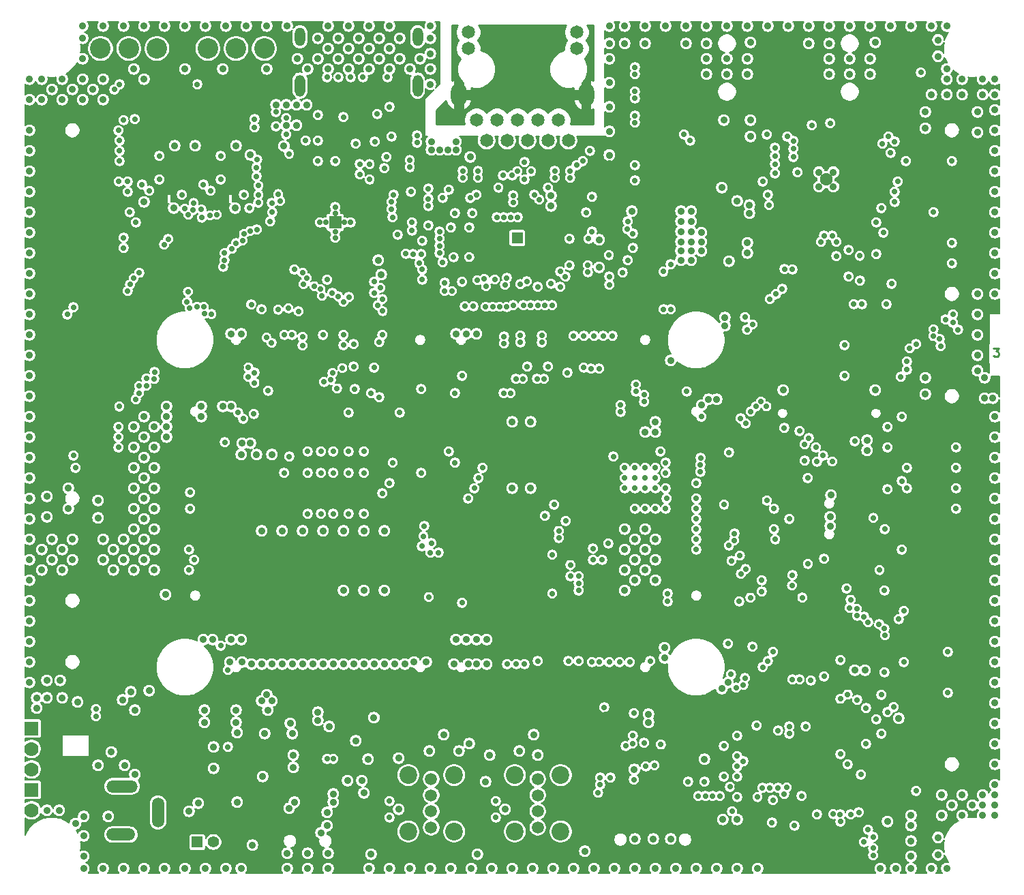
<source format=gbr>
G04 #@! TF.GenerationSoftware,KiCad,Pcbnew,5.1.0-rc2-unknown-036be7d~80~ubuntu16.04.1*
G04 #@! TF.CreationDate,2023-04-10T13:57:59+03:00*
G04 #@! TF.ProjectId,STMP15x-BASE-SOM-EVB_Rev_B,53544d50-3135-4782-9d42-4153452d534f,B*
G04 #@! TF.SameCoordinates,Original*
G04 #@! TF.FileFunction,Copper,L3,Inr*
G04 #@! TF.FilePolarity,Positive*
%FSLAX46Y46*%
G04 Gerber Fmt 4.6, Leading zero omitted, Abs format (unit mm)*
G04 Created by KiCad (PCBNEW 5.1.0-rc2-unknown-036be7d~80~ubuntu16.04.1) date 2023-04-10 13:57:59*
%MOMM*%
%LPD*%
G04 APERTURE LIST*
%ADD10C,0.254000*%
%ADD11C,1.500000*%
%ADD12C,2.200000*%
%ADD13R,1.400000X1.400000*%
%ADD14C,1.400000*%
%ADD15O,1.500000X3.700000*%
%ADD16O,3.600000X1.500000*%
%ADD17O,3.900000X1.500000*%
%ADD18C,1.778000*%
%ADD19R,1.778000X1.778000*%
%ADD20C,2.540000*%
%ADD21C,0.700000*%
%ADD22R,1.600000X1.600000*%
%ADD23O,2.000000X2.800000*%
%ADD24C,1.650000*%
%ADD25R,1.422400X1.422400*%
%ADD26O,1.300000X2.300000*%
%ADD27O,1.300000X2.700000*%
%ADD28C,0.890000*%
%ADD29C,1.600000*%
%ADD30C,0.900000*%
%ADD31C,0.203200*%
G04 APERTURE END LIST*
D10*
X196946333Y-79136619D02*
X197575285Y-79136619D01*
X197236619Y-79523666D01*
X197381761Y-79523666D01*
X197478523Y-79572047D01*
X197526904Y-79620428D01*
X197575285Y-79717190D01*
X197575285Y-79959095D01*
X197526904Y-80055857D01*
X197478523Y-80104238D01*
X197381761Y-80152619D01*
X197091476Y-80152619D01*
X196994714Y-80104238D01*
X196946333Y-80055857D01*
D11*
X140335000Y-132658600D03*
X140335000Y-134658600D03*
X140335000Y-136658600D03*
X140335000Y-138658600D03*
D12*
X143185000Y-139158600D03*
X137485000Y-139158600D03*
X143185000Y-132158600D03*
X137485000Y-132158600D03*
D11*
X127101600Y-132658601D03*
X127101600Y-134658601D03*
X127101600Y-136658601D03*
X127101600Y-138658601D03*
D12*
X129951600Y-139158601D03*
X124251600Y-139158601D03*
X129951600Y-132158601D03*
X124251600Y-132158601D03*
D13*
X98051620Y-140484860D03*
D14*
X100063300Y-140482320D03*
D15*
X93171999Y-136800000D03*
D16*
X88571999Y-139546000D03*
D17*
X88721999Y-133546000D03*
D18*
X77470000Y-136525000D03*
D19*
X77470000Y-133985000D03*
D18*
X77470000Y-131445000D03*
X77470000Y-128905000D03*
D19*
X77470000Y-126365000D03*
D20*
X93035000Y-41910000D03*
X86035000Y-41910000D03*
X89535000Y-41910000D03*
X106370000Y-41910000D03*
X99370000Y-41910000D03*
X102870000Y-41910000D03*
D21*
X115189000Y-65400000D03*
X115189000Y-62350000D03*
X115189000Y-64650000D03*
X115189000Y-61600000D03*
X116339000Y-63500000D03*
X117089000Y-63500000D03*
X113289000Y-63500000D03*
X114039000Y-63500000D03*
D22*
X115189000Y-63500000D03*
D23*
X146330000Y-47650000D03*
X130530000Y-47650000D03*
D24*
X145161000Y-39878000D03*
X145161000Y-41910000D03*
X131699000Y-39878000D03*
X131699000Y-41910000D03*
X144145000Y-53340000D03*
X142875000Y-50800000D03*
X141605000Y-53340000D03*
X140335000Y-50800000D03*
X139065000Y-53340000D03*
X137795000Y-50800000D03*
X136525000Y-53340000D03*
X135255000Y-50800000D03*
X133985000Y-53340000D03*
X132715000Y-50800000D03*
D25*
X137795000Y-65430400D03*
D26*
X125410000Y-40460000D03*
X110810000Y-40460000D03*
D27*
X110810000Y-46510000D03*
X125410000Y-46510000D03*
D28*
X177049000Y-57266000D03*
X175249000Y-57266000D03*
X177049000Y-59066000D03*
X175249000Y-59066000D03*
D29*
X176149000Y-58166000D03*
D30*
X94234000Y-86360000D03*
X94234000Y-87630000D03*
X94234000Y-88900000D03*
X94234000Y-90170000D03*
X89789000Y-121793000D03*
X88773000Y-122809000D03*
X109855000Y-127000000D03*
X106426000Y-127000000D03*
X117729000Y-127889000D03*
X128651000Y-127127000D03*
X139827000Y-127127000D03*
X188468000Y-82804000D03*
X188468000Y-49784000D03*
X165100000Y-137668000D03*
D21*
X121539004Y-55372000D03*
X125349000Y-52705000D03*
X125349000Y-53594000D03*
D30*
X102743000Y-61722000D03*
X95123000Y-61722000D03*
X108808001Y-54006001D03*
X85725000Y-100203000D03*
X104648008Y-55118000D03*
X146176983Y-141604983D03*
X85725000Y-98044000D03*
X188468000Y-51816000D03*
X188468000Y-84836000D03*
X83947000Y-137287000D03*
X82931000Y-138176000D03*
X89027000Y-130937000D03*
X90297000Y-132080000D03*
X90297000Y-124079000D03*
X102870000Y-124079000D03*
X102870000Y-125603000D03*
X100076000Y-131318000D03*
X97028000Y-136652000D03*
X98171000Y-135636000D03*
X106172000Y-132334000D03*
X114173000Y-136779000D03*
X114173000Y-138430000D03*
X113411000Y-139319000D03*
X109982000Y-129667000D03*
X109982000Y-131191000D03*
D21*
X114173000Y-130149599D03*
D30*
X114427000Y-126111000D03*
X100076000Y-128650998D03*
X116713000Y-132842000D03*
X118491000Y-132842000D03*
X119253000Y-130175000D03*
X119634000Y-141986000D03*
X123063000Y-136398000D03*
D21*
X121920000Y-135382000D03*
X121920000Y-137414000D03*
D30*
X126873000Y-129159000D03*
X130556000Y-129159000D03*
X132842000Y-141986000D03*
X136271000Y-136398000D03*
D21*
X135128000Y-135382000D03*
X135128000Y-137414000D03*
D30*
X131826000Y-128237410D03*
X138049000Y-129159000D03*
X154087413Y-124587000D03*
X103632000Y-118110000D03*
X130175000Y-115316000D03*
X131445000Y-115316000D03*
D21*
X165100000Y-129794000D03*
X165862000Y-130429000D03*
D30*
X154095154Y-125603057D03*
X161036000Y-130175000D03*
D21*
X167513000Y-125984000D03*
X177927000Y-117856000D03*
D30*
X176657000Y-101219000D03*
X176657000Y-100076000D03*
X190051000Y-142054000D03*
X190051000Y-139895000D03*
X170815000Y-84328000D03*
X182245000Y-84328000D03*
D21*
X176657000Y-51181000D03*
X183134000Y-53721000D03*
X183896000Y-52832000D03*
X174371000Y-51435000D03*
X184658000Y-53467000D03*
X171323000Y-52832000D03*
X183007000Y-61722000D03*
D30*
X182245000Y-41148000D03*
D21*
X169799000Y-56261000D03*
X169799000Y-57404000D03*
X160655000Y-87630000D03*
D30*
X160693450Y-86200000D03*
X162560000Y-85471000D03*
X163449000Y-50800000D03*
X166751000Y-50800000D03*
X166751000Y-41148000D03*
D21*
X159258000Y-53340000D03*
X158496000Y-52578000D03*
D30*
X181229000Y-91821000D03*
X163195000Y-59182000D03*
X165100000Y-60833000D03*
X164084000Y-68326000D03*
D21*
X136017000Y-57658000D03*
X137160000Y-57658000D03*
X137795000Y-57150000D03*
X139509500Y-57150000D03*
D30*
X131953000Y-55372000D03*
X141986000Y-60198000D03*
D21*
X146328600Y-62279226D03*
X147066000Y-60325000D03*
X147066000Y-64643000D03*
X145161000Y-56388000D03*
X128524000Y-60452000D03*
X130053598Y-62357000D03*
X129540000Y-64135000D03*
X129895599Y-67818000D03*
D30*
X130175000Y-77343000D03*
X131445000Y-77343000D03*
X132715000Y-77343000D03*
X102235000Y-77343000D03*
D21*
X141224000Y-73787000D03*
X143129000Y-71501000D03*
X146558000Y-68834000D03*
D30*
X161544000Y-85471000D03*
D21*
X176911000Y-65151000D03*
X175895000Y-65151000D03*
X146558000Y-69703179D03*
D30*
X190051000Y-40835000D03*
X190051000Y-42867000D03*
X195834000Y-82804000D03*
X195834000Y-85344000D03*
D21*
X146653050Y-65532014D03*
X152146000Y-66675000D03*
X152146000Y-64897000D03*
D30*
X194945000Y-49784000D03*
X194945000Y-52324000D03*
D21*
X165100000Y-132334000D03*
X165100000Y-134874000D03*
X165100000Y-131064000D03*
D30*
X163321992Y-137668000D03*
D21*
X178689000Y-108966000D03*
D30*
X79375000Y-120396000D03*
X81026000Y-120396000D03*
X149225000Y-43180000D03*
X149225000Y-46164500D03*
X149225000Y-49149000D03*
X149225000Y-52197000D03*
X149225000Y-55145087D03*
D21*
X129286000Y-59436000D03*
X126746000Y-60579000D03*
X126746000Y-59309000D03*
D30*
X128143000Y-54483000D03*
X129159000Y-54483000D03*
X130175000Y-53467000D03*
X130175000Y-54483000D03*
D21*
X124587000Y-59690000D03*
X125984000Y-65786000D03*
X125984000Y-70612000D03*
D30*
X166751000Y-52832000D03*
D21*
X124714000Y-64516000D03*
X124714000Y-63500000D03*
X120398410Y-50038540D03*
X120078500Y-53467000D03*
X124440158Y-55753000D03*
X124440158Y-56641992D03*
X116205000Y-50419000D03*
X122174561Y-52831439D03*
X121920000Y-49149000D03*
X121666000Y-45466000D03*
X113030000Y-53340000D03*
X113030000Y-50165000D03*
X111506000Y-53340000D03*
X125989535Y-69357843D03*
X118618000Y-45466000D03*
X117094000Y-45466000D03*
X115570000Y-45466000D03*
X114173000Y-45466000D03*
D30*
X127127000Y-53467000D03*
X127127000Y-54483000D03*
D21*
X100965020Y-58166020D03*
X98044000Y-46355000D03*
X88392000Y-46355000D03*
X104521000Y-61722000D03*
X93345000Y-58166000D03*
X87757000Y-46990000D03*
X105617002Y-61061860D03*
X105649777Y-60071000D03*
X97597975Y-61076229D03*
X128524000Y-68453000D03*
X93345000Y-55245000D03*
X100965000Y-55245000D03*
D30*
X82042000Y-96520000D03*
X82042000Y-99060000D03*
X79375000Y-100076000D03*
X79375000Y-97536000D03*
X87376000Y-129286000D03*
X85725000Y-130937000D03*
D21*
X117729000Y-53720990D03*
D30*
X83947000Y-139700000D03*
X83947000Y-142240000D03*
X83947000Y-143764000D03*
X86360000Y-143764000D03*
X88900000Y-143764000D03*
X91440000Y-143764000D03*
X93980000Y-143764000D03*
X96520000Y-143764000D03*
X99060000Y-143764000D03*
X101600000Y-143764000D03*
X103505000Y-143764000D03*
X109220000Y-143764000D03*
X111760000Y-143764000D03*
X114300000Y-143764000D03*
X119380000Y-143764000D03*
X121920000Y-143764000D03*
X124460000Y-143764000D03*
X127000000Y-143764000D03*
X129540000Y-143764000D03*
X132080000Y-143764000D03*
X134620000Y-143764000D03*
X137160000Y-143764000D03*
X139700000Y-143764000D03*
X142240000Y-143764000D03*
X144780000Y-143764000D03*
X147320000Y-143764000D03*
X149860000Y-143764000D03*
X152400000Y-143764000D03*
X154940000Y-143764000D03*
X157480000Y-143764000D03*
X160020000Y-143764000D03*
X162560000Y-143764000D03*
X165100000Y-143764000D03*
X167640000Y-143764000D03*
X182880000Y-143764000D03*
X186690000Y-143764000D03*
X189230000Y-143764000D03*
X191135000Y-143764000D03*
X184785000Y-143764000D03*
X190500000Y-137160000D03*
X193040000Y-137160000D03*
X195580000Y-137160000D03*
X197104000Y-137160000D03*
X197104000Y-134620000D03*
X195580000Y-134620000D03*
X193040000Y-134620000D03*
X190500000Y-134620000D03*
X194310000Y-135890000D03*
X191770000Y-135890000D03*
X186690000Y-142240000D03*
X186690000Y-140335000D03*
X186690000Y-138430000D03*
X186690000Y-137160000D03*
X197104000Y-130810000D03*
X197104000Y-128270000D03*
X197104000Y-125730000D03*
X197104000Y-123190000D03*
X197104000Y-120650000D03*
X197104000Y-118110000D03*
X197104000Y-115570000D03*
X197104000Y-113030000D03*
X197104000Y-110490000D03*
X197104000Y-107950000D03*
X197104000Y-105410000D03*
X197104000Y-102870000D03*
X197104000Y-100330000D03*
X197104000Y-97790000D03*
X197104000Y-95250000D03*
X197104000Y-92710000D03*
X197104000Y-90170000D03*
X197104000Y-87630000D03*
X196850000Y-85344000D03*
X197104000Y-133350000D03*
X195580000Y-135890000D03*
X197104000Y-135890000D03*
X197104000Y-72390000D03*
X197104000Y-69850000D03*
X197104000Y-67310000D03*
X197104000Y-64770000D03*
X197104000Y-62230000D03*
X197104000Y-59690000D03*
X197104000Y-57150000D03*
X197104000Y-54610000D03*
X197104000Y-52070000D03*
X197104000Y-49530000D03*
X197104000Y-47625000D03*
X197104000Y-45720000D03*
X195580000Y-45720000D03*
X193040000Y-45720000D03*
X191135000Y-45720000D03*
X195580000Y-47625000D03*
X193040000Y-47625000D03*
X191135000Y-47625000D03*
X189230000Y-47625000D03*
X191135000Y-44450000D03*
X191135000Y-39116000D03*
X189230000Y-39116000D03*
X186690000Y-39116000D03*
X184150000Y-39116000D03*
X181610000Y-39116000D03*
X179070000Y-39116000D03*
X176530000Y-39116000D03*
X173990000Y-39116000D03*
X171450000Y-39116000D03*
X168910000Y-39116000D03*
X166370000Y-39116000D03*
X163830000Y-39116000D03*
X161290000Y-39116000D03*
X158750000Y-39116000D03*
X156210000Y-39116000D03*
X153670000Y-39116000D03*
X151130000Y-39116000D03*
X149225000Y-39116000D03*
X149225000Y-41275000D03*
X151130000Y-41275000D03*
X153670000Y-41275000D03*
X127000000Y-40640000D03*
X127000000Y-39116000D03*
X127000000Y-42545000D03*
X127000000Y-46355000D03*
X127000000Y-44450000D03*
X121920000Y-39116000D03*
X119380000Y-39116000D03*
X116840000Y-39116000D03*
X114300000Y-39116000D03*
X109220000Y-39116000D03*
X106680000Y-39116000D03*
X104140000Y-39116000D03*
X101600000Y-39116000D03*
X99060000Y-39116000D03*
X96520000Y-39116000D03*
X93980000Y-39116000D03*
X91440000Y-39116000D03*
X88900000Y-39116000D03*
X86360000Y-39116000D03*
X83820000Y-39116000D03*
X114300000Y-41910000D03*
X113030000Y-40640000D03*
X116840000Y-41910000D03*
X115570000Y-40640000D03*
X118110000Y-40640000D03*
X119380000Y-41910000D03*
X120650000Y-40640000D03*
X121920000Y-41910000D03*
X123190000Y-40640000D03*
X83820000Y-40640000D03*
X83820000Y-43180000D03*
X83820000Y-45720000D03*
X81280000Y-45720000D03*
X78740000Y-45720000D03*
X77216000Y-45720000D03*
X77216000Y-48260000D03*
X77216000Y-52070000D03*
X78740000Y-48260000D03*
X81280000Y-48260000D03*
X83820000Y-48260000D03*
X82550000Y-46990000D03*
X80010000Y-46990000D03*
X77216000Y-54610000D03*
X77216000Y-57150000D03*
X77216000Y-59690000D03*
X77216000Y-62230000D03*
X77216000Y-64770000D03*
X77216000Y-67310000D03*
X77216000Y-69850000D03*
X77216000Y-72390000D03*
X77216000Y-74930000D03*
X77216000Y-77470000D03*
X77216000Y-80010000D03*
X77216000Y-82550000D03*
X77216000Y-85090000D03*
X77216000Y-87630000D03*
X77216000Y-90170000D03*
X77216000Y-92710000D03*
X77216000Y-95250000D03*
X77216000Y-97790000D03*
X77216000Y-100330000D03*
X77216000Y-102870000D03*
X77216000Y-105410000D03*
X77216000Y-107950000D03*
X77216000Y-110490000D03*
X77216000Y-113030000D03*
X77216000Y-115570000D03*
X77216000Y-118110000D03*
X77216000Y-120650000D03*
X78105000Y-122555000D03*
X78105000Y-123825000D03*
X79375000Y-136525000D03*
X80899000Y-136525000D03*
X86360000Y-48260000D03*
X86360000Y-45720000D03*
X85090000Y-46990000D03*
X80010000Y-105410000D03*
X80010000Y-102870000D03*
X82550000Y-105410000D03*
X82550000Y-102870000D03*
X78740000Y-104140000D03*
X81280000Y-104140000D03*
X78740000Y-106680000D03*
X81280000Y-106680000D03*
D21*
X184150000Y-54864000D03*
D30*
X181229000Y-90551000D03*
X194945000Y-72390000D03*
X194945000Y-74930000D03*
X194945000Y-77470000D03*
X194945000Y-80010000D03*
X194945000Y-81915000D03*
X176752166Y-97381981D03*
X152328988Y-131445006D03*
X158750000Y-41275000D03*
X161290000Y-41275000D03*
X173990000Y-41275000D03*
X176530000Y-41275000D03*
X86360000Y-105410000D03*
X86360000Y-102870000D03*
X88900000Y-105410000D03*
X88900000Y-102870000D03*
X91440000Y-102870000D03*
X91440000Y-105410000D03*
X92710000Y-104140000D03*
X90170000Y-104140000D03*
X87630000Y-104140000D03*
X87630000Y-106680000D03*
X90170000Y-106680000D03*
X92710000Y-106680000D03*
X91440000Y-100330000D03*
X92710000Y-101600000D03*
X90170000Y-101600000D03*
X92710000Y-99060000D03*
X90170000Y-99060000D03*
X91440000Y-97790000D03*
X92710000Y-96520000D03*
X91440000Y-95250000D03*
X90170000Y-96520000D03*
X92710000Y-93980000D03*
X91440000Y-92710000D03*
X90170000Y-93980000D03*
X90170000Y-91440000D03*
X92710000Y-91440000D03*
X91440000Y-90170000D03*
X90170000Y-88900000D03*
X92710000Y-88900000D03*
X91440000Y-87630000D03*
X79375000Y-122555000D03*
X81280000Y-122555000D03*
X106680000Y-44450000D03*
X111760000Y-44450000D03*
X114300000Y-44450000D03*
X116840000Y-44450000D03*
X119380000Y-44450000D03*
X121920000Y-44450000D03*
X124460000Y-44450000D03*
X110490000Y-43180000D03*
X113030000Y-43180000D03*
X115570000Y-43180000D03*
X118110000Y-43180000D03*
X120650000Y-43180000D03*
X123190000Y-43180000D03*
X125730000Y-43180000D03*
X110363000Y-48895000D03*
X110363000Y-51435000D03*
X111633000Y-48895000D03*
X107823000Y-48895000D03*
X109093000Y-48895000D03*
X95250000Y-53975000D03*
X97790000Y-53975000D03*
X102870000Y-53975000D03*
X91440000Y-60960000D03*
D21*
X88900000Y-66675000D03*
X88900000Y-65405000D03*
D30*
X103505000Y-77343000D03*
X98552000Y-86360000D03*
X152400000Y-140081000D03*
X154686000Y-140081000D03*
X156845000Y-140081000D03*
X152400000Y-107950000D03*
X154940000Y-107950000D03*
X152400000Y-105410000D03*
X154940000Y-105410000D03*
X153670000Y-106680000D03*
X152400000Y-102870000D03*
X153670000Y-101600000D03*
X154940000Y-102870000D03*
X153670000Y-104140000D03*
X137160000Y-88265000D03*
X139446000Y-88265000D03*
X103505000Y-92329000D03*
X105410000Y-92329000D03*
X107315000Y-92329000D03*
D21*
X170942000Y-89027000D03*
X175514000Y-65913000D03*
X172847000Y-89408032D03*
X173990000Y-90297000D03*
X174879000Y-91440000D03*
X179705000Y-90678000D03*
X175768000Y-92456000D03*
X176901270Y-93208276D03*
D30*
X109220000Y-141859000D03*
X111760000Y-141859000D03*
X114300000Y-141859000D03*
D21*
X128778000Y-70992992D03*
X153670000Y-99060000D03*
X156210000Y-99060000D03*
X152400000Y-99060000D03*
X154940000Y-99060000D03*
X154940000Y-96520000D03*
X152400000Y-96520000D03*
X153670000Y-96520000D03*
X151130000Y-96520000D03*
X156210000Y-96520000D03*
X152400000Y-95250000D03*
X153670000Y-95250000D03*
X151130000Y-95250000D03*
X154940000Y-95250000D03*
X137287000Y-73787000D03*
X140335561Y-73786439D03*
X131278880Y-73928621D03*
X149161500Y-67564000D03*
D30*
X183769000Y-137922000D03*
X119984990Y-125006138D03*
D21*
X177890411Y-137033176D03*
D30*
X106807000Y-124079000D03*
X101219000Y-86360000D03*
X102235000Y-86360000D03*
X102235000Y-115316000D03*
X103505000Y-115316000D03*
X161290000Y-43180000D03*
X161290000Y-45085000D03*
X163830000Y-45085000D03*
X163830000Y-43180000D03*
X166370000Y-45085000D03*
X166370000Y-43180000D03*
X176530000Y-43180000D03*
X176530000Y-45085000D03*
X179070000Y-45085000D03*
X179070000Y-43180000D03*
X181610000Y-45085000D03*
X181610000Y-43180000D03*
X137160000Y-96520000D03*
X139446000Y-96520000D03*
X151130000Y-104140000D03*
X151130000Y-106680000D03*
X151130000Y-101600000D03*
X151130000Y-109220000D03*
X102108000Y-118110000D03*
D21*
X114935000Y-130149599D03*
X114802410Y-72263000D03*
D30*
X91440000Y-45720000D03*
X96520000Y-44450000D03*
X90170000Y-44450000D03*
X101219000Y-44450000D03*
D21*
X105649777Y-58928000D03*
D30*
X120523000Y-68199000D03*
X120904000Y-69977000D03*
D21*
X144780000Y-77597000D03*
X146050000Y-77597000D03*
X147320000Y-77597000D03*
D30*
X154940000Y-88265000D03*
X154940000Y-89535000D03*
X153670000Y-89535000D03*
X156845000Y-80645000D03*
X116205000Y-109220000D03*
X118745000Y-109220000D03*
X121285000Y-109220000D03*
X118745000Y-101815900D03*
X121285000Y-101815900D03*
X116205000Y-101815900D03*
D21*
X152400000Y-93980000D03*
X153670000Y-93980000D03*
X151130000Y-93980000D03*
X154940000Y-93980000D03*
D30*
X99949000Y-115316000D03*
D21*
X113411000Y-94615000D03*
X114935000Y-94615000D03*
X111760000Y-94615000D03*
X116840000Y-94615000D03*
X118745000Y-94615000D03*
X111760000Y-91948000D03*
X113411000Y-91948000D03*
X118745000Y-91948000D03*
X116840000Y-91948000D03*
X114935000Y-91948000D03*
X111760000Y-99695000D03*
X113411000Y-99695000D03*
X118745000Y-99695000D03*
X116840000Y-99695000D03*
X114935000Y-99695000D03*
D30*
X113665000Y-101815900D03*
X111125000Y-101815900D03*
X108585000Y-101815900D03*
X106045000Y-101815900D03*
X98806000Y-115316000D03*
X156083000Y-116332000D03*
X156083000Y-117602000D03*
X163957000Y-120650000D03*
X163195000Y-121412000D03*
X180975000Y-119126000D03*
X179705000Y-119126000D03*
X185166000Y-125095000D03*
X94107000Y-109728000D03*
X141986000Y-61468000D03*
X163576000Y-75311000D03*
X163576000Y-76327000D03*
D21*
X163474400Y-98552000D03*
D30*
X86995000Y-137287000D03*
X166624000Y-62357000D03*
X166624000Y-61341000D03*
D21*
X172085000Y-53376587D03*
X107823000Y-51562000D03*
D30*
X109093000Y-51435000D03*
D21*
X107823000Y-49784000D03*
X109093000Y-50546000D03*
X109093000Y-52578000D03*
D30*
X104902000Y-140843000D03*
X102997000Y-135509000D03*
X98933000Y-124079000D03*
X98933000Y-125603000D03*
X103632000Y-90932000D03*
X104648000Y-90932000D03*
X129921000Y-118364000D03*
X131699000Y-118364000D03*
X132715000Y-118364000D03*
X133985000Y-118364000D03*
D21*
X183388000Y-109220000D03*
X183387788Y-113945402D03*
D30*
X104775000Y-118364000D03*
X106045000Y-118364000D03*
X140335004Y-129667000D03*
D21*
X167614965Y-134874000D03*
X170942000Y-134493000D03*
X164465000Y-136652000D03*
X185547000Y-87630000D03*
X187896500Y-44894500D03*
X151480378Y-64364502D03*
X149733000Y-92583014D03*
X109468410Y-92583000D03*
X164084000Y-92075000D03*
X164758862Y-102152919D03*
X185547000Y-95631000D03*
X186182000Y-80772000D03*
X105383137Y-56668863D03*
X138684000Y-58166000D03*
X146812000Y-54610000D03*
X144272000Y-65532000D03*
X138684000Y-56007000D03*
X131953000Y-60452000D03*
X131826000Y-64135000D03*
X130937000Y-70881438D03*
X131816932Y-67809745D03*
D30*
X123063000Y-130048000D03*
X118745000Y-134366000D03*
X134366000Y-129667000D03*
X133858000Y-132969000D03*
D21*
X134989206Y-70592179D03*
X132854543Y-70670580D03*
X136490771Y-70395549D03*
X138174410Y-71165567D03*
X133697741Y-70545621D03*
X138959230Y-70832905D03*
X136271561Y-71247561D03*
X133906992Y-71439768D03*
X136144000Y-77678800D03*
X136951200Y-84709000D03*
X150622000Y-86187800D03*
X152400000Y-50238800D03*
X140843000Y-77551800D03*
X152527000Y-83647800D03*
X152400000Y-47238800D03*
X141102590Y-82931000D03*
X152400000Y-44238800D03*
X153543000Y-84917800D03*
X138475200Y-82931000D03*
X138176000Y-77551800D03*
X152400000Y-45091200D03*
X153543000Y-85770200D03*
X137622800Y-82931000D03*
X138176000Y-78404200D03*
X136144000Y-78531200D03*
X152400000Y-51091200D03*
X150622000Y-87040200D03*
X136098800Y-84709000D03*
X140250177Y-82931000D03*
X152400000Y-48091200D03*
X152527000Y-84500200D03*
X140843000Y-78404200D03*
X169672000Y-101600000D03*
X161148583Y-134738468D03*
X160258742Y-134738187D03*
X169672000Y-99060000D03*
X162041651Y-134735521D03*
X169825187Y-102870000D03*
X183388000Y-119380000D03*
X183451432Y-114795434D03*
X182372000Y-125222000D03*
X183769000Y-96647000D03*
X171577000Y-100330000D03*
X171577561Y-126110439D03*
X183769000Y-88900000D03*
X179998824Y-112357419D03*
X183769000Y-91440000D03*
X180841787Y-112483983D03*
X182728232Y-113405410D03*
X182772876Y-106680000D03*
X184658000Y-60960000D03*
X183769000Y-124333000D03*
X180467000Y-132080000D03*
X180013417Y-122803410D03*
X181102000Y-128270000D03*
X181102006Y-123825006D03*
X185039012Y-58420000D03*
X184531000Y-123698000D03*
D30*
X133985000Y-115316000D03*
X132715000Y-115316000D03*
D21*
X122936000Y-65024000D03*
X115189000Y-55880000D03*
X113030000Y-55880000D03*
X121285000Y-56768996D03*
X108095025Y-59995995D03*
X116840000Y-87122000D03*
X123190000Y-87122000D03*
X105502588Y-55692357D03*
X109458808Y-54974687D03*
X152273561Y-132714439D03*
X114173000Y-70612000D03*
X90805455Y-84708334D03*
X89408000Y-58420006D03*
X88293480Y-58419992D03*
X90424000Y-85471000D03*
X186182000Y-96520000D03*
X186182000Y-81787992D03*
X186182000Y-93980000D03*
X185420000Y-82677012D03*
X121031000Y-97155000D03*
X122174561Y-60960561D03*
X122175122Y-61850122D03*
X121914410Y-95885000D03*
X140335000Y-117983000D03*
X125612255Y-68593471D03*
X120777000Y-71628000D03*
X88900000Y-50800000D03*
X105156000Y-51689000D03*
X120015000Y-70866000D03*
X90297000Y-50673000D03*
X105156000Y-50673000D03*
X185547000Y-104140000D03*
X185171590Y-112776000D03*
X183424591Y-101600000D03*
X181350027Y-113168306D03*
X154305000Y-117983008D03*
X126799747Y-110035747D03*
X192278000Y-91440000D03*
X169164000Y-73025000D03*
X191896994Y-74930000D03*
X160563340Y-92742532D03*
X178435000Y-82550000D03*
X178435000Y-78739992D03*
D30*
X147955000Y-69088000D03*
X147955000Y-65659000D03*
X152019000Y-62103000D03*
X160655000Y-65913000D03*
X158115000Y-65913000D03*
X159385000Y-65913000D03*
X158115000Y-64643000D03*
X159385000Y-64643000D03*
X158115000Y-63373000D03*
X159385000Y-63373000D03*
X158115000Y-62103000D03*
X159385000Y-62103000D03*
X158115000Y-67056000D03*
X159385000Y-67056000D03*
X166370000Y-66040000D03*
X166370000Y-67310000D03*
X160655000Y-67056000D03*
X160655000Y-64770000D03*
X158115000Y-68199000D03*
X159385000Y-68199000D03*
X83185000Y-123063000D03*
X92075000Y-121666000D03*
X98552006Y-87630000D03*
D21*
X169545000Y-116840000D03*
X169160768Y-133736590D03*
X168910004Y-117983004D03*
X168240130Y-133736590D03*
X162941000Y-134747000D03*
X168275843Y-118744157D03*
D30*
X102997000Y-126873000D03*
X109601000Y-125729996D03*
D21*
X122428000Y-60071000D03*
X118237000Y-56261000D03*
X118237559Y-57525410D03*
X168783000Y-52578000D03*
X172593000Y-57277000D03*
D30*
X122555000Y-118364000D03*
D21*
X148082000Y-133350000D03*
X164211000Y-133604000D03*
X165100000Y-127254000D03*
X135445500Y-59182000D03*
X144272000Y-68834000D03*
X141605006Y-59182000D03*
X145922994Y-55880000D03*
X132207000Y-62357000D03*
X132715421Y-60070790D03*
X132333986Y-73914000D03*
X138557000Y-73787000D03*
X140335000Y-71501000D03*
X150876000Y-69723004D03*
X126746000Y-61468038D03*
D30*
X110109000Y-135509000D03*
X114935000Y-135509000D03*
X113030000Y-124332988D03*
X107315000Y-122935972D03*
X106045000Y-122935972D03*
X113030000Y-125349000D03*
X109474000Y-136271000D03*
X114935000Y-134493000D03*
X106680000Y-122174000D03*
D21*
X142113000Y-73787000D03*
X142367000Y-98552000D03*
X151511000Y-68199000D03*
X149098000Y-103378000D03*
D30*
X132715000Y-47625000D03*
X135255000Y-47625000D03*
X137795000Y-47625000D03*
X140335000Y-47625000D03*
X142875000Y-47625000D03*
X137795000Y-45720000D03*
X140335000Y-45720000D03*
X135509000Y-45720000D03*
X140335000Y-43815000D03*
X137795000Y-43815000D03*
X135509000Y-43815000D03*
X135255000Y-40005000D03*
X140335000Y-40005000D03*
X137795000Y-40005000D03*
X142875000Y-40005000D03*
X133985000Y-48895000D03*
X136525000Y-48895000D03*
X139065000Y-48895000D03*
X141605000Y-48895000D03*
X144145000Y-48895000D03*
X146685000Y-50800000D03*
X145034000Y-50800000D03*
X130556000Y-50927000D03*
X130556000Y-49784000D03*
X129413000Y-50927000D03*
X128270000Y-50927000D03*
D21*
X148463000Y-77583865D03*
X145414439Y-108330439D03*
X170964256Y-69282546D03*
X170180000Y-133731000D03*
X170180000Y-126619000D03*
X171958000Y-69342000D03*
X145415000Y-109220000D03*
X149606000Y-77597000D03*
X171255456Y-133700314D03*
X171577000Y-127000000D03*
D30*
X120015000Y-118364000D03*
D21*
X147841455Y-134352334D03*
D30*
X124968000Y-118110000D03*
D21*
X172212000Y-138430006D03*
D30*
X121285000Y-118364000D03*
D21*
X159003951Y-132968999D03*
X161036001Y-132968999D03*
X148081442Y-132460436D03*
D30*
X126492000Y-118110000D03*
D21*
X169418000Y-138049000D03*
X173101000Y-134747000D03*
X169545000Y-135255000D03*
D30*
X118745000Y-118364000D03*
D21*
X175006000Y-137027410D03*
D30*
X117475000Y-118364000D03*
D21*
X177016463Y-137010900D03*
D30*
X116205000Y-118364000D03*
D21*
X177927000Y-137922000D03*
D30*
X114935000Y-118364000D03*
D21*
X179197000Y-137033000D03*
D30*
X109855000Y-118364000D03*
D21*
X180213000Y-136779000D03*
D30*
X113665000Y-118364000D03*
D21*
X181356016Y-138938000D03*
D30*
X111125000Y-118364000D03*
D21*
X180848000Y-140462000D03*
D30*
X112395000Y-118364000D03*
D21*
X181991000Y-139827008D03*
D30*
X108585000Y-118364000D03*
D21*
X181991000Y-141224000D03*
D30*
X107315000Y-118364000D03*
D21*
X181991000Y-142125700D03*
X97155000Y-97033590D03*
X85471000Y-124841000D03*
X97155000Y-99060000D03*
X85471000Y-123952000D03*
X192277996Y-93980000D03*
X192531992Y-76835000D03*
X160529406Y-93598719D03*
X166985949Y-76177062D03*
X192278000Y-96520000D03*
X191896439Y-75946561D03*
X160528566Y-94488008D03*
X166313643Y-76835000D03*
X182010821Y-100204022D03*
X179968757Y-111497365D03*
X192278000Y-99060000D03*
X190970691Y-75559410D03*
X160020000Y-95886122D03*
X166073188Y-75268188D03*
X164719000Y-103004398D03*
X160020000Y-97790000D03*
X164069946Y-103633808D03*
X160020000Y-99060000D03*
X164395239Y-105526367D03*
X160020000Y-100330000D03*
X165542998Y-107166352D03*
X160020000Y-101600000D03*
X185801000Y-111760000D03*
X139030988Y-81407000D03*
X185801000Y-118110000D03*
X164338000Y-119634000D03*
X165354000Y-110597179D03*
X160020000Y-102870000D03*
X141605000Y-81407000D03*
X163957000Y-115824562D03*
X167005000Y-116205000D03*
X160020000Y-104140000D03*
X191262000Y-116840000D03*
X190259584Y-77984182D03*
X175895000Y-105283002D03*
X175895000Y-119888000D03*
X174244000Y-120396000D03*
X173877778Y-105932778D03*
X191262000Y-121920000D03*
X189483757Y-77631054D03*
X172847000Y-120263410D03*
X171958000Y-107315000D03*
X171958010Y-120269000D03*
X171896820Y-108608575D03*
X183007000Y-122174000D03*
X183007000Y-127000000D03*
X164973000Y-121285000D03*
X142945643Y-102697776D03*
X173609000Y-126110994D03*
X173191409Y-110109000D03*
X177921289Y-122676410D03*
X177926997Y-129539997D03*
X142945692Y-101824717D03*
X165862561Y-120934891D03*
X178816000Y-130810000D03*
X178816000Y-122143001D03*
X143798044Y-100584000D03*
X166073589Y-120109014D03*
X186055000Y-55880000D03*
X186526419Y-79147173D03*
X156336998Y-97790000D03*
X158827221Y-84512400D03*
X191770012Y-66040000D03*
X191770000Y-55880000D03*
X184658000Y-59690000D03*
X180594000Y-73660000D03*
X189484000Y-62230000D03*
X189484559Y-76778643D03*
X182372007Y-63499993D03*
X182372000Y-67437000D03*
X183261000Y-64770000D03*
X179578000Y-73659994D03*
X180339992Y-70739000D03*
X180318181Y-67669181D03*
X191770000Y-68580000D03*
X190373000Y-78866992D03*
X179070000Y-111379000D03*
X184277000Y-71120000D03*
X183642561Y-73660561D03*
X179183153Y-110375725D03*
X173482000Y-91059000D03*
X173482000Y-93091000D03*
X175006000Y-93218000D03*
X173863000Y-95250000D03*
X168727580Y-86353626D03*
X168789374Y-98044000D03*
X168052644Y-85756644D03*
X168159964Y-107955590D03*
X167406401Y-86360000D03*
X168148000Y-109347000D03*
X166738570Y-110121430D03*
X166776999Y-86995000D03*
X166147589Y-88487411D03*
X166144323Y-106562188D03*
X165518187Y-87846813D03*
X165438710Y-104882345D03*
X141986000Y-71119982D03*
X142132821Y-104769410D03*
X143129000Y-69596000D03*
X149225000Y-70231000D03*
X147192439Y-105410561D03*
X143764000Y-70231000D03*
X149225000Y-71247000D03*
X147193000Y-104013000D03*
X151511000Y-63373000D03*
X148336000Y-105410000D03*
X129672590Y-72030819D03*
X128016000Y-104521000D03*
X127000000Y-104521000D03*
X128777439Y-72009000D03*
X91186000Y-58801000D03*
X97028008Y-106680000D03*
X128144129Y-67311115D03*
X127107666Y-103327186D03*
X97662992Y-105410000D03*
X96138996Y-60071000D03*
X128144122Y-66422122D03*
X125940082Y-103731034D03*
X92075000Y-59563000D03*
X97028000Y-104140000D03*
X128143561Y-65532561D03*
X126137592Y-102472222D03*
X128143000Y-64643000D03*
X126238000Y-101213410D03*
X139446000Y-73787000D03*
X141229590Y-99954590D03*
X187325000Y-134112000D03*
X187325000Y-78613000D03*
X101854000Y-128651000D03*
X101469538Y-90813621D03*
X100965000Y-116078000D03*
X101854000Y-119096567D03*
X122301000Y-62865000D03*
X122320821Y-93345000D03*
X108839000Y-94615000D03*
X105410000Y-57785000D03*
X133477000Y-93980000D03*
X136461500Y-74010179D03*
X132969000Y-95250000D03*
X135578218Y-73970661D03*
X132461000Y-96520000D03*
X134725807Y-73971420D03*
X133873396Y-73971412D03*
X131699000Y-97790000D03*
D30*
X123825000Y-118364000D03*
D21*
X149352000Y-132461000D03*
X163449000Y-128524000D03*
X163449000Y-132334000D03*
X151765000Y-118110000D03*
X152273000Y-124460000D03*
X150495000Y-118110000D03*
X155625000Y-128347000D03*
X153543000Y-128143000D03*
X149225000Y-118110000D03*
X147976818Y-118088182D03*
X154830390Y-130937000D03*
X152146000Y-127242138D03*
X125857002Y-67437000D03*
X138684006Y-118364000D03*
X147066561Y-118109439D03*
X152093090Y-128222599D03*
X153741131Y-131076700D03*
X124840994Y-67437000D03*
X137668000Y-118364000D03*
X145415000Y-117982990D03*
X148590000Y-123743232D03*
X123946410Y-67407330D03*
X136525000Y-118364000D03*
X144145000Y-117983000D03*
X151257000Y-128543837D03*
X155956000Y-74295000D03*
X155935882Y-69619517D03*
X98806000Y-58801000D03*
X103758992Y-87884000D03*
X99695000Y-59563000D03*
X103124000Y-87122000D03*
X103822500Y-60071000D03*
X105081775Y-87307334D03*
X130937000Y-82550000D03*
X130937000Y-110744000D03*
X142132821Y-109601000D03*
X144018000Y-82169000D03*
X156845000Y-74295000D03*
X156845000Y-68707000D03*
X177419000Y-67691000D03*
X177419000Y-65913000D03*
X146049996Y-81534000D03*
X144391457Y-106056664D03*
X144399000Y-107442000D03*
X146939000Y-81661000D03*
X145413874Y-107440882D03*
X147932929Y-81664955D03*
X178943000Y-66929000D03*
X178943000Y-70231000D03*
X113665000Y-77470000D03*
X115414569Y-84130357D03*
X102882605Y-66077600D03*
X106842371Y-84427253D03*
X105142842Y-83422222D03*
X102351673Y-66744472D03*
X104394000Y-82677000D03*
X101448368Y-67331870D03*
X105156000Y-82163410D03*
X101445838Y-68184278D03*
X104393723Y-81538443D03*
X101267266Y-69023838D03*
X110109000Y-69341984D03*
X111124993Y-78793734D03*
X111111022Y-69738100D03*
X110623068Y-74549280D03*
X111125000Y-77724000D03*
X111236782Y-71170821D03*
X108336535Y-60819592D03*
X109364257Y-74182164D03*
X109806897Y-77475418D03*
X107315000Y-61087000D03*
X88361054Y-86360000D03*
X90841908Y-69760465D03*
X107373384Y-62250027D03*
X108092793Y-74353212D03*
X108853222Y-77475400D03*
X88265000Y-88900000D03*
X90146062Y-70456311D03*
X107117302Y-63373000D03*
X88265003Y-90170003D03*
X89703884Y-71209589D03*
X106021160Y-74293970D03*
X105452079Y-64379078D03*
X88264994Y-91440000D03*
X89408000Y-72009000D03*
X107288137Y-78459137D03*
X104621218Y-64569538D03*
X82677000Y-74041000D03*
X82677000Y-92456000D03*
X104751938Y-73693037D03*
X103850839Y-64934396D03*
X81915000Y-74930000D03*
X82931000Y-93980000D03*
X106658727Y-77829727D03*
X103677166Y-65768928D03*
X92710000Y-82931000D03*
X93924166Y-66261172D03*
X92745819Y-82076698D03*
X94424698Y-65571191D03*
X116870946Y-72768250D03*
X99805791Y-74892420D03*
X116205000Y-78740000D03*
X100451083Y-62538222D03*
X116205000Y-73386179D03*
X98954875Y-74841774D03*
X116204439Y-77470000D03*
X99593426Y-62636426D03*
X98607551Y-62920551D03*
X117474439Y-81406439D03*
X115548918Y-72684482D03*
X98855585Y-73989385D03*
X116067064Y-81590936D03*
X98552000Y-61912500D03*
X98003174Y-73988202D03*
X113532774Y-72624679D03*
X97124576Y-74162890D03*
X97537327Y-61926481D03*
X114850011Y-82233852D03*
X113353590Y-71791313D03*
X96791486Y-73378252D03*
X96942328Y-62541239D03*
X114651474Y-83062820D03*
X112581374Y-71430356D03*
X120015000Y-81534000D03*
X91715819Y-83798181D03*
X90424000Y-63500000D03*
X119634000Y-84708996D03*
X120650000Y-78359000D03*
X89662004Y-62230000D03*
X90822678Y-83835436D03*
X120650000Y-85217000D03*
X96884440Y-72119440D03*
X96486770Y-61820772D03*
X113792000Y-83312000D03*
X111629832Y-70414436D03*
X91716941Y-82909181D03*
X117475000Y-78613000D03*
X121031000Y-77470000D03*
X117601439Y-84200439D03*
X89407992Y-59690000D03*
X88392000Y-55880000D03*
X121058318Y-74521682D03*
X88392000Y-54610000D03*
X120459496Y-73787000D03*
X88392000Y-53340000D03*
X121030990Y-73025000D03*
X120015000Y-72263000D03*
X88265000Y-52070000D03*
X119444065Y-58165994D03*
X119443500Y-56261000D03*
X168275000Y-58420000D03*
X126746000Y-63881000D03*
X129286000Y-91948000D03*
X155575000Y-91948000D03*
X144362030Y-57111400D03*
X135241800Y-62862083D03*
X144362030Y-57963800D03*
X136094200Y-62862083D03*
X136995800Y-62860798D03*
X142434702Y-57112800D03*
X137848200Y-62860798D03*
X142434702Y-57965200D03*
X137287000Y-61005200D03*
X132905500Y-57957200D03*
X137287000Y-60152800D03*
X132905500Y-57104800D03*
X131000500Y-57104800D03*
X139906631Y-60063233D03*
X131000500Y-57957200D03*
X140509369Y-60665971D03*
D30*
X113665000Y-132842000D03*
D21*
X167513000Y-129794000D03*
D30*
X153042771Y-125221990D03*
X160274000Y-127635000D03*
X176657000Y-103251000D03*
D21*
X179451000Y-51181000D03*
X181102000Y-53721000D03*
X169799000Y-58420000D03*
X169799000Y-59436000D03*
X169799000Y-60706000D03*
D30*
X164973000Y-50800000D03*
D21*
X163830000Y-53213000D03*
D30*
X157607000Y-60833000D03*
X130175000Y-81534000D03*
X131445000Y-81534000D03*
X132715000Y-81534000D03*
X130175000Y-78867000D03*
X131445000Y-78867000D03*
X132715000Y-78867000D03*
X102235000Y-78867000D03*
X103505000Y-78867000D03*
X102235000Y-81534000D03*
D21*
X92456000Y-113030000D03*
X91821000Y-108458000D03*
D30*
X182245000Y-81407000D03*
X181229000Y-82423000D03*
X181229000Y-81407000D03*
X161290000Y-126238000D03*
X171704000Y-65786000D03*
X170688000Y-65786000D03*
X191389000Y-53340000D03*
X186944000Y-52324000D03*
X190373000Y-52324000D03*
X83058000Y-119380000D03*
X83058000Y-120396000D03*
X85598000Y-120396000D03*
X87249000Y-120396000D03*
X149225000Y-56197500D03*
X149225000Y-57150000D03*
X151003000Y-58039000D03*
X157607000Y-59436000D03*
X125730000Y-62230000D03*
X125730000Y-59944000D03*
D21*
X125984000Y-71755000D03*
X107061000Y-46228000D03*
X107823000Y-46990000D03*
X97155000Y-46355000D03*
X108097216Y-58928459D03*
D30*
X103441391Y-81526184D03*
D21*
X89535000Y-53213000D03*
D30*
X92837000Y-61595000D03*
D21*
X110363000Y-53340000D03*
D30*
X88392000Y-96520000D03*
D21*
X118240822Y-52826533D03*
X90296990Y-53848000D03*
X90296999Y-52578001D03*
D30*
X87376000Y-97536000D03*
X87376000Y-95504000D03*
X84074000Y-97536000D03*
X84074000Y-95504000D03*
D21*
X178689000Y-107061000D03*
D30*
X191325500Y-86334870D03*
X182245000Y-82423000D03*
X148731755Y-124685035D03*
D21*
X180213000Y-51816000D03*
X180213000Y-53721000D03*
D30*
X186944000Y-54356000D03*
X190373000Y-54356000D03*
X185547000Y-86360000D03*
X134112000Y-54927500D03*
D21*
X165100000Y-133604000D03*
D30*
X80518000Y-124713964D03*
X100457057Y-61585829D03*
D21*
X91566990Y-114935000D03*
D30*
X133096000Y-54927500D03*
D21*
X152400000Y-56388000D03*
X152400000Y-58292992D03*
X125857000Y-94615000D03*
X156210000Y-94615000D03*
X169056821Y-61341000D03*
X125857000Y-84201000D03*
X169799000Y-54229000D03*
X130047978Y-93345000D03*
X156210000Y-93345000D03*
X130047996Y-84709000D03*
X169799000Y-55245000D03*
X168915590Y-60072977D03*
X156464000Y-110597179D03*
X170690651Y-71760590D03*
X172085000Y-55372000D03*
X156464000Y-109601000D03*
X169926000Y-72390000D03*
X172085000Y-54356000D03*
D31*
G36*
X85734250Y-38602460D02*
G01*
X85646087Y-38734405D01*
X85585359Y-38881015D01*
X85554400Y-39036655D01*
X85554400Y-39195345D01*
X85585359Y-39350985D01*
X85646087Y-39497595D01*
X85734250Y-39629540D01*
X85846460Y-39741750D01*
X85978405Y-39829913D01*
X86125015Y-39890641D01*
X86280655Y-39921600D01*
X86439345Y-39921600D01*
X86594985Y-39890641D01*
X86741595Y-39829913D01*
X86873540Y-39741750D01*
X86985750Y-39629540D01*
X87073913Y-39497595D01*
X87134641Y-39350985D01*
X87165600Y-39195345D01*
X87165600Y-39036655D01*
X87134641Y-38881015D01*
X87073913Y-38734405D01*
X86985750Y-38602460D01*
X86965890Y-38582600D01*
X88294110Y-38582600D01*
X88274250Y-38602460D01*
X88186087Y-38734405D01*
X88125359Y-38881015D01*
X88094400Y-39036655D01*
X88094400Y-39195345D01*
X88125359Y-39350985D01*
X88186087Y-39497595D01*
X88274250Y-39629540D01*
X88386460Y-39741750D01*
X88518405Y-39829913D01*
X88665015Y-39890641D01*
X88820655Y-39921600D01*
X88979345Y-39921600D01*
X89134985Y-39890641D01*
X89281595Y-39829913D01*
X89413540Y-39741750D01*
X89525750Y-39629540D01*
X89613913Y-39497595D01*
X89674641Y-39350985D01*
X89705600Y-39195345D01*
X89705600Y-39036655D01*
X89674641Y-38881015D01*
X89613913Y-38734405D01*
X89525750Y-38602460D01*
X89505890Y-38582600D01*
X90834110Y-38582600D01*
X90814250Y-38602460D01*
X90726087Y-38734405D01*
X90665359Y-38881015D01*
X90634400Y-39036655D01*
X90634400Y-39195345D01*
X90665359Y-39350985D01*
X90726087Y-39497595D01*
X90814250Y-39629540D01*
X90926460Y-39741750D01*
X91058405Y-39829913D01*
X91205015Y-39890641D01*
X91360655Y-39921600D01*
X91519345Y-39921600D01*
X91674985Y-39890641D01*
X91821595Y-39829913D01*
X91953540Y-39741750D01*
X92065750Y-39629540D01*
X92153913Y-39497595D01*
X92214641Y-39350985D01*
X92245600Y-39195345D01*
X92245600Y-39036655D01*
X92214641Y-38881015D01*
X92153913Y-38734405D01*
X92065750Y-38602460D01*
X92045890Y-38582600D01*
X93374110Y-38582600D01*
X93354250Y-38602460D01*
X93266087Y-38734405D01*
X93205359Y-38881015D01*
X93174400Y-39036655D01*
X93174400Y-39195345D01*
X93205359Y-39350985D01*
X93266087Y-39497595D01*
X93354250Y-39629540D01*
X93466460Y-39741750D01*
X93598405Y-39829913D01*
X93745015Y-39890641D01*
X93900655Y-39921600D01*
X94059345Y-39921600D01*
X94214985Y-39890641D01*
X94361595Y-39829913D01*
X94493540Y-39741750D01*
X94605750Y-39629540D01*
X94693913Y-39497595D01*
X94754641Y-39350985D01*
X94785600Y-39195345D01*
X94785600Y-39036655D01*
X94754641Y-38881015D01*
X94693913Y-38734405D01*
X94605750Y-38602460D01*
X94585890Y-38582600D01*
X95914110Y-38582600D01*
X95894250Y-38602460D01*
X95806087Y-38734405D01*
X95745359Y-38881015D01*
X95714400Y-39036655D01*
X95714400Y-39195345D01*
X95745359Y-39350985D01*
X95806087Y-39497595D01*
X95894250Y-39629540D01*
X96006460Y-39741750D01*
X96138405Y-39829913D01*
X96285015Y-39890641D01*
X96440655Y-39921600D01*
X96599345Y-39921600D01*
X96754985Y-39890641D01*
X96901595Y-39829913D01*
X97033540Y-39741750D01*
X97145750Y-39629540D01*
X97233913Y-39497595D01*
X97294641Y-39350985D01*
X97325600Y-39195345D01*
X97325600Y-39036655D01*
X97294641Y-38881015D01*
X97233913Y-38734405D01*
X97145750Y-38602460D01*
X97125890Y-38582600D01*
X98454110Y-38582600D01*
X98434250Y-38602460D01*
X98346087Y-38734405D01*
X98285359Y-38881015D01*
X98254400Y-39036655D01*
X98254400Y-39195345D01*
X98285359Y-39350985D01*
X98346087Y-39497595D01*
X98434250Y-39629540D01*
X98546460Y-39741750D01*
X98678405Y-39829913D01*
X98825015Y-39890641D01*
X98980655Y-39921600D01*
X99139345Y-39921600D01*
X99294985Y-39890641D01*
X99441595Y-39829913D01*
X99573540Y-39741750D01*
X99685750Y-39629540D01*
X99773913Y-39497595D01*
X99834641Y-39350985D01*
X99865600Y-39195345D01*
X99865600Y-39036655D01*
X99834641Y-38881015D01*
X99773913Y-38734405D01*
X99685750Y-38602460D01*
X99665890Y-38582600D01*
X100994110Y-38582600D01*
X100974250Y-38602460D01*
X100886087Y-38734405D01*
X100825359Y-38881015D01*
X100794400Y-39036655D01*
X100794400Y-39195345D01*
X100825359Y-39350985D01*
X100886087Y-39497595D01*
X100974250Y-39629540D01*
X101086460Y-39741750D01*
X101218405Y-39829913D01*
X101365015Y-39890641D01*
X101520655Y-39921600D01*
X101679345Y-39921600D01*
X101834985Y-39890641D01*
X101981595Y-39829913D01*
X102113540Y-39741750D01*
X102225750Y-39629540D01*
X102313913Y-39497595D01*
X102374641Y-39350985D01*
X102405600Y-39195345D01*
X102405600Y-39036655D01*
X102374641Y-38881015D01*
X102313913Y-38734405D01*
X102225750Y-38602460D01*
X102205890Y-38582600D01*
X103534110Y-38582600D01*
X103514250Y-38602460D01*
X103426087Y-38734405D01*
X103365359Y-38881015D01*
X103334400Y-39036655D01*
X103334400Y-39195345D01*
X103365359Y-39350985D01*
X103426087Y-39497595D01*
X103514250Y-39629540D01*
X103626460Y-39741750D01*
X103758405Y-39829913D01*
X103905015Y-39890641D01*
X104060655Y-39921600D01*
X104219345Y-39921600D01*
X104374985Y-39890641D01*
X104521595Y-39829913D01*
X104653540Y-39741750D01*
X104765750Y-39629540D01*
X104853913Y-39497595D01*
X104914641Y-39350985D01*
X104945600Y-39195345D01*
X104945600Y-39036655D01*
X104914641Y-38881015D01*
X104853913Y-38734405D01*
X104765750Y-38602460D01*
X104745890Y-38582600D01*
X106074110Y-38582600D01*
X106054250Y-38602460D01*
X105966087Y-38734405D01*
X105905359Y-38881015D01*
X105874400Y-39036655D01*
X105874400Y-39195345D01*
X105905359Y-39350985D01*
X105966087Y-39497595D01*
X106054250Y-39629540D01*
X106166460Y-39741750D01*
X106298405Y-39829913D01*
X106445015Y-39890641D01*
X106600655Y-39921600D01*
X106759345Y-39921600D01*
X106914985Y-39890641D01*
X107061595Y-39829913D01*
X107193540Y-39741750D01*
X107305750Y-39629540D01*
X107393913Y-39497595D01*
X107454641Y-39350985D01*
X107485600Y-39195345D01*
X107485600Y-39036655D01*
X107454641Y-38881015D01*
X107393913Y-38734405D01*
X107305750Y-38602460D01*
X107285890Y-38582600D01*
X108614110Y-38582600D01*
X108594250Y-38602460D01*
X108506087Y-38734405D01*
X108445359Y-38881015D01*
X108414400Y-39036655D01*
X108414400Y-39195345D01*
X108445359Y-39350985D01*
X108506087Y-39497595D01*
X108594250Y-39629540D01*
X108706460Y-39741750D01*
X108838405Y-39829913D01*
X108985015Y-39890641D01*
X109140655Y-39921600D01*
X109299345Y-39921600D01*
X109454985Y-39890641D01*
X109601595Y-39829913D01*
X109733540Y-39741750D01*
X109845750Y-39629540D01*
X109870742Y-39592137D01*
X109818951Y-39762869D01*
X109804400Y-39910606D01*
X109804401Y-41009395D01*
X109818952Y-41157132D01*
X109876453Y-41346688D01*
X109969830Y-41521384D01*
X110095494Y-41674507D01*
X110248617Y-41800171D01*
X110423313Y-41893548D01*
X110612869Y-41951049D01*
X110810000Y-41970465D01*
X111007132Y-41951049D01*
X111196688Y-41893548D01*
X111314352Y-41830655D01*
X113494400Y-41830655D01*
X113494400Y-41989345D01*
X113525359Y-42144985D01*
X113586087Y-42291595D01*
X113674250Y-42423540D01*
X113786460Y-42535750D01*
X113918405Y-42623913D01*
X114065015Y-42684641D01*
X114220655Y-42715600D01*
X114379345Y-42715600D01*
X114534985Y-42684641D01*
X114681595Y-42623913D01*
X114813540Y-42535750D01*
X114925750Y-42423540D01*
X115013913Y-42291595D01*
X115074641Y-42144985D01*
X115105600Y-41989345D01*
X115105600Y-41830655D01*
X116034400Y-41830655D01*
X116034400Y-41989345D01*
X116065359Y-42144985D01*
X116126087Y-42291595D01*
X116214250Y-42423540D01*
X116326460Y-42535750D01*
X116458405Y-42623913D01*
X116605015Y-42684641D01*
X116760655Y-42715600D01*
X116919345Y-42715600D01*
X117074985Y-42684641D01*
X117221595Y-42623913D01*
X117353540Y-42535750D01*
X117465750Y-42423540D01*
X117553913Y-42291595D01*
X117614641Y-42144985D01*
X117645600Y-41989345D01*
X117645600Y-41830655D01*
X118574400Y-41830655D01*
X118574400Y-41989345D01*
X118605359Y-42144985D01*
X118666087Y-42291595D01*
X118754250Y-42423540D01*
X118866460Y-42535750D01*
X118998405Y-42623913D01*
X119145015Y-42684641D01*
X119300655Y-42715600D01*
X119459345Y-42715600D01*
X119614985Y-42684641D01*
X119761595Y-42623913D01*
X119893540Y-42535750D01*
X120005750Y-42423540D01*
X120093913Y-42291595D01*
X120154641Y-42144985D01*
X120185600Y-41989345D01*
X120185600Y-41830655D01*
X121114400Y-41830655D01*
X121114400Y-41989345D01*
X121145359Y-42144985D01*
X121206087Y-42291595D01*
X121294250Y-42423540D01*
X121406460Y-42535750D01*
X121538405Y-42623913D01*
X121685015Y-42684641D01*
X121840655Y-42715600D01*
X121999345Y-42715600D01*
X122154985Y-42684641D01*
X122301595Y-42623913D01*
X122433540Y-42535750D01*
X122545750Y-42423540D01*
X122633913Y-42291595D01*
X122694641Y-42144985D01*
X122725600Y-41989345D01*
X122725600Y-41830655D01*
X122694641Y-41675015D01*
X122633913Y-41528405D01*
X122545750Y-41396460D01*
X122433540Y-41284250D01*
X122301595Y-41196087D01*
X122154985Y-41135359D01*
X121999345Y-41104400D01*
X121840655Y-41104400D01*
X121685015Y-41135359D01*
X121538405Y-41196087D01*
X121406460Y-41284250D01*
X121294250Y-41396460D01*
X121206087Y-41528405D01*
X121145359Y-41675015D01*
X121114400Y-41830655D01*
X120185600Y-41830655D01*
X120154641Y-41675015D01*
X120093913Y-41528405D01*
X120005750Y-41396460D01*
X119893540Y-41284250D01*
X119761595Y-41196087D01*
X119614985Y-41135359D01*
X119459345Y-41104400D01*
X119300655Y-41104400D01*
X119145015Y-41135359D01*
X118998405Y-41196087D01*
X118866460Y-41284250D01*
X118754250Y-41396460D01*
X118666087Y-41528405D01*
X118605359Y-41675015D01*
X118574400Y-41830655D01*
X117645600Y-41830655D01*
X117614641Y-41675015D01*
X117553913Y-41528405D01*
X117465750Y-41396460D01*
X117353540Y-41284250D01*
X117221595Y-41196087D01*
X117074985Y-41135359D01*
X116919345Y-41104400D01*
X116760655Y-41104400D01*
X116605015Y-41135359D01*
X116458405Y-41196087D01*
X116326460Y-41284250D01*
X116214250Y-41396460D01*
X116126087Y-41528405D01*
X116065359Y-41675015D01*
X116034400Y-41830655D01*
X115105600Y-41830655D01*
X115074641Y-41675015D01*
X115013913Y-41528405D01*
X114925750Y-41396460D01*
X114813540Y-41284250D01*
X114681595Y-41196087D01*
X114534985Y-41135359D01*
X114379345Y-41104400D01*
X114220655Y-41104400D01*
X114065015Y-41135359D01*
X113918405Y-41196087D01*
X113786460Y-41284250D01*
X113674250Y-41396460D01*
X113586087Y-41528405D01*
X113525359Y-41675015D01*
X113494400Y-41830655D01*
X111314352Y-41830655D01*
X111371384Y-41800171D01*
X111524507Y-41674507D01*
X111650171Y-41521384D01*
X111743548Y-41346688D01*
X111801049Y-41157132D01*
X111815600Y-41009395D01*
X111815600Y-40560655D01*
X112224400Y-40560655D01*
X112224400Y-40719345D01*
X112255359Y-40874985D01*
X112316087Y-41021595D01*
X112404250Y-41153540D01*
X112516460Y-41265750D01*
X112648405Y-41353913D01*
X112795015Y-41414641D01*
X112950655Y-41445600D01*
X113109345Y-41445600D01*
X113264985Y-41414641D01*
X113411595Y-41353913D01*
X113543540Y-41265750D01*
X113655750Y-41153540D01*
X113743913Y-41021595D01*
X113804641Y-40874985D01*
X113835600Y-40719345D01*
X113835600Y-40560655D01*
X114764400Y-40560655D01*
X114764400Y-40719345D01*
X114795359Y-40874985D01*
X114856087Y-41021595D01*
X114944250Y-41153540D01*
X115056460Y-41265750D01*
X115188405Y-41353913D01*
X115335015Y-41414641D01*
X115490655Y-41445600D01*
X115649345Y-41445600D01*
X115804985Y-41414641D01*
X115951595Y-41353913D01*
X116083540Y-41265750D01*
X116195750Y-41153540D01*
X116283913Y-41021595D01*
X116344641Y-40874985D01*
X116375600Y-40719345D01*
X116375600Y-40560655D01*
X117304400Y-40560655D01*
X117304400Y-40719345D01*
X117335359Y-40874985D01*
X117396087Y-41021595D01*
X117484250Y-41153540D01*
X117596460Y-41265750D01*
X117728405Y-41353913D01*
X117875015Y-41414641D01*
X118030655Y-41445600D01*
X118189345Y-41445600D01*
X118344985Y-41414641D01*
X118491595Y-41353913D01*
X118623540Y-41265750D01*
X118735750Y-41153540D01*
X118823913Y-41021595D01*
X118884641Y-40874985D01*
X118915600Y-40719345D01*
X118915600Y-40560655D01*
X119844400Y-40560655D01*
X119844400Y-40719345D01*
X119875359Y-40874985D01*
X119936087Y-41021595D01*
X120024250Y-41153540D01*
X120136460Y-41265750D01*
X120268405Y-41353913D01*
X120415015Y-41414641D01*
X120570655Y-41445600D01*
X120729345Y-41445600D01*
X120884985Y-41414641D01*
X121031595Y-41353913D01*
X121163540Y-41265750D01*
X121275750Y-41153540D01*
X121363913Y-41021595D01*
X121424641Y-40874985D01*
X121455600Y-40719345D01*
X121455600Y-40560655D01*
X122384400Y-40560655D01*
X122384400Y-40719345D01*
X122415359Y-40874985D01*
X122476087Y-41021595D01*
X122564250Y-41153540D01*
X122676460Y-41265750D01*
X122808405Y-41353913D01*
X122955015Y-41414641D01*
X123110655Y-41445600D01*
X123269345Y-41445600D01*
X123424985Y-41414641D01*
X123571595Y-41353913D01*
X123703540Y-41265750D01*
X123815750Y-41153540D01*
X123903913Y-41021595D01*
X123964641Y-40874985D01*
X123995600Y-40719345D01*
X123995600Y-40560655D01*
X123964641Y-40405015D01*
X123903913Y-40258405D01*
X123815750Y-40126460D01*
X123703540Y-40014250D01*
X123571595Y-39926087D01*
X123424985Y-39865359D01*
X123269345Y-39834400D01*
X123110655Y-39834400D01*
X122955015Y-39865359D01*
X122808405Y-39926087D01*
X122676460Y-40014250D01*
X122564250Y-40126460D01*
X122476087Y-40258405D01*
X122415359Y-40405015D01*
X122384400Y-40560655D01*
X121455600Y-40560655D01*
X121424641Y-40405015D01*
X121363913Y-40258405D01*
X121275750Y-40126460D01*
X121163540Y-40014250D01*
X121031595Y-39926087D01*
X120884985Y-39865359D01*
X120729345Y-39834400D01*
X120570655Y-39834400D01*
X120415015Y-39865359D01*
X120268405Y-39926087D01*
X120136460Y-40014250D01*
X120024250Y-40126460D01*
X119936087Y-40258405D01*
X119875359Y-40405015D01*
X119844400Y-40560655D01*
X118915600Y-40560655D01*
X118884641Y-40405015D01*
X118823913Y-40258405D01*
X118735750Y-40126460D01*
X118623540Y-40014250D01*
X118491595Y-39926087D01*
X118344985Y-39865359D01*
X118189345Y-39834400D01*
X118030655Y-39834400D01*
X117875015Y-39865359D01*
X117728405Y-39926087D01*
X117596460Y-40014250D01*
X117484250Y-40126460D01*
X117396087Y-40258405D01*
X117335359Y-40405015D01*
X117304400Y-40560655D01*
X116375600Y-40560655D01*
X116344641Y-40405015D01*
X116283913Y-40258405D01*
X116195750Y-40126460D01*
X116083540Y-40014250D01*
X115951595Y-39926087D01*
X115804985Y-39865359D01*
X115649345Y-39834400D01*
X115490655Y-39834400D01*
X115335015Y-39865359D01*
X115188405Y-39926087D01*
X115056460Y-40014250D01*
X114944250Y-40126460D01*
X114856087Y-40258405D01*
X114795359Y-40405015D01*
X114764400Y-40560655D01*
X113835600Y-40560655D01*
X113804641Y-40405015D01*
X113743913Y-40258405D01*
X113655750Y-40126460D01*
X113543540Y-40014250D01*
X113411595Y-39926087D01*
X113264985Y-39865359D01*
X113109345Y-39834400D01*
X112950655Y-39834400D01*
X112795015Y-39865359D01*
X112648405Y-39926087D01*
X112516460Y-40014250D01*
X112404250Y-40126460D01*
X112316087Y-40258405D01*
X112255359Y-40405015D01*
X112224400Y-40560655D01*
X111815600Y-40560655D01*
X111815600Y-39910605D01*
X111801049Y-39762868D01*
X111743548Y-39573312D01*
X111650171Y-39398616D01*
X111524507Y-39245493D01*
X111371384Y-39119829D01*
X111196687Y-39026452D01*
X111007131Y-38968951D01*
X110810000Y-38949535D01*
X110612868Y-38968951D01*
X110423312Y-39026452D01*
X110248616Y-39119829D01*
X110095493Y-39245493D01*
X109980091Y-39386112D01*
X109994641Y-39350985D01*
X110025600Y-39195345D01*
X110025600Y-39036655D01*
X109994641Y-38881015D01*
X109933913Y-38734405D01*
X109845750Y-38602460D01*
X109825890Y-38582600D01*
X113694110Y-38582600D01*
X113674250Y-38602460D01*
X113586087Y-38734405D01*
X113525359Y-38881015D01*
X113494400Y-39036655D01*
X113494400Y-39195345D01*
X113525359Y-39350985D01*
X113586087Y-39497595D01*
X113674250Y-39629540D01*
X113786460Y-39741750D01*
X113918405Y-39829913D01*
X114065015Y-39890641D01*
X114220655Y-39921600D01*
X114379345Y-39921600D01*
X114534985Y-39890641D01*
X114681595Y-39829913D01*
X114813540Y-39741750D01*
X114925750Y-39629540D01*
X115013913Y-39497595D01*
X115074641Y-39350985D01*
X115105600Y-39195345D01*
X115105600Y-39036655D01*
X115074641Y-38881015D01*
X115013913Y-38734405D01*
X114925750Y-38602460D01*
X114905890Y-38582600D01*
X116234110Y-38582600D01*
X116214250Y-38602460D01*
X116126087Y-38734405D01*
X116065359Y-38881015D01*
X116034400Y-39036655D01*
X116034400Y-39195345D01*
X116065359Y-39350985D01*
X116126087Y-39497595D01*
X116214250Y-39629540D01*
X116326460Y-39741750D01*
X116458405Y-39829913D01*
X116605015Y-39890641D01*
X116760655Y-39921600D01*
X116919345Y-39921600D01*
X117074985Y-39890641D01*
X117221595Y-39829913D01*
X117353540Y-39741750D01*
X117465750Y-39629540D01*
X117553913Y-39497595D01*
X117614641Y-39350985D01*
X117645600Y-39195345D01*
X117645600Y-39036655D01*
X117614641Y-38881015D01*
X117553913Y-38734405D01*
X117465750Y-38602460D01*
X117445890Y-38582600D01*
X118774110Y-38582600D01*
X118754250Y-38602460D01*
X118666087Y-38734405D01*
X118605359Y-38881015D01*
X118574400Y-39036655D01*
X118574400Y-39195345D01*
X118605359Y-39350985D01*
X118666087Y-39497595D01*
X118754250Y-39629540D01*
X118866460Y-39741750D01*
X118998405Y-39829913D01*
X119145015Y-39890641D01*
X119300655Y-39921600D01*
X119459345Y-39921600D01*
X119614985Y-39890641D01*
X119761595Y-39829913D01*
X119893540Y-39741750D01*
X120005750Y-39629540D01*
X120093913Y-39497595D01*
X120154641Y-39350985D01*
X120185600Y-39195345D01*
X120185600Y-39036655D01*
X120154641Y-38881015D01*
X120093913Y-38734405D01*
X120005750Y-38602460D01*
X119985890Y-38582600D01*
X121314110Y-38582600D01*
X121294250Y-38602460D01*
X121206087Y-38734405D01*
X121145359Y-38881015D01*
X121114400Y-39036655D01*
X121114400Y-39195345D01*
X121145359Y-39350985D01*
X121206087Y-39497595D01*
X121294250Y-39629540D01*
X121406460Y-39741750D01*
X121538405Y-39829913D01*
X121685015Y-39890641D01*
X121840655Y-39921600D01*
X121999345Y-39921600D01*
X122154985Y-39890641D01*
X122301595Y-39829913D01*
X122433540Y-39741750D01*
X122545750Y-39629540D01*
X122633913Y-39497595D01*
X122694641Y-39350985D01*
X122725600Y-39195345D01*
X122725600Y-39036655D01*
X122694641Y-38881015D01*
X122633913Y-38734405D01*
X122545750Y-38602460D01*
X122525890Y-38582600D01*
X126394110Y-38582600D01*
X126374250Y-38602460D01*
X126286087Y-38734405D01*
X126225359Y-38881015D01*
X126194400Y-39036655D01*
X126194400Y-39195345D01*
X126225359Y-39350985D01*
X126239909Y-39386112D01*
X126124507Y-39245493D01*
X125971384Y-39119829D01*
X125796687Y-39026452D01*
X125607131Y-38968951D01*
X125410000Y-38949535D01*
X125212868Y-38968951D01*
X125023312Y-39026452D01*
X124848616Y-39119829D01*
X124695493Y-39245493D01*
X124569829Y-39398616D01*
X124476452Y-39573313D01*
X124418951Y-39762869D01*
X124404400Y-39910606D01*
X124404401Y-41009395D01*
X124418952Y-41157132D01*
X124476453Y-41346688D01*
X124569830Y-41521384D01*
X124695494Y-41674507D01*
X124848617Y-41800171D01*
X125023313Y-41893548D01*
X125212869Y-41951049D01*
X125410000Y-41970465D01*
X125607132Y-41951049D01*
X125796688Y-41893548D01*
X125971384Y-41800171D01*
X126124507Y-41674507D01*
X126250171Y-41521384D01*
X126343548Y-41346688D01*
X126395648Y-41174938D01*
X126486460Y-41265750D01*
X126618405Y-41353913D01*
X126765015Y-41414641D01*
X126920655Y-41445600D01*
X127079345Y-41445600D01*
X127234985Y-41414641D01*
X127381595Y-41353913D01*
X127513540Y-41265750D01*
X127625750Y-41153540D01*
X127713913Y-41021595D01*
X127774641Y-40874985D01*
X127805600Y-40719345D01*
X127805600Y-40560655D01*
X127774641Y-40405015D01*
X127713913Y-40258405D01*
X127625750Y-40126460D01*
X127513540Y-40014250D01*
X127381595Y-39926087D01*
X127265503Y-39878000D01*
X127381595Y-39829913D01*
X127513540Y-39741750D01*
X127625750Y-39629540D01*
X127713913Y-39497595D01*
X127774641Y-39350985D01*
X127805600Y-39195345D01*
X127805600Y-39036655D01*
X127774641Y-38881015D01*
X127713913Y-38734405D01*
X127625750Y-38602460D01*
X127605890Y-38582600D01*
X128168400Y-38582600D01*
X128168400Y-46312916D01*
X127651876Y-46829440D01*
X127713913Y-46736595D01*
X127774641Y-46589985D01*
X127805600Y-46434345D01*
X127805600Y-46275655D01*
X127774641Y-46120015D01*
X127713913Y-45973405D01*
X127625750Y-45841460D01*
X127513540Y-45729250D01*
X127381595Y-45641087D01*
X127234985Y-45580359D01*
X127079345Y-45549400D01*
X126920655Y-45549400D01*
X126765015Y-45580359D01*
X126618405Y-45641087D01*
X126486460Y-45729250D01*
X126415600Y-45800110D01*
X126415600Y-45760605D01*
X126401049Y-45612868D01*
X126343548Y-45423312D01*
X126250171Y-45248616D01*
X126124507Y-45095493D01*
X125971384Y-44969829D01*
X125796687Y-44876452D01*
X125607131Y-44818951D01*
X125410000Y-44799535D01*
X125212868Y-44818951D01*
X125174305Y-44830649D01*
X125234641Y-44684985D01*
X125265600Y-44529345D01*
X125265600Y-44370655D01*
X126194400Y-44370655D01*
X126194400Y-44529345D01*
X126225359Y-44684985D01*
X126286087Y-44831595D01*
X126374250Y-44963540D01*
X126486460Y-45075750D01*
X126618405Y-45163913D01*
X126765015Y-45224641D01*
X126920655Y-45255600D01*
X127079345Y-45255600D01*
X127234985Y-45224641D01*
X127381595Y-45163913D01*
X127513540Y-45075750D01*
X127625750Y-44963540D01*
X127713913Y-44831595D01*
X127774641Y-44684985D01*
X127805600Y-44529345D01*
X127805600Y-44370655D01*
X127774641Y-44215015D01*
X127713913Y-44068405D01*
X127625750Y-43936460D01*
X127513540Y-43824250D01*
X127381595Y-43736087D01*
X127234985Y-43675359D01*
X127079345Y-43644400D01*
X126920655Y-43644400D01*
X126765015Y-43675359D01*
X126618405Y-43736087D01*
X126486460Y-43824250D01*
X126374250Y-43936460D01*
X126286087Y-44068405D01*
X126225359Y-44215015D01*
X126194400Y-44370655D01*
X125265600Y-44370655D01*
X125234641Y-44215015D01*
X125173913Y-44068405D01*
X125085750Y-43936460D01*
X124973540Y-43824250D01*
X124841595Y-43736087D01*
X124694985Y-43675359D01*
X124539345Y-43644400D01*
X124380655Y-43644400D01*
X124225015Y-43675359D01*
X124078405Y-43736087D01*
X123946460Y-43824250D01*
X123834250Y-43936460D01*
X123746087Y-44068405D01*
X123685359Y-44215015D01*
X123654400Y-44370655D01*
X123654400Y-44529345D01*
X123685359Y-44684985D01*
X123746087Y-44831595D01*
X123834250Y-44963540D01*
X123946460Y-45075750D01*
X124078405Y-45163913D01*
X124225015Y-45224641D01*
X124380655Y-45255600D01*
X124539345Y-45255600D01*
X124569279Y-45249646D01*
X124476452Y-45423313D01*
X124418951Y-45612869D01*
X124404400Y-45760606D01*
X124404401Y-47259395D01*
X124418952Y-47407132D01*
X124476453Y-47596688D01*
X124569830Y-47771384D01*
X124695494Y-47924507D01*
X124848617Y-48050171D01*
X125023313Y-48143548D01*
X125212869Y-48201049D01*
X125410000Y-48220465D01*
X125607132Y-48201049D01*
X125796688Y-48143548D01*
X125971384Y-48050171D01*
X126124507Y-47924507D01*
X126250171Y-47771384D01*
X126343548Y-47596688D01*
X126401049Y-47407132D01*
X126415600Y-47259395D01*
X126415600Y-46909890D01*
X126486460Y-46980750D01*
X126618405Y-47068913D01*
X126765015Y-47129641D01*
X126920655Y-47160600D01*
X127079345Y-47160600D01*
X127234985Y-47129641D01*
X127381595Y-47068913D01*
X127474440Y-47006876D01*
X126293158Y-48188158D01*
X126280523Y-48203554D01*
X126271134Y-48221119D01*
X126265352Y-48240179D01*
X126263400Y-48260000D01*
X126263400Y-52705000D01*
X126265352Y-52724821D01*
X126271134Y-52743881D01*
X126280523Y-52761446D01*
X126293158Y-52776842D01*
X126308554Y-52789477D01*
X126326119Y-52798866D01*
X126345179Y-52804648D01*
X126365000Y-52806600D01*
X126665317Y-52806600D01*
X126613460Y-52841250D01*
X126501250Y-52953460D01*
X126413087Y-53085405D01*
X126352359Y-53232015D01*
X126321400Y-53387655D01*
X126321400Y-53546345D01*
X126352359Y-53701985D01*
X126413087Y-53848595D01*
X126497548Y-53975000D01*
X126413087Y-54101405D01*
X126352359Y-54248015D01*
X126321400Y-54403655D01*
X126321400Y-54562345D01*
X126352359Y-54717985D01*
X126413087Y-54864595D01*
X126501250Y-54996540D01*
X126613460Y-55108750D01*
X126745405Y-55196913D01*
X126892015Y-55257641D01*
X127047655Y-55288600D01*
X127206345Y-55288600D01*
X127361985Y-55257641D01*
X127508595Y-55196913D01*
X127635000Y-55112452D01*
X127761405Y-55196913D01*
X127908015Y-55257641D01*
X128063655Y-55288600D01*
X128222345Y-55288600D01*
X128377985Y-55257641D01*
X128524595Y-55196913D01*
X128651000Y-55112452D01*
X128777405Y-55196913D01*
X128924015Y-55257641D01*
X129079655Y-55288600D01*
X129238345Y-55288600D01*
X129393985Y-55257641D01*
X129540595Y-55196913D01*
X129667000Y-55112452D01*
X129793405Y-55196913D01*
X129940015Y-55257641D01*
X130095655Y-55288600D01*
X130254345Y-55288600D01*
X130409985Y-55257641D01*
X130556595Y-55196913D01*
X130688540Y-55108750D01*
X130800750Y-54996540D01*
X130888913Y-54864595D01*
X130949641Y-54717985D01*
X130980600Y-54562345D01*
X130980600Y-54540504D01*
X146106400Y-54540504D01*
X146106400Y-54679496D01*
X146133516Y-54815816D01*
X146186705Y-54944227D01*
X146263925Y-55059794D01*
X146362206Y-55158075D01*
X146477773Y-55235295D01*
X146606184Y-55288484D01*
X146742504Y-55315600D01*
X146881496Y-55315600D01*
X147017816Y-55288484D01*
X147146227Y-55235295D01*
X147261794Y-55158075D01*
X147354127Y-55065742D01*
X148419400Y-55065742D01*
X148419400Y-55224432D01*
X148450359Y-55380072D01*
X148511087Y-55526682D01*
X148599250Y-55658627D01*
X148711460Y-55770837D01*
X148843405Y-55859000D01*
X148990015Y-55919728D01*
X149145655Y-55950687D01*
X149304345Y-55950687D01*
X149459985Y-55919728D01*
X149606595Y-55859000D01*
X149738540Y-55770837D01*
X149850750Y-55658627D01*
X149938913Y-55526682D01*
X149999641Y-55380072D01*
X150030600Y-55224432D01*
X150030600Y-55065742D01*
X149999641Y-54910102D01*
X149938913Y-54763492D01*
X149850750Y-54631547D01*
X149738540Y-54519337D01*
X149606595Y-54431174D01*
X149459985Y-54370446D01*
X149304345Y-54339487D01*
X149145655Y-54339487D01*
X148990015Y-54370446D01*
X148843405Y-54431174D01*
X148711460Y-54519337D01*
X148599250Y-54631547D01*
X148511087Y-54763492D01*
X148450359Y-54910102D01*
X148419400Y-55065742D01*
X147354127Y-55065742D01*
X147360075Y-55059794D01*
X147437295Y-54944227D01*
X147490484Y-54815816D01*
X147517600Y-54679496D01*
X147517600Y-54540504D01*
X147490484Y-54404184D01*
X147437295Y-54275773D01*
X147360075Y-54160206D01*
X147359373Y-54159504D01*
X169093400Y-54159504D01*
X169093400Y-54298496D01*
X169120516Y-54434816D01*
X169173705Y-54563227D01*
X169250925Y-54678794D01*
X169309131Y-54737000D01*
X169250925Y-54795206D01*
X169173705Y-54910773D01*
X169120516Y-55039184D01*
X169093400Y-55175504D01*
X169093400Y-55314496D01*
X169120516Y-55450816D01*
X169173705Y-55579227D01*
X169250925Y-55694794D01*
X169309131Y-55753000D01*
X169250925Y-55811206D01*
X169173705Y-55926773D01*
X169120516Y-56055184D01*
X169093400Y-56191504D01*
X169093400Y-56330496D01*
X169120516Y-56466816D01*
X169173705Y-56595227D01*
X169250925Y-56710794D01*
X169349206Y-56809075D01*
X169384264Y-56832500D01*
X169349206Y-56855925D01*
X169250925Y-56954206D01*
X169173705Y-57069773D01*
X169120516Y-57198184D01*
X169093400Y-57334504D01*
X169093400Y-57473496D01*
X169120516Y-57609816D01*
X169173705Y-57738227D01*
X169250925Y-57853794D01*
X169349206Y-57952075D01*
X169464773Y-58029295D01*
X169593184Y-58082484D01*
X169729504Y-58109600D01*
X169868496Y-58109600D01*
X170004816Y-58082484D01*
X170133227Y-58029295D01*
X170248794Y-57952075D01*
X170347075Y-57853794D01*
X170424295Y-57738227D01*
X170477484Y-57609816D01*
X170504600Y-57473496D01*
X170504600Y-57334504D01*
X170479338Y-57207504D01*
X171887400Y-57207504D01*
X171887400Y-57346496D01*
X171914516Y-57482816D01*
X171967705Y-57611227D01*
X172044925Y-57726794D01*
X172143206Y-57825075D01*
X172258773Y-57902295D01*
X172387184Y-57955484D01*
X172523504Y-57982600D01*
X172662496Y-57982600D01*
X172798816Y-57955484D01*
X172927227Y-57902295D01*
X173042794Y-57825075D01*
X173141075Y-57726794D01*
X173218295Y-57611227D01*
X173271484Y-57482816D01*
X173298600Y-57346496D01*
X173298600Y-57207504D01*
X173294551Y-57187148D01*
X174448400Y-57187148D01*
X174448400Y-57344852D01*
X174479166Y-57499526D01*
X174539517Y-57645226D01*
X174627133Y-57776353D01*
X174738647Y-57887867D01*
X174869774Y-57975483D01*
X174998085Y-58028631D01*
X174993400Y-58052183D01*
X174993400Y-58279817D01*
X174998085Y-58303369D01*
X174869774Y-58356517D01*
X174738647Y-58444133D01*
X174627133Y-58555647D01*
X174539517Y-58686774D01*
X174479166Y-58832474D01*
X174448400Y-58987148D01*
X174448400Y-59144852D01*
X174479166Y-59299526D01*
X174539517Y-59445226D01*
X174627133Y-59576353D01*
X174738647Y-59687867D01*
X174869774Y-59775483D01*
X175015474Y-59835834D01*
X175170148Y-59866600D01*
X175327852Y-59866600D01*
X175482526Y-59835834D01*
X175628226Y-59775483D01*
X175759353Y-59687867D01*
X175870867Y-59576353D01*
X175958483Y-59445226D01*
X176011631Y-59316915D01*
X176035183Y-59321600D01*
X176262817Y-59321600D01*
X176286369Y-59316915D01*
X176339517Y-59445226D01*
X176427133Y-59576353D01*
X176538647Y-59687867D01*
X176669774Y-59775483D01*
X176815474Y-59835834D01*
X176970148Y-59866600D01*
X177127852Y-59866600D01*
X177282526Y-59835834D01*
X177428226Y-59775483D01*
X177559353Y-59687867D01*
X177626716Y-59620504D01*
X183952400Y-59620504D01*
X183952400Y-59759496D01*
X183979516Y-59895816D01*
X184032705Y-60024227D01*
X184109925Y-60139794D01*
X184208206Y-60238075D01*
X184323773Y-60315295D01*
X184347203Y-60325000D01*
X184323773Y-60334705D01*
X184208206Y-60411925D01*
X184109925Y-60510206D01*
X184032705Y-60625773D01*
X183979516Y-60754184D01*
X183952400Y-60890504D01*
X183952400Y-61029496D01*
X183979516Y-61165816D01*
X184032705Y-61294227D01*
X184109925Y-61409794D01*
X184208206Y-61508075D01*
X184323773Y-61585295D01*
X184452184Y-61638484D01*
X184588504Y-61665600D01*
X184727496Y-61665600D01*
X184863816Y-61638484D01*
X184992227Y-61585295D01*
X185107794Y-61508075D01*
X185206075Y-61409794D01*
X185283295Y-61294227D01*
X185336484Y-61165816D01*
X185363600Y-61029496D01*
X185363600Y-60890504D01*
X185336484Y-60754184D01*
X185283295Y-60625773D01*
X185206075Y-60510206D01*
X185107794Y-60411925D01*
X184992227Y-60334705D01*
X184968797Y-60325000D01*
X184992227Y-60315295D01*
X185107794Y-60238075D01*
X185206075Y-60139794D01*
X185283295Y-60024227D01*
X185336484Y-59895816D01*
X185363600Y-59759496D01*
X185363600Y-59620504D01*
X185336484Y-59484184D01*
X185283295Y-59355773D01*
X185206075Y-59240206D01*
X185107794Y-59141925D01*
X185083362Y-59125600D01*
X185108508Y-59125600D01*
X185244828Y-59098484D01*
X185373239Y-59045295D01*
X185488806Y-58968075D01*
X185587087Y-58869794D01*
X185664307Y-58754227D01*
X185717496Y-58625816D01*
X185744612Y-58489496D01*
X185744612Y-58350504D01*
X185717496Y-58214184D01*
X185664307Y-58085773D01*
X185587087Y-57970206D01*
X185488806Y-57871925D01*
X185373239Y-57794705D01*
X185244828Y-57741516D01*
X185108508Y-57714400D01*
X184969516Y-57714400D01*
X184833196Y-57741516D01*
X184704785Y-57794705D01*
X184589218Y-57871925D01*
X184490937Y-57970206D01*
X184413717Y-58085773D01*
X184360528Y-58214184D01*
X184333412Y-58350504D01*
X184333412Y-58489496D01*
X184360528Y-58625816D01*
X184413717Y-58754227D01*
X184490937Y-58869794D01*
X184589218Y-58968075D01*
X184613650Y-58984400D01*
X184588504Y-58984400D01*
X184452184Y-59011516D01*
X184323773Y-59064705D01*
X184208206Y-59141925D01*
X184109925Y-59240206D01*
X184032705Y-59355773D01*
X183979516Y-59484184D01*
X183952400Y-59620504D01*
X177626716Y-59620504D01*
X177670867Y-59576353D01*
X177758483Y-59445226D01*
X177818834Y-59299526D01*
X177849600Y-59144852D01*
X177849600Y-58987148D01*
X177818834Y-58832474D01*
X177758483Y-58686774D01*
X177670867Y-58555647D01*
X177559353Y-58444133D01*
X177428226Y-58356517D01*
X177299915Y-58303369D01*
X177304600Y-58279817D01*
X177304600Y-58052183D01*
X177299915Y-58028631D01*
X177428226Y-57975483D01*
X177559353Y-57887867D01*
X177670867Y-57776353D01*
X177758483Y-57645226D01*
X177818834Y-57499526D01*
X177849600Y-57344852D01*
X177849600Y-57187148D01*
X177818834Y-57032474D01*
X177758483Y-56886774D01*
X177670867Y-56755647D01*
X177559353Y-56644133D01*
X177428226Y-56556517D01*
X177282526Y-56496166D01*
X177127852Y-56465400D01*
X176970148Y-56465400D01*
X176815474Y-56496166D01*
X176669774Y-56556517D01*
X176538647Y-56644133D01*
X176427133Y-56755647D01*
X176339517Y-56886774D01*
X176286369Y-57015085D01*
X176262817Y-57010400D01*
X176035183Y-57010400D01*
X176011631Y-57015085D01*
X175958483Y-56886774D01*
X175870867Y-56755647D01*
X175759353Y-56644133D01*
X175628226Y-56556517D01*
X175482526Y-56496166D01*
X175327852Y-56465400D01*
X175170148Y-56465400D01*
X175015474Y-56496166D01*
X174869774Y-56556517D01*
X174738647Y-56644133D01*
X174627133Y-56755647D01*
X174539517Y-56886774D01*
X174479166Y-57032474D01*
X174448400Y-57187148D01*
X173294551Y-57187148D01*
X173271484Y-57071184D01*
X173218295Y-56942773D01*
X173141075Y-56827206D01*
X173042794Y-56728925D01*
X172927227Y-56651705D01*
X172798816Y-56598516D01*
X172662496Y-56571400D01*
X172523504Y-56571400D01*
X172387184Y-56598516D01*
X172258773Y-56651705D01*
X172143206Y-56728925D01*
X172044925Y-56827206D01*
X171967705Y-56942773D01*
X171914516Y-57071184D01*
X171887400Y-57207504D01*
X170479338Y-57207504D01*
X170477484Y-57198184D01*
X170424295Y-57069773D01*
X170347075Y-56954206D01*
X170248794Y-56855925D01*
X170213736Y-56832500D01*
X170248794Y-56809075D01*
X170347075Y-56710794D01*
X170424295Y-56595227D01*
X170477484Y-56466816D01*
X170504600Y-56330496D01*
X170504600Y-56191504D01*
X170477484Y-56055184D01*
X170424295Y-55926773D01*
X170347075Y-55811206D01*
X170288869Y-55753000D01*
X170347075Y-55694794D01*
X170424295Y-55579227D01*
X170477484Y-55450816D01*
X170504600Y-55314496D01*
X170504600Y-55175504D01*
X170477484Y-55039184D01*
X170424295Y-54910773D01*
X170347075Y-54795206D01*
X170288869Y-54737000D01*
X170347075Y-54678794D01*
X170424295Y-54563227D01*
X170477484Y-54434816D01*
X170504600Y-54298496D01*
X170504600Y-54159504D01*
X170477484Y-54023184D01*
X170424295Y-53894773D01*
X170347075Y-53779206D01*
X170248794Y-53680925D01*
X170133227Y-53603705D01*
X170004816Y-53550516D01*
X169868496Y-53523400D01*
X169729504Y-53523400D01*
X169593184Y-53550516D01*
X169464773Y-53603705D01*
X169349206Y-53680925D01*
X169250925Y-53779206D01*
X169173705Y-53894773D01*
X169120516Y-54023184D01*
X169093400Y-54159504D01*
X147359373Y-54159504D01*
X147261794Y-54061925D01*
X147146227Y-53984705D01*
X147017816Y-53931516D01*
X146881496Y-53904400D01*
X146742504Y-53904400D01*
X146606184Y-53931516D01*
X146477773Y-53984705D01*
X146362206Y-54061925D01*
X146263925Y-54160206D01*
X146186705Y-54275773D01*
X146133516Y-54404184D01*
X146106400Y-54540504D01*
X130980600Y-54540504D01*
X130980600Y-54403655D01*
X130949641Y-54248015D01*
X130888913Y-54101405D01*
X130804452Y-53975000D01*
X130888913Y-53848595D01*
X130949641Y-53701985D01*
X130980600Y-53546345D01*
X130980600Y-53387655D01*
X130949641Y-53232015D01*
X130888913Y-53085405D01*
X130800750Y-52953460D01*
X130688540Y-52841250D01*
X130636683Y-52806600D01*
X132928069Y-52806600D01*
X132849770Y-52995632D01*
X132804400Y-53223721D01*
X132804400Y-53456279D01*
X132849770Y-53684368D01*
X132938766Y-53899224D01*
X133067968Y-54092588D01*
X133232412Y-54257032D01*
X133425776Y-54386234D01*
X133640632Y-54475230D01*
X133868721Y-54520600D01*
X134101279Y-54520600D01*
X134329368Y-54475230D01*
X134544224Y-54386234D01*
X134737588Y-54257032D01*
X134902032Y-54092588D01*
X135031234Y-53899224D01*
X135120230Y-53684368D01*
X135165600Y-53456279D01*
X135165600Y-53223721D01*
X135120230Y-52995632D01*
X135041931Y-52806600D01*
X135468069Y-52806600D01*
X135389770Y-52995632D01*
X135344400Y-53223721D01*
X135344400Y-53456279D01*
X135389770Y-53684368D01*
X135478766Y-53899224D01*
X135607968Y-54092588D01*
X135772412Y-54257032D01*
X135965776Y-54386234D01*
X136180632Y-54475230D01*
X136408721Y-54520600D01*
X136641279Y-54520600D01*
X136869368Y-54475230D01*
X137084224Y-54386234D01*
X137277588Y-54257032D01*
X137442032Y-54092588D01*
X137571234Y-53899224D01*
X137660230Y-53684368D01*
X137705600Y-53456279D01*
X137705600Y-53223721D01*
X137660230Y-52995632D01*
X137581931Y-52806600D01*
X138008069Y-52806600D01*
X137929770Y-52995632D01*
X137884400Y-53223721D01*
X137884400Y-53456279D01*
X137929770Y-53684368D01*
X138018766Y-53899224D01*
X138147968Y-54092588D01*
X138312412Y-54257032D01*
X138505776Y-54386234D01*
X138720632Y-54475230D01*
X138948721Y-54520600D01*
X139181279Y-54520600D01*
X139409368Y-54475230D01*
X139624224Y-54386234D01*
X139817588Y-54257032D01*
X139982032Y-54092588D01*
X140111234Y-53899224D01*
X140200230Y-53684368D01*
X140245600Y-53456279D01*
X140245600Y-53223721D01*
X140200230Y-52995632D01*
X140121931Y-52806600D01*
X140548069Y-52806600D01*
X140469770Y-52995632D01*
X140424400Y-53223721D01*
X140424400Y-53456279D01*
X140469770Y-53684368D01*
X140558766Y-53899224D01*
X140687968Y-54092588D01*
X140852412Y-54257032D01*
X141045776Y-54386234D01*
X141260632Y-54475230D01*
X141488721Y-54520600D01*
X141721279Y-54520600D01*
X141949368Y-54475230D01*
X142164224Y-54386234D01*
X142357588Y-54257032D01*
X142522032Y-54092588D01*
X142651234Y-53899224D01*
X142740230Y-53684368D01*
X142785600Y-53456279D01*
X142785600Y-53223721D01*
X142740230Y-52995632D01*
X142661931Y-52806600D01*
X143088069Y-52806600D01*
X143009770Y-52995632D01*
X142964400Y-53223721D01*
X142964400Y-53456279D01*
X143009770Y-53684368D01*
X143098766Y-53899224D01*
X143227968Y-54092588D01*
X143392412Y-54257032D01*
X143585776Y-54386234D01*
X143800632Y-54475230D01*
X144028721Y-54520600D01*
X144261279Y-54520600D01*
X144489368Y-54475230D01*
X144704224Y-54386234D01*
X144897588Y-54257032D01*
X145062032Y-54092588D01*
X145191234Y-53899224D01*
X145280230Y-53684368D01*
X145325600Y-53456279D01*
X145325600Y-53223721D01*
X145280230Y-52995632D01*
X145201931Y-52806600D01*
X148590000Y-52806600D01*
X148609821Y-52804648D01*
X148628881Y-52798866D01*
X148646446Y-52789477D01*
X148661842Y-52776842D01*
X148663514Y-52774804D01*
X148711460Y-52822750D01*
X148843405Y-52910913D01*
X148990015Y-52971641D01*
X149145655Y-53002600D01*
X149304345Y-53002600D01*
X149459985Y-52971641D01*
X149606595Y-52910913D01*
X149738540Y-52822750D01*
X149850750Y-52710540D01*
X149938913Y-52578595D01*
X149967945Y-52508504D01*
X157790400Y-52508504D01*
X157790400Y-52647496D01*
X157817516Y-52783816D01*
X157870705Y-52912227D01*
X157947925Y-53027794D01*
X158046206Y-53126075D01*
X158161773Y-53203295D01*
X158290184Y-53256484D01*
X158426504Y-53283600D01*
X158552400Y-53283600D01*
X158552400Y-53409496D01*
X158579516Y-53545816D01*
X158632705Y-53674227D01*
X158709925Y-53789794D01*
X158808206Y-53888075D01*
X158923773Y-53965295D01*
X159052184Y-54018484D01*
X159188504Y-54045600D01*
X159327496Y-54045600D01*
X159463816Y-54018484D01*
X159592227Y-53965295D01*
X159707794Y-53888075D01*
X159806075Y-53789794D01*
X159883295Y-53674227D01*
X159936484Y-53545816D01*
X159963600Y-53409496D01*
X159963600Y-53270504D01*
X159936484Y-53134184D01*
X159883295Y-53005773D01*
X159806075Y-52890206D01*
X159707794Y-52791925D01*
X159649023Y-52752655D01*
X165945400Y-52752655D01*
X165945400Y-52911345D01*
X165976359Y-53066985D01*
X166037087Y-53213595D01*
X166125250Y-53345540D01*
X166237460Y-53457750D01*
X166369405Y-53545913D01*
X166516015Y-53606641D01*
X166671655Y-53637600D01*
X166830345Y-53637600D01*
X166985985Y-53606641D01*
X167132595Y-53545913D01*
X167264540Y-53457750D01*
X167376750Y-53345540D01*
X167464913Y-53213595D01*
X167525641Y-53066985D01*
X167556600Y-52911345D01*
X167556600Y-52752655D01*
X167525641Y-52597015D01*
X167488979Y-52508504D01*
X168077400Y-52508504D01*
X168077400Y-52647496D01*
X168104516Y-52783816D01*
X168157705Y-52912227D01*
X168234925Y-53027794D01*
X168333206Y-53126075D01*
X168448773Y-53203295D01*
X168577184Y-53256484D01*
X168713504Y-53283600D01*
X168852496Y-53283600D01*
X168988816Y-53256484D01*
X169117227Y-53203295D01*
X169232794Y-53126075D01*
X169331075Y-53027794D01*
X169408295Y-52912227D01*
X169461484Y-52783816D01*
X169465723Y-52762504D01*
X170617400Y-52762504D01*
X170617400Y-52901496D01*
X170644516Y-53037816D01*
X170697705Y-53166227D01*
X170774925Y-53281794D01*
X170873206Y-53380075D01*
X170988773Y-53457295D01*
X171117184Y-53510484D01*
X171253504Y-53537600D01*
X171392496Y-53537600D01*
X171397410Y-53536623D01*
X171406516Y-53582403D01*
X171459705Y-53710814D01*
X171536925Y-53826381D01*
X171576838Y-53866294D01*
X171536925Y-53906206D01*
X171459705Y-54021773D01*
X171406516Y-54150184D01*
X171379400Y-54286504D01*
X171379400Y-54425496D01*
X171406516Y-54561816D01*
X171459705Y-54690227D01*
X171536925Y-54805794D01*
X171595131Y-54864000D01*
X171536925Y-54922206D01*
X171459705Y-55037773D01*
X171406516Y-55166184D01*
X171379400Y-55302504D01*
X171379400Y-55441496D01*
X171406516Y-55577816D01*
X171459705Y-55706227D01*
X171536925Y-55821794D01*
X171635206Y-55920075D01*
X171750773Y-55997295D01*
X171879184Y-56050484D01*
X172015504Y-56077600D01*
X172154496Y-56077600D01*
X172290816Y-56050484D01*
X172419227Y-55997295D01*
X172534794Y-55920075D01*
X172633075Y-55821794D01*
X172640618Y-55810504D01*
X185349400Y-55810504D01*
X185349400Y-55949496D01*
X185376516Y-56085816D01*
X185429705Y-56214227D01*
X185506925Y-56329794D01*
X185605206Y-56428075D01*
X185720773Y-56505295D01*
X185849184Y-56558484D01*
X185985504Y-56585600D01*
X186124496Y-56585600D01*
X186260816Y-56558484D01*
X186389227Y-56505295D01*
X186504794Y-56428075D01*
X186603075Y-56329794D01*
X186680295Y-56214227D01*
X186733484Y-56085816D01*
X186760600Y-55949496D01*
X186760600Y-55810504D01*
X191064400Y-55810504D01*
X191064400Y-55949496D01*
X191091516Y-56085816D01*
X191144705Y-56214227D01*
X191221925Y-56329794D01*
X191320206Y-56428075D01*
X191435773Y-56505295D01*
X191564184Y-56558484D01*
X191700504Y-56585600D01*
X191839496Y-56585600D01*
X191975816Y-56558484D01*
X192104227Y-56505295D01*
X192219794Y-56428075D01*
X192318075Y-56329794D01*
X192395295Y-56214227D01*
X192448484Y-56085816D01*
X192475600Y-55949496D01*
X192475600Y-55810504D01*
X192448484Y-55674184D01*
X192395295Y-55545773D01*
X192318075Y-55430206D01*
X192219794Y-55331925D01*
X192104227Y-55254705D01*
X191975816Y-55201516D01*
X191839496Y-55174400D01*
X191700504Y-55174400D01*
X191564184Y-55201516D01*
X191435773Y-55254705D01*
X191320206Y-55331925D01*
X191221925Y-55430206D01*
X191144705Y-55545773D01*
X191091516Y-55674184D01*
X191064400Y-55810504D01*
X186760600Y-55810504D01*
X186733484Y-55674184D01*
X186680295Y-55545773D01*
X186603075Y-55430206D01*
X186504794Y-55331925D01*
X186389227Y-55254705D01*
X186260816Y-55201516D01*
X186124496Y-55174400D01*
X185985504Y-55174400D01*
X185849184Y-55201516D01*
X185720773Y-55254705D01*
X185605206Y-55331925D01*
X185506925Y-55430206D01*
X185429705Y-55545773D01*
X185376516Y-55674184D01*
X185349400Y-55810504D01*
X172640618Y-55810504D01*
X172710295Y-55706227D01*
X172763484Y-55577816D01*
X172790600Y-55441496D01*
X172790600Y-55302504D01*
X172763484Y-55166184D01*
X172710295Y-55037773D01*
X172633075Y-54922206D01*
X172574869Y-54864000D01*
X172633075Y-54805794D01*
X172640618Y-54794504D01*
X183444400Y-54794504D01*
X183444400Y-54933496D01*
X183471516Y-55069816D01*
X183524705Y-55198227D01*
X183601925Y-55313794D01*
X183700206Y-55412075D01*
X183815773Y-55489295D01*
X183944184Y-55542484D01*
X184080504Y-55569600D01*
X184219496Y-55569600D01*
X184355816Y-55542484D01*
X184484227Y-55489295D01*
X184599794Y-55412075D01*
X184698075Y-55313794D01*
X184775295Y-55198227D01*
X184828484Y-55069816D01*
X184855600Y-54933496D01*
X184855600Y-54794504D01*
X184828484Y-54658184D01*
X184775295Y-54529773D01*
X184698075Y-54414206D01*
X184599794Y-54315925D01*
X184484227Y-54238705D01*
X184355816Y-54185516D01*
X184219496Y-54158400D01*
X184080504Y-54158400D01*
X183944184Y-54185516D01*
X183815773Y-54238705D01*
X183700206Y-54315925D01*
X183601925Y-54414206D01*
X183524705Y-54529773D01*
X183471516Y-54658184D01*
X183444400Y-54794504D01*
X172640618Y-54794504D01*
X172710295Y-54690227D01*
X172763484Y-54561816D01*
X172790600Y-54425496D01*
X172790600Y-54286504D01*
X172763484Y-54150184D01*
X172710295Y-54021773D01*
X172633075Y-53906206D01*
X172593163Y-53866294D01*
X172633075Y-53826381D01*
X172710295Y-53710814D01*
X172734861Y-53651504D01*
X182428400Y-53651504D01*
X182428400Y-53790496D01*
X182455516Y-53926816D01*
X182508705Y-54055227D01*
X182585925Y-54170794D01*
X182684206Y-54269075D01*
X182799773Y-54346295D01*
X182928184Y-54399484D01*
X183064504Y-54426600D01*
X183203496Y-54426600D01*
X183339816Y-54399484D01*
X183468227Y-54346295D01*
X183583794Y-54269075D01*
X183682075Y-54170794D01*
X183759295Y-54055227D01*
X183812484Y-53926816D01*
X183839600Y-53790496D01*
X183839600Y-53651504D01*
X183816549Y-53535620D01*
X183826504Y-53537600D01*
X183952620Y-53537600D01*
X183979516Y-53672816D01*
X184032705Y-53801227D01*
X184109925Y-53916794D01*
X184208206Y-54015075D01*
X184323773Y-54092295D01*
X184452184Y-54145484D01*
X184588504Y-54172600D01*
X184727496Y-54172600D01*
X184863816Y-54145484D01*
X184992227Y-54092295D01*
X185107794Y-54015075D01*
X185206075Y-53916794D01*
X185283295Y-53801227D01*
X185336484Y-53672816D01*
X185363600Y-53536496D01*
X185363600Y-53397504D01*
X185336484Y-53261184D01*
X185283295Y-53132773D01*
X185206075Y-53017206D01*
X185107794Y-52918925D01*
X184992227Y-52841705D01*
X184863816Y-52788516D01*
X184727496Y-52761400D01*
X184601380Y-52761400D01*
X184574484Y-52626184D01*
X184521295Y-52497773D01*
X184444075Y-52382206D01*
X184345794Y-52283925D01*
X184230227Y-52206705D01*
X184101816Y-52153516D01*
X183965496Y-52126400D01*
X183826504Y-52126400D01*
X183690184Y-52153516D01*
X183561773Y-52206705D01*
X183446206Y-52283925D01*
X183347925Y-52382206D01*
X183270705Y-52497773D01*
X183217516Y-52626184D01*
X183190400Y-52762504D01*
X183190400Y-52901496D01*
X183213451Y-53017380D01*
X183203496Y-53015400D01*
X183064504Y-53015400D01*
X182928184Y-53042516D01*
X182799773Y-53095705D01*
X182684206Y-53172925D01*
X182585925Y-53271206D01*
X182508705Y-53386773D01*
X182455516Y-53515184D01*
X182428400Y-53651504D01*
X172734861Y-53651504D01*
X172763484Y-53582403D01*
X172790600Y-53446083D01*
X172790600Y-53307091D01*
X172763484Y-53170771D01*
X172710295Y-53042360D01*
X172633075Y-52926793D01*
X172534794Y-52828512D01*
X172419227Y-52751292D01*
X172290816Y-52698103D01*
X172154496Y-52670987D01*
X172015504Y-52670987D01*
X172010590Y-52671964D01*
X172001484Y-52626184D01*
X171948295Y-52497773D01*
X171871075Y-52382206D01*
X171772794Y-52283925D01*
X171657227Y-52206705D01*
X171528816Y-52153516D01*
X171392496Y-52126400D01*
X171253504Y-52126400D01*
X171117184Y-52153516D01*
X170988773Y-52206705D01*
X170873206Y-52283925D01*
X170774925Y-52382206D01*
X170697705Y-52497773D01*
X170644516Y-52626184D01*
X170617400Y-52762504D01*
X169465723Y-52762504D01*
X169488600Y-52647496D01*
X169488600Y-52508504D01*
X169461484Y-52372184D01*
X169408295Y-52243773D01*
X169331075Y-52128206D01*
X169232794Y-52029925D01*
X169117227Y-51952705D01*
X168988816Y-51899516D01*
X168852496Y-51872400D01*
X168713504Y-51872400D01*
X168577184Y-51899516D01*
X168448773Y-51952705D01*
X168333206Y-52029925D01*
X168234925Y-52128206D01*
X168157705Y-52243773D01*
X168104516Y-52372184D01*
X168077400Y-52508504D01*
X167488979Y-52508504D01*
X167464913Y-52450405D01*
X167376750Y-52318460D01*
X167264540Y-52206250D01*
X167132595Y-52118087D01*
X166985985Y-52057359D01*
X166830345Y-52026400D01*
X166671655Y-52026400D01*
X166516015Y-52057359D01*
X166369405Y-52118087D01*
X166237460Y-52206250D01*
X166125250Y-52318460D01*
X166037087Y-52450405D01*
X165976359Y-52597015D01*
X165945400Y-52752655D01*
X159649023Y-52752655D01*
X159592227Y-52714705D01*
X159463816Y-52661516D01*
X159327496Y-52634400D01*
X159201600Y-52634400D01*
X159201600Y-52508504D01*
X159174484Y-52372184D01*
X159121295Y-52243773D01*
X159044075Y-52128206D01*
X158945794Y-52029925D01*
X158830227Y-51952705D01*
X158701816Y-51899516D01*
X158565496Y-51872400D01*
X158426504Y-51872400D01*
X158290184Y-51899516D01*
X158161773Y-51952705D01*
X158046206Y-52029925D01*
X157947925Y-52128206D01*
X157870705Y-52243773D01*
X157817516Y-52372184D01*
X157790400Y-52508504D01*
X149967945Y-52508504D01*
X149999641Y-52431985D01*
X150030600Y-52276345D01*
X150030600Y-52117655D01*
X149999641Y-51962015D01*
X149938913Y-51815405D01*
X149850750Y-51683460D01*
X149738540Y-51571250D01*
X149606595Y-51483087D01*
X149459985Y-51422359D01*
X149304345Y-51391400D01*
X149145655Y-51391400D01*
X148990015Y-51422359D01*
X148843405Y-51483087D01*
X148711460Y-51571250D01*
X148691600Y-51591110D01*
X148691600Y-50169304D01*
X151694400Y-50169304D01*
X151694400Y-50308296D01*
X151721516Y-50444616D01*
X151774705Y-50573027D01*
X151836160Y-50665000D01*
X151774705Y-50756973D01*
X151721516Y-50885384D01*
X151694400Y-51021704D01*
X151694400Y-51160696D01*
X151721516Y-51297016D01*
X151774705Y-51425427D01*
X151851925Y-51540994D01*
X151950206Y-51639275D01*
X152065773Y-51716495D01*
X152194184Y-51769684D01*
X152330504Y-51796800D01*
X152469496Y-51796800D01*
X152605816Y-51769684D01*
X152734227Y-51716495D01*
X152849794Y-51639275D01*
X152948075Y-51540994D01*
X153025295Y-51425427D01*
X153078484Y-51297016D01*
X153105600Y-51160696D01*
X153105600Y-51021704D01*
X153078484Y-50885384D01*
X153025295Y-50756973D01*
X153001028Y-50720655D01*
X162643400Y-50720655D01*
X162643400Y-50879345D01*
X162674359Y-51034985D01*
X162735087Y-51181595D01*
X162823250Y-51313540D01*
X162935460Y-51425750D01*
X163067405Y-51513913D01*
X163214015Y-51574641D01*
X163369655Y-51605600D01*
X163528345Y-51605600D01*
X163683985Y-51574641D01*
X163830595Y-51513913D01*
X163962540Y-51425750D01*
X164074750Y-51313540D01*
X164162913Y-51181595D01*
X164223641Y-51034985D01*
X164254600Y-50879345D01*
X164254600Y-50720655D01*
X165945400Y-50720655D01*
X165945400Y-50879345D01*
X165976359Y-51034985D01*
X166037087Y-51181595D01*
X166125250Y-51313540D01*
X166237460Y-51425750D01*
X166369405Y-51513913D01*
X166516015Y-51574641D01*
X166671655Y-51605600D01*
X166830345Y-51605600D01*
X166985985Y-51574641D01*
X167132595Y-51513913D01*
X167264540Y-51425750D01*
X167324786Y-51365504D01*
X173665400Y-51365504D01*
X173665400Y-51504496D01*
X173692516Y-51640816D01*
X173745705Y-51769227D01*
X173822925Y-51884794D01*
X173921206Y-51983075D01*
X174036773Y-52060295D01*
X174165184Y-52113484D01*
X174301504Y-52140600D01*
X174440496Y-52140600D01*
X174576816Y-52113484D01*
X174705227Y-52060295D01*
X174820794Y-51983075D01*
X174919075Y-51884794D01*
X174996295Y-51769227D01*
X175049484Y-51640816D01*
X175076600Y-51504496D01*
X175076600Y-51365504D01*
X175049484Y-51229184D01*
X175000740Y-51111504D01*
X175951400Y-51111504D01*
X175951400Y-51250496D01*
X175978516Y-51386816D01*
X176031705Y-51515227D01*
X176108925Y-51630794D01*
X176207206Y-51729075D01*
X176322773Y-51806295D01*
X176451184Y-51859484D01*
X176587504Y-51886600D01*
X176726496Y-51886600D01*
X176862816Y-51859484D01*
X176991227Y-51806295D01*
X177095449Y-51736655D01*
X187662400Y-51736655D01*
X187662400Y-51895345D01*
X187693359Y-52050985D01*
X187754087Y-52197595D01*
X187842250Y-52329540D01*
X187954460Y-52441750D01*
X188086405Y-52529913D01*
X188233015Y-52590641D01*
X188388655Y-52621600D01*
X188547345Y-52621600D01*
X188702985Y-52590641D01*
X188849595Y-52529913D01*
X188981540Y-52441750D01*
X189093750Y-52329540D01*
X189181913Y-52197595D01*
X189242641Y-52050985D01*
X189257580Y-51975882D01*
X190814400Y-51975882D01*
X190814400Y-52164118D01*
X190851123Y-52348738D01*
X190923158Y-52522646D01*
X191027737Y-52679160D01*
X191160840Y-52812263D01*
X191317354Y-52916842D01*
X191491262Y-52988877D01*
X191675882Y-53025600D01*
X191864118Y-53025600D01*
X192048738Y-52988877D01*
X192222646Y-52916842D01*
X192379160Y-52812263D01*
X192512263Y-52679160D01*
X192616842Y-52522646D01*
X192688877Y-52348738D01*
X192709580Y-52244655D01*
X194139400Y-52244655D01*
X194139400Y-52403345D01*
X194170359Y-52558985D01*
X194231087Y-52705595D01*
X194319250Y-52837540D01*
X194431460Y-52949750D01*
X194563405Y-53037913D01*
X194710015Y-53098641D01*
X194865655Y-53129600D01*
X195024345Y-53129600D01*
X195179985Y-53098641D01*
X195326595Y-53037913D01*
X195458540Y-52949750D01*
X195570750Y-52837540D01*
X195658913Y-52705595D01*
X195719641Y-52558985D01*
X195750600Y-52403345D01*
X195750600Y-52244655D01*
X195719641Y-52089015D01*
X195658913Y-51942405D01*
X195570750Y-51810460D01*
X195458540Y-51698250D01*
X195326595Y-51610087D01*
X195179985Y-51549359D01*
X195024345Y-51518400D01*
X194865655Y-51518400D01*
X194710015Y-51549359D01*
X194563405Y-51610087D01*
X194431460Y-51698250D01*
X194319250Y-51810460D01*
X194231087Y-51942405D01*
X194170359Y-52089015D01*
X194139400Y-52244655D01*
X192709580Y-52244655D01*
X192725600Y-52164118D01*
X192725600Y-51975882D01*
X192688877Y-51791262D01*
X192616842Y-51617354D01*
X192512263Y-51460840D01*
X192379160Y-51327737D01*
X192222646Y-51223158D01*
X192048738Y-51151123D01*
X191864118Y-51114400D01*
X191675882Y-51114400D01*
X191491262Y-51151123D01*
X191317354Y-51223158D01*
X191160840Y-51327737D01*
X191027737Y-51460840D01*
X190923158Y-51617354D01*
X190851123Y-51791262D01*
X190814400Y-51975882D01*
X189257580Y-51975882D01*
X189273600Y-51895345D01*
X189273600Y-51736655D01*
X189242641Y-51581015D01*
X189181913Y-51434405D01*
X189093750Y-51302460D01*
X188981540Y-51190250D01*
X188849595Y-51102087D01*
X188702985Y-51041359D01*
X188547345Y-51010400D01*
X188388655Y-51010400D01*
X188233015Y-51041359D01*
X188086405Y-51102087D01*
X187954460Y-51190250D01*
X187842250Y-51302460D01*
X187754087Y-51434405D01*
X187693359Y-51581015D01*
X187662400Y-51736655D01*
X177095449Y-51736655D01*
X177106794Y-51729075D01*
X177205075Y-51630794D01*
X177282295Y-51515227D01*
X177335484Y-51386816D01*
X177362600Y-51250496D01*
X177362600Y-51111504D01*
X177335484Y-50975184D01*
X177282295Y-50846773D01*
X177205075Y-50731206D01*
X177106794Y-50632925D01*
X176991227Y-50555705D01*
X176862816Y-50502516D01*
X176726496Y-50475400D01*
X176587504Y-50475400D01*
X176451184Y-50502516D01*
X176322773Y-50555705D01*
X176207206Y-50632925D01*
X176108925Y-50731206D01*
X176031705Y-50846773D01*
X175978516Y-50975184D01*
X175951400Y-51111504D01*
X175000740Y-51111504D01*
X174996295Y-51100773D01*
X174919075Y-50985206D01*
X174820794Y-50886925D01*
X174705227Y-50809705D01*
X174576816Y-50756516D01*
X174440496Y-50729400D01*
X174301504Y-50729400D01*
X174165184Y-50756516D01*
X174036773Y-50809705D01*
X173921206Y-50886925D01*
X173822925Y-50985206D01*
X173745705Y-51100773D01*
X173692516Y-51229184D01*
X173665400Y-51365504D01*
X167324786Y-51365504D01*
X167376750Y-51313540D01*
X167464913Y-51181595D01*
X167525641Y-51034985D01*
X167556600Y-50879345D01*
X167556600Y-50720655D01*
X167525641Y-50565015D01*
X167464913Y-50418405D01*
X167376750Y-50286460D01*
X167264540Y-50174250D01*
X167132595Y-50086087D01*
X166985985Y-50025359D01*
X166830345Y-49994400D01*
X166671655Y-49994400D01*
X166516015Y-50025359D01*
X166369405Y-50086087D01*
X166237460Y-50174250D01*
X166125250Y-50286460D01*
X166037087Y-50418405D01*
X165976359Y-50565015D01*
X165945400Y-50720655D01*
X164254600Y-50720655D01*
X164223641Y-50565015D01*
X164162913Y-50418405D01*
X164074750Y-50286460D01*
X163962540Y-50174250D01*
X163830595Y-50086087D01*
X163683985Y-50025359D01*
X163528345Y-49994400D01*
X163369655Y-49994400D01*
X163214015Y-50025359D01*
X163067405Y-50086087D01*
X162935460Y-50174250D01*
X162823250Y-50286460D01*
X162735087Y-50418405D01*
X162674359Y-50565015D01*
X162643400Y-50720655D01*
X153001028Y-50720655D01*
X152963840Y-50665000D01*
X153025295Y-50573027D01*
X153078484Y-50444616D01*
X153105600Y-50308296D01*
X153105600Y-50169304D01*
X153078484Y-50032984D01*
X153025295Y-49904573D01*
X152948075Y-49789006D01*
X152863724Y-49704655D01*
X187662400Y-49704655D01*
X187662400Y-49863345D01*
X187693359Y-50018985D01*
X187754087Y-50165595D01*
X187842250Y-50297540D01*
X187954460Y-50409750D01*
X188086405Y-50497913D01*
X188233015Y-50558641D01*
X188388655Y-50589600D01*
X188547345Y-50589600D01*
X188702985Y-50558641D01*
X188849595Y-50497913D01*
X188981540Y-50409750D01*
X189093750Y-50297540D01*
X189181913Y-50165595D01*
X189242641Y-50018985D01*
X189273600Y-49863345D01*
X189273600Y-49704655D01*
X194139400Y-49704655D01*
X194139400Y-49863345D01*
X194170359Y-50018985D01*
X194231087Y-50165595D01*
X194319250Y-50297540D01*
X194431460Y-50409750D01*
X194563405Y-50497913D01*
X194710015Y-50558641D01*
X194865655Y-50589600D01*
X195024345Y-50589600D01*
X195179985Y-50558641D01*
X195326595Y-50497913D01*
X195458540Y-50409750D01*
X195570750Y-50297540D01*
X195658913Y-50165595D01*
X195719641Y-50018985D01*
X195750600Y-49863345D01*
X195750600Y-49704655D01*
X195719641Y-49549015D01*
X195658913Y-49402405D01*
X195570750Y-49270460D01*
X195458540Y-49158250D01*
X195326595Y-49070087D01*
X195179985Y-49009359D01*
X195024345Y-48978400D01*
X194865655Y-48978400D01*
X194710015Y-49009359D01*
X194563405Y-49070087D01*
X194431460Y-49158250D01*
X194319250Y-49270460D01*
X194231087Y-49402405D01*
X194170359Y-49549015D01*
X194139400Y-49704655D01*
X189273600Y-49704655D01*
X189242641Y-49549015D01*
X189181913Y-49402405D01*
X189093750Y-49270460D01*
X188981540Y-49158250D01*
X188849595Y-49070087D01*
X188702985Y-49009359D01*
X188547345Y-48978400D01*
X188388655Y-48978400D01*
X188233015Y-49009359D01*
X188086405Y-49070087D01*
X187954460Y-49158250D01*
X187842250Y-49270460D01*
X187754087Y-49402405D01*
X187693359Y-49549015D01*
X187662400Y-49704655D01*
X152863724Y-49704655D01*
X152849794Y-49690725D01*
X152734227Y-49613505D01*
X152605816Y-49560316D01*
X152469496Y-49533200D01*
X152330504Y-49533200D01*
X152194184Y-49560316D01*
X152065773Y-49613505D01*
X151950206Y-49690725D01*
X151851925Y-49789006D01*
X151774705Y-49904573D01*
X151721516Y-50032984D01*
X151694400Y-50169304D01*
X148691600Y-50169304D01*
X148691600Y-49754890D01*
X148711460Y-49774750D01*
X148843405Y-49862913D01*
X148990015Y-49923641D01*
X149145655Y-49954600D01*
X149304345Y-49954600D01*
X149459985Y-49923641D01*
X149606595Y-49862913D01*
X149738540Y-49774750D01*
X149850750Y-49662540D01*
X149938913Y-49530595D01*
X149999641Y-49383985D01*
X150030600Y-49228345D01*
X150030600Y-49069655D01*
X149999641Y-48914015D01*
X149938913Y-48767405D01*
X149850750Y-48635460D01*
X149738540Y-48523250D01*
X149606595Y-48435087D01*
X149459985Y-48374359D01*
X149304345Y-48343400D01*
X149145655Y-48343400D01*
X148990015Y-48374359D01*
X148843405Y-48435087D01*
X148711460Y-48523250D01*
X148691600Y-48543110D01*
X148691600Y-47169304D01*
X151694400Y-47169304D01*
X151694400Y-47308296D01*
X151721516Y-47444616D01*
X151774705Y-47573027D01*
X151836160Y-47665000D01*
X151774705Y-47756973D01*
X151721516Y-47885384D01*
X151694400Y-48021704D01*
X151694400Y-48160696D01*
X151721516Y-48297016D01*
X151774705Y-48425427D01*
X151851925Y-48540994D01*
X151950206Y-48639275D01*
X152065773Y-48716495D01*
X152194184Y-48769684D01*
X152330504Y-48796800D01*
X152469496Y-48796800D01*
X152605816Y-48769684D01*
X152734227Y-48716495D01*
X152849794Y-48639275D01*
X152948075Y-48540994D01*
X153025295Y-48425427D01*
X153078484Y-48297016D01*
X153105600Y-48160696D01*
X153105600Y-48021704D01*
X153078484Y-47885384D01*
X153025295Y-47756973D01*
X152963840Y-47665000D01*
X153025295Y-47573027D01*
X153078484Y-47444616D01*
X153105600Y-47308296D01*
X153105600Y-47169304D01*
X153103006Y-47156259D01*
X162624400Y-47156259D01*
X162624400Y-47393741D01*
X162670731Y-47626660D01*
X162761611Y-47846066D01*
X162893550Y-48043525D01*
X163061475Y-48211450D01*
X163258934Y-48343389D01*
X163478340Y-48434269D01*
X163711259Y-48480600D01*
X163948741Y-48480600D01*
X164181660Y-48434269D01*
X164401066Y-48343389D01*
X164598525Y-48211450D01*
X164766450Y-48043525D01*
X164898389Y-47846066D01*
X164989269Y-47626660D01*
X165035600Y-47393741D01*
X165035600Y-47156259D01*
X177864400Y-47156259D01*
X177864400Y-47393741D01*
X177910731Y-47626660D01*
X178001611Y-47846066D01*
X178133550Y-48043525D01*
X178301475Y-48211450D01*
X178498934Y-48343389D01*
X178718340Y-48434269D01*
X178951259Y-48480600D01*
X179188741Y-48480600D01*
X179421660Y-48434269D01*
X179641066Y-48343389D01*
X179838525Y-48211450D01*
X180006450Y-48043525D01*
X180138389Y-47846066D01*
X180229269Y-47626660D01*
X180245382Y-47545655D01*
X188424400Y-47545655D01*
X188424400Y-47704345D01*
X188455359Y-47859985D01*
X188516087Y-48006595D01*
X188604250Y-48138540D01*
X188716460Y-48250750D01*
X188848405Y-48338913D01*
X188995015Y-48399641D01*
X189150655Y-48430600D01*
X189309345Y-48430600D01*
X189464985Y-48399641D01*
X189611595Y-48338913D01*
X189743540Y-48250750D01*
X189855750Y-48138540D01*
X189943913Y-48006595D01*
X190004641Y-47859985D01*
X190035600Y-47704345D01*
X190035600Y-47545655D01*
X190329400Y-47545655D01*
X190329400Y-47704345D01*
X190360359Y-47859985D01*
X190421087Y-48006595D01*
X190509250Y-48138540D01*
X190621460Y-48250750D01*
X190753405Y-48338913D01*
X190900015Y-48399641D01*
X191055655Y-48430600D01*
X191214345Y-48430600D01*
X191369985Y-48399641D01*
X191516595Y-48338913D01*
X191648540Y-48250750D01*
X191760750Y-48138540D01*
X191848913Y-48006595D01*
X191909641Y-47859985D01*
X191940600Y-47704345D01*
X191940600Y-47545655D01*
X192234400Y-47545655D01*
X192234400Y-47704345D01*
X192265359Y-47859985D01*
X192326087Y-48006595D01*
X192414250Y-48138540D01*
X192526460Y-48250750D01*
X192658405Y-48338913D01*
X192805015Y-48399641D01*
X192960655Y-48430600D01*
X193119345Y-48430600D01*
X193274985Y-48399641D01*
X193421595Y-48338913D01*
X193553540Y-48250750D01*
X193665750Y-48138540D01*
X193753913Y-48006595D01*
X193814641Y-47859985D01*
X193845600Y-47704345D01*
X193845600Y-47545655D01*
X193814641Y-47390015D01*
X193753913Y-47243405D01*
X193665750Y-47111460D01*
X193553540Y-46999250D01*
X193421595Y-46911087D01*
X193274985Y-46850359D01*
X193119345Y-46819400D01*
X192960655Y-46819400D01*
X192805015Y-46850359D01*
X192658405Y-46911087D01*
X192526460Y-46999250D01*
X192414250Y-47111460D01*
X192326087Y-47243405D01*
X192265359Y-47390015D01*
X192234400Y-47545655D01*
X191940600Y-47545655D01*
X191909641Y-47390015D01*
X191848913Y-47243405D01*
X191760750Y-47111460D01*
X191648540Y-46999250D01*
X191516595Y-46911087D01*
X191369985Y-46850359D01*
X191214345Y-46819400D01*
X191055655Y-46819400D01*
X190900015Y-46850359D01*
X190753405Y-46911087D01*
X190621460Y-46999250D01*
X190509250Y-47111460D01*
X190421087Y-47243405D01*
X190360359Y-47390015D01*
X190329400Y-47545655D01*
X190035600Y-47545655D01*
X190004641Y-47390015D01*
X189943913Y-47243405D01*
X189855750Y-47111460D01*
X189743540Y-46999250D01*
X189611595Y-46911087D01*
X189464985Y-46850359D01*
X189309345Y-46819400D01*
X189150655Y-46819400D01*
X188995015Y-46850359D01*
X188848405Y-46911087D01*
X188716460Y-46999250D01*
X188604250Y-47111460D01*
X188516087Y-47243405D01*
X188455359Y-47390015D01*
X188424400Y-47545655D01*
X180245382Y-47545655D01*
X180275600Y-47393741D01*
X180275600Y-47156259D01*
X180229269Y-46923340D01*
X180138389Y-46703934D01*
X180006450Y-46506475D01*
X179838525Y-46338550D01*
X179641066Y-46206611D01*
X179421660Y-46115731D01*
X179188741Y-46069400D01*
X178951259Y-46069400D01*
X178718340Y-46115731D01*
X178498934Y-46206611D01*
X178301475Y-46338550D01*
X178133550Y-46506475D01*
X178001611Y-46703934D01*
X177910731Y-46923340D01*
X177864400Y-47156259D01*
X165035600Y-47156259D01*
X164989269Y-46923340D01*
X164898389Y-46703934D01*
X164766450Y-46506475D01*
X164598525Y-46338550D01*
X164401066Y-46206611D01*
X164181660Y-46115731D01*
X163948741Y-46069400D01*
X163711259Y-46069400D01*
X163478340Y-46115731D01*
X163258934Y-46206611D01*
X163061475Y-46338550D01*
X162893550Y-46506475D01*
X162761611Y-46703934D01*
X162670731Y-46923340D01*
X162624400Y-47156259D01*
X153103006Y-47156259D01*
X153078484Y-47032984D01*
X153025295Y-46904573D01*
X152948075Y-46789006D01*
X152849794Y-46690725D01*
X152734227Y-46613505D01*
X152605816Y-46560316D01*
X152469496Y-46533200D01*
X152330504Y-46533200D01*
X152194184Y-46560316D01*
X152065773Y-46613505D01*
X151950206Y-46690725D01*
X151851925Y-46789006D01*
X151774705Y-46904573D01*
X151721516Y-47032984D01*
X151694400Y-47169304D01*
X148691600Y-47169304D01*
X148691600Y-46770390D01*
X148711460Y-46790250D01*
X148843405Y-46878413D01*
X148990015Y-46939141D01*
X149145655Y-46970100D01*
X149304345Y-46970100D01*
X149459985Y-46939141D01*
X149606595Y-46878413D01*
X149738540Y-46790250D01*
X149850750Y-46678040D01*
X149938913Y-46546095D01*
X149999641Y-46399485D01*
X150030600Y-46243845D01*
X150030600Y-46085155D01*
X149999641Y-45929515D01*
X149938913Y-45782905D01*
X149850750Y-45650960D01*
X149738540Y-45538750D01*
X149606595Y-45450587D01*
X149459985Y-45389859D01*
X149304345Y-45358900D01*
X149145655Y-45358900D01*
X148990015Y-45389859D01*
X148843405Y-45450587D01*
X148711460Y-45538750D01*
X148691600Y-45558610D01*
X148691600Y-44169304D01*
X151694400Y-44169304D01*
X151694400Y-44308296D01*
X151721516Y-44444616D01*
X151774705Y-44573027D01*
X151836160Y-44665000D01*
X151774705Y-44756973D01*
X151721516Y-44885384D01*
X151694400Y-45021704D01*
X151694400Y-45160696D01*
X151721516Y-45297016D01*
X151774705Y-45425427D01*
X151851925Y-45540994D01*
X151950206Y-45639275D01*
X152065773Y-45716495D01*
X152194184Y-45769684D01*
X152330504Y-45796800D01*
X152469496Y-45796800D01*
X152605816Y-45769684D01*
X152734227Y-45716495D01*
X152849794Y-45639275D01*
X152948075Y-45540994D01*
X153025295Y-45425427D01*
X153078484Y-45297016D01*
X153105600Y-45160696D01*
X153105600Y-45021704D01*
X153102408Y-45005655D01*
X160484400Y-45005655D01*
X160484400Y-45164345D01*
X160515359Y-45319985D01*
X160576087Y-45466595D01*
X160664250Y-45598540D01*
X160776460Y-45710750D01*
X160908405Y-45798913D01*
X161055015Y-45859641D01*
X161210655Y-45890600D01*
X161369345Y-45890600D01*
X161524985Y-45859641D01*
X161671595Y-45798913D01*
X161803540Y-45710750D01*
X161915750Y-45598540D01*
X162003913Y-45466595D01*
X162064641Y-45319985D01*
X162095600Y-45164345D01*
X162095600Y-45005655D01*
X163024400Y-45005655D01*
X163024400Y-45164345D01*
X163055359Y-45319985D01*
X163116087Y-45466595D01*
X163204250Y-45598540D01*
X163316460Y-45710750D01*
X163448405Y-45798913D01*
X163595015Y-45859641D01*
X163750655Y-45890600D01*
X163909345Y-45890600D01*
X164064985Y-45859641D01*
X164211595Y-45798913D01*
X164343540Y-45710750D01*
X164455750Y-45598540D01*
X164543913Y-45466595D01*
X164604641Y-45319985D01*
X164635600Y-45164345D01*
X164635600Y-45005655D01*
X165564400Y-45005655D01*
X165564400Y-45164345D01*
X165595359Y-45319985D01*
X165656087Y-45466595D01*
X165744250Y-45598540D01*
X165856460Y-45710750D01*
X165988405Y-45798913D01*
X166135015Y-45859641D01*
X166290655Y-45890600D01*
X166449345Y-45890600D01*
X166604985Y-45859641D01*
X166751595Y-45798913D01*
X166883540Y-45710750D01*
X166995750Y-45598540D01*
X167083913Y-45466595D01*
X167144641Y-45319985D01*
X167175600Y-45164345D01*
X167175600Y-45005655D01*
X175724400Y-45005655D01*
X175724400Y-45164345D01*
X175755359Y-45319985D01*
X175816087Y-45466595D01*
X175904250Y-45598540D01*
X176016460Y-45710750D01*
X176148405Y-45798913D01*
X176295015Y-45859641D01*
X176450655Y-45890600D01*
X176609345Y-45890600D01*
X176764985Y-45859641D01*
X176911595Y-45798913D01*
X177043540Y-45710750D01*
X177155750Y-45598540D01*
X177243913Y-45466595D01*
X177304641Y-45319985D01*
X177335600Y-45164345D01*
X177335600Y-45005655D01*
X178264400Y-45005655D01*
X178264400Y-45164345D01*
X178295359Y-45319985D01*
X178356087Y-45466595D01*
X178444250Y-45598540D01*
X178556460Y-45710750D01*
X178688405Y-45798913D01*
X178835015Y-45859641D01*
X178990655Y-45890600D01*
X179149345Y-45890600D01*
X179304985Y-45859641D01*
X179451595Y-45798913D01*
X179583540Y-45710750D01*
X179695750Y-45598540D01*
X179783913Y-45466595D01*
X179844641Y-45319985D01*
X179875600Y-45164345D01*
X179875600Y-45005655D01*
X180804400Y-45005655D01*
X180804400Y-45164345D01*
X180835359Y-45319985D01*
X180896087Y-45466595D01*
X180984250Y-45598540D01*
X181096460Y-45710750D01*
X181228405Y-45798913D01*
X181375015Y-45859641D01*
X181530655Y-45890600D01*
X181689345Y-45890600D01*
X181844985Y-45859641D01*
X181991595Y-45798913D01*
X182123540Y-45710750D01*
X182235750Y-45598540D01*
X182323913Y-45466595D01*
X182384641Y-45319985D01*
X182415600Y-45164345D01*
X182415600Y-45005655D01*
X182384641Y-44850015D01*
X182374282Y-44825004D01*
X187190900Y-44825004D01*
X187190900Y-44963996D01*
X187218016Y-45100316D01*
X187271205Y-45228727D01*
X187348425Y-45344294D01*
X187446706Y-45442575D01*
X187562273Y-45519795D01*
X187690684Y-45572984D01*
X187827004Y-45600100D01*
X187965996Y-45600100D01*
X188102316Y-45572984D01*
X188230727Y-45519795D01*
X188346294Y-45442575D01*
X188444575Y-45344294D01*
X188521795Y-45228727D01*
X188574984Y-45100316D01*
X188602100Y-44963996D01*
X188602100Y-44825004D01*
X188574984Y-44688684D01*
X188521795Y-44560273D01*
X188444575Y-44444706D01*
X188346294Y-44346425D01*
X188230727Y-44269205D01*
X188102316Y-44216016D01*
X187965996Y-44188900D01*
X187827004Y-44188900D01*
X187690684Y-44216016D01*
X187562273Y-44269205D01*
X187446706Y-44346425D01*
X187348425Y-44444706D01*
X187271205Y-44560273D01*
X187218016Y-44688684D01*
X187190900Y-44825004D01*
X182374282Y-44825004D01*
X182323913Y-44703405D01*
X182235750Y-44571460D01*
X182123540Y-44459250D01*
X181991595Y-44371087D01*
X181844985Y-44310359D01*
X181689345Y-44279400D01*
X181530655Y-44279400D01*
X181375015Y-44310359D01*
X181228405Y-44371087D01*
X181096460Y-44459250D01*
X180984250Y-44571460D01*
X180896087Y-44703405D01*
X180835359Y-44850015D01*
X180804400Y-45005655D01*
X179875600Y-45005655D01*
X179844641Y-44850015D01*
X179783913Y-44703405D01*
X179695750Y-44571460D01*
X179583540Y-44459250D01*
X179451595Y-44371087D01*
X179304985Y-44310359D01*
X179149345Y-44279400D01*
X178990655Y-44279400D01*
X178835015Y-44310359D01*
X178688405Y-44371087D01*
X178556460Y-44459250D01*
X178444250Y-44571460D01*
X178356087Y-44703405D01*
X178295359Y-44850015D01*
X178264400Y-45005655D01*
X177335600Y-45005655D01*
X177304641Y-44850015D01*
X177243913Y-44703405D01*
X177155750Y-44571460D01*
X177043540Y-44459250D01*
X176911595Y-44371087D01*
X176764985Y-44310359D01*
X176609345Y-44279400D01*
X176450655Y-44279400D01*
X176295015Y-44310359D01*
X176148405Y-44371087D01*
X176016460Y-44459250D01*
X175904250Y-44571460D01*
X175816087Y-44703405D01*
X175755359Y-44850015D01*
X175724400Y-45005655D01*
X167175600Y-45005655D01*
X167144641Y-44850015D01*
X167083913Y-44703405D01*
X166995750Y-44571460D01*
X166883540Y-44459250D01*
X166751595Y-44371087D01*
X166604985Y-44310359D01*
X166449345Y-44279400D01*
X166290655Y-44279400D01*
X166135015Y-44310359D01*
X165988405Y-44371087D01*
X165856460Y-44459250D01*
X165744250Y-44571460D01*
X165656087Y-44703405D01*
X165595359Y-44850015D01*
X165564400Y-45005655D01*
X164635600Y-45005655D01*
X164604641Y-44850015D01*
X164543913Y-44703405D01*
X164455750Y-44571460D01*
X164343540Y-44459250D01*
X164211595Y-44371087D01*
X164064985Y-44310359D01*
X163909345Y-44279400D01*
X163750655Y-44279400D01*
X163595015Y-44310359D01*
X163448405Y-44371087D01*
X163316460Y-44459250D01*
X163204250Y-44571460D01*
X163116087Y-44703405D01*
X163055359Y-44850015D01*
X163024400Y-45005655D01*
X162095600Y-45005655D01*
X162064641Y-44850015D01*
X162003913Y-44703405D01*
X161915750Y-44571460D01*
X161803540Y-44459250D01*
X161671595Y-44371087D01*
X161524985Y-44310359D01*
X161369345Y-44279400D01*
X161210655Y-44279400D01*
X161055015Y-44310359D01*
X160908405Y-44371087D01*
X160776460Y-44459250D01*
X160664250Y-44571460D01*
X160576087Y-44703405D01*
X160515359Y-44850015D01*
X160484400Y-45005655D01*
X153102408Y-45005655D01*
X153078484Y-44885384D01*
X153025295Y-44756973D01*
X152963840Y-44665000D01*
X153025295Y-44573027D01*
X153078484Y-44444616D01*
X153105600Y-44308296D01*
X153105600Y-44169304D01*
X153078484Y-44032984D01*
X153025295Y-43904573D01*
X152948075Y-43789006D01*
X152849794Y-43690725D01*
X152734227Y-43613505D01*
X152605816Y-43560316D01*
X152469496Y-43533200D01*
X152330504Y-43533200D01*
X152194184Y-43560316D01*
X152065773Y-43613505D01*
X151950206Y-43690725D01*
X151851925Y-43789006D01*
X151774705Y-43904573D01*
X151721516Y-44032984D01*
X151694400Y-44169304D01*
X148691600Y-44169304D01*
X148691600Y-43785890D01*
X148711460Y-43805750D01*
X148843405Y-43893913D01*
X148990015Y-43954641D01*
X149145655Y-43985600D01*
X149304345Y-43985600D01*
X149459985Y-43954641D01*
X149606595Y-43893913D01*
X149738540Y-43805750D01*
X149850750Y-43693540D01*
X149938913Y-43561595D01*
X149999641Y-43414985D01*
X150030600Y-43259345D01*
X150030600Y-43100655D01*
X160484400Y-43100655D01*
X160484400Y-43259345D01*
X160515359Y-43414985D01*
X160576087Y-43561595D01*
X160664250Y-43693540D01*
X160776460Y-43805750D01*
X160908405Y-43893913D01*
X161055015Y-43954641D01*
X161210655Y-43985600D01*
X161369345Y-43985600D01*
X161524985Y-43954641D01*
X161671595Y-43893913D01*
X161803540Y-43805750D01*
X161915750Y-43693540D01*
X162003913Y-43561595D01*
X162064641Y-43414985D01*
X162095600Y-43259345D01*
X162095600Y-43100655D01*
X162064641Y-42945015D01*
X162003913Y-42798405D01*
X161915750Y-42666460D01*
X161803540Y-42554250D01*
X161671595Y-42466087D01*
X161524985Y-42405359D01*
X161369345Y-42374400D01*
X161210655Y-42374400D01*
X161055015Y-42405359D01*
X160908405Y-42466087D01*
X160776460Y-42554250D01*
X160664250Y-42666460D01*
X160576087Y-42798405D01*
X160515359Y-42945015D01*
X160484400Y-43100655D01*
X150030600Y-43100655D01*
X149999641Y-42945015D01*
X149938913Y-42798405D01*
X149850750Y-42666460D01*
X149738540Y-42554250D01*
X149606595Y-42466087D01*
X149459985Y-42405359D01*
X149304345Y-42374400D01*
X149145655Y-42374400D01*
X148990015Y-42405359D01*
X148843405Y-42466087D01*
X148711460Y-42554250D01*
X148691600Y-42574110D01*
X148691600Y-41880890D01*
X148711460Y-41900750D01*
X148843405Y-41988913D01*
X148990015Y-42049641D01*
X149145655Y-42080600D01*
X149304345Y-42080600D01*
X149459985Y-42049641D01*
X149606595Y-41988913D01*
X149738540Y-41900750D01*
X149850750Y-41788540D01*
X149938913Y-41656595D01*
X149999641Y-41509985D01*
X150030600Y-41354345D01*
X150030600Y-41195655D01*
X150324400Y-41195655D01*
X150324400Y-41354345D01*
X150355359Y-41509985D01*
X150416087Y-41656595D01*
X150504250Y-41788540D01*
X150616460Y-41900750D01*
X150748405Y-41988913D01*
X150895015Y-42049641D01*
X151050655Y-42080600D01*
X151209345Y-42080600D01*
X151364985Y-42049641D01*
X151511595Y-41988913D01*
X151643540Y-41900750D01*
X151755750Y-41788540D01*
X151843913Y-41656595D01*
X151904641Y-41509985D01*
X151935600Y-41354345D01*
X151935600Y-41195655D01*
X152864400Y-41195655D01*
X152864400Y-41354345D01*
X152895359Y-41509985D01*
X152956087Y-41656595D01*
X153044250Y-41788540D01*
X153156460Y-41900750D01*
X153288405Y-41988913D01*
X153435015Y-42049641D01*
X153590655Y-42080600D01*
X153749345Y-42080600D01*
X153904985Y-42049641D01*
X154051595Y-41988913D01*
X154183540Y-41900750D01*
X154295750Y-41788540D01*
X154383913Y-41656595D01*
X154444641Y-41509985D01*
X154475600Y-41354345D01*
X154475600Y-41195655D01*
X157944400Y-41195655D01*
X157944400Y-41354345D01*
X157975359Y-41509985D01*
X158036087Y-41656595D01*
X158124250Y-41788540D01*
X158236460Y-41900750D01*
X158368405Y-41988913D01*
X158515015Y-42049641D01*
X158670655Y-42080600D01*
X158829345Y-42080600D01*
X158984985Y-42049641D01*
X159131595Y-41988913D01*
X159263540Y-41900750D01*
X159375750Y-41788540D01*
X159463913Y-41656595D01*
X159524641Y-41509985D01*
X159555600Y-41354345D01*
X159555600Y-41195655D01*
X160484400Y-41195655D01*
X160484400Y-41354345D01*
X160515359Y-41509985D01*
X160576087Y-41656595D01*
X160664250Y-41788540D01*
X160776460Y-41900750D01*
X160908405Y-41988913D01*
X161055015Y-42049641D01*
X161210655Y-42080600D01*
X161369345Y-42080600D01*
X161524985Y-42049641D01*
X161671595Y-41988913D01*
X161803540Y-41900750D01*
X161915750Y-41788540D01*
X162003913Y-41656595D01*
X162064641Y-41509985D01*
X162095600Y-41354345D01*
X162095600Y-41195655D01*
X162087764Y-41156259D01*
X162624400Y-41156259D01*
X162624400Y-41393741D01*
X162670731Y-41626660D01*
X162761611Y-41846066D01*
X162893550Y-42043525D01*
X163061475Y-42211450D01*
X163258934Y-42343389D01*
X163478340Y-42434269D01*
X163510011Y-42440569D01*
X163448405Y-42466087D01*
X163316460Y-42554250D01*
X163204250Y-42666460D01*
X163116087Y-42798405D01*
X163055359Y-42945015D01*
X163024400Y-43100655D01*
X163024400Y-43259345D01*
X163055359Y-43414985D01*
X163116087Y-43561595D01*
X163204250Y-43693540D01*
X163316460Y-43805750D01*
X163448405Y-43893913D01*
X163595015Y-43954641D01*
X163750655Y-43985600D01*
X163909345Y-43985600D01*
X164064985Y-43954641D01*
X164211595Y-43893913D01*
X164343540Y-43805750D01*
X164455750Y-43693540D01*
X164543913Y-43561595D01*
X164604641Y-43414985D01*
X164635600Y-43259345D01*
X164635600Y-43100655D01*
X165564400Y-43100655D01*
X165564400Y-43259345D01*
X165595359Y-43414985D01*
X165656087Y-43561595D01*
X165744250Y-43693540D01*
X165856460Y-43805750D01*
X165988405Y-43893913D01*
X166135015Y-43954641D01*
X166290655Y-43985600D01*
X166449345Y-43985600D01*
X166604985Y-43954641D01*
X166751595Y-43893913D01*
X166883540Y-43805750D01*
X166995750Y-43693540D01*
X167083913Y-43561595D01*
X167144641Y-43414985D01*
X167175600Y-43259345D01*
X167175600Y-43100655D01*
X175724400Y-43100655D01*
X175724400Y-43259345D01*
X175755359Y-43414985D01*
X175816087Y-43561595D01*
X175904250Y-43693540D01*
X176016460Y-43805750D01*
X176148405Y-43893913D01*
X176295015Y-43954641D01*
X176450655Y-43985600D01*
X176609345Y-43985600D01*
X176764985Y-43954641D01*
X176911595Y-43893913D01*
X177043540Y-43805750D01*
X177155750Y-43693540D01*
X177243913Y-43561595D01*
X177304641Y-43414985D01*
X177335600Y-43259345D01*
X177335600Y-43100655D01*
X177304641Y-42945015D01*
X177243913Y-42798405D01*
X177155750Y-42666460D01*
X177043540Y-42554250D01*
X176911595Y-42466087D01*
X176764985Y-42405359D01*
X176609345Y-42374400D01*
X176450655Y-42374400D01*
X176295015Y-42405359D01*
X176148405Y-42466087D01*
X176016460Y-42554250D01*
X175904250Y-42666460D01*
X175816087Y-42798405D01*
X175755359Y-42945015D01*
X175724400Y-43100655D01*
X167175600Y-43100655D01*
X167144641Y-42945015D01*
X167083913Y-42798405D01*
X166995750Y-42666460D01*
X166883540Y-42554250D01*
X166751595Y-42466087D01*
X166604985Y-42405359D01*
X166449345Y-42374400D01*
X166290655Y-42374400D01*
X166135015Y-42405359D01*
X165988405Y-42466087D01*
X165856460Y-42554250D01*
X165744250Y-42666460D01*
X165656087Y-42798405D01*
X165595359Y-42945015D01*
X165564400Y-43100655D01*
X164635600Y-43100655D01*
X164604641Y-42945015D01*
X164543913Y-42798405D01*
X164455750Y-42666460D01*
X164343540Y-42554250D01*
X164211595Y-42466087D01*
X164149989Y-42440569D01*
X164181660Y-42434269D01*
X164401066Y-42343389D01*
X164598525Y-42211450D01*
X164766450Y-42043525D01*
X164898389Y-41846066D01*
X164989269Y-41626660D01*
X165035600Y-41393741D01*
X165035600Y-41156259D01*
X165018175Y-41068655D01*
X165945400Y-41068655D01*
X165945400Y-41227345D01*
X165976359Y-41382985D01*
X166037087Y-41529595D01*
X166125250Y-41661540D01*
X166237460Y-41773750D01*
X166369405Y-41861913D01*
X166516015Y-41922641D01*
X166671655Y-41953600D01*
X166830345Y-41953600D01*
X166985985Y-41922641D01*
X167132595Y-41861913D01*
X167264540Y-41773750D01*
X167376750Y-41661540D01*
X167464913Y-41529595D01*
X167525641Y-41382985D01*
X167556600Y-41227345D01*
X167556600Y-41195655D01*
X173184400Y-41195655D01*
X173184400Y-41354345D01*
X173215359Y-41509985D01*
X173276087Y-41656595D01*
X173364250Y-41788540D01*
X173476460Y-41900750D01*
X173608405Y-41988913D01*
X173755015Y-42049641D01*
X173910655Y-42080600D01*
X174069345Y-42080600D01*
X174224985Y-42049641D01*
X174371595Y-41988913D01*
X174503540Y-41900750D01*
X174615750Y-41788540D01*
X174703913Y-41656595D01*
X174764641Y-41509985D01*
X174795600Y-41354345D01*
X174795600Y-41195655D01*
X175724400Y-41195655D01*
X175724400Y-41354345D01*
X175755359Y-41509985D01*
X175816087Y-41656595D01*
X175904250Y-41788540D01*
X176016460Y-41900750D01*
X176148405Y-41988913D01*
X176295015Y-42049641D01*
X176450655Y-42080600D01*
X176609345Y-42080600D01*
X176764985Y-42049641D01*
X176911595Y-41988913D01*
X177043540Y-41900750D01*
X177155750Y-41788540D01*
X177243913Y-41656595D01*
X177304641Y-41509985D01*
X177335600Y-41354345D01*
X177335600Y-41195655D01*
X177327764Y-41156259D01*
X177864400Y-41156259D01*
X177864400Y-41393741D01*
X177910731Y-41626660D01*
X178001611Y-41846066D01*
X178133550Y-42043525D01*
X178301475Y-42211450D01*
X178498934Y-42343389D01*
X178718340Y-42434269D01*
X178750011Y-42440569D01*
X178688405Y-42466087D01*
X178556460Y-42554250D01*
X178444250Y-42666460D01*
X178356087Y-42798405D01*
X178295359Y-42945015D01*
X178264400Y-43100655D01*
X178264400Y-43259345D01*
X178295359Y-43414985D01*
X178356087Y-43561595D01*
X178444250Y-43693540D01*
X178556460Y-43805750D01*
X178688405Y-43893913D01*
X178835015Y-43954641D01*
X178990655Y-43985600D01*
X179149345Y-43985600D01*
X179304985Y-43954641D01*
X179451595Y-43893913D01*
X179583540Y-43805750D01*
X179695750Y-43693540D01*
X179783913Y-43561595D01*
X179844641Y-43414985D01*
X179875600Y-43259345D01*
X179875600Y-43100655D01*
X180804400Y-43100655D01*
X180804400Y-43259345D01*
X180835359Y-43414985D01*
X180896087Y-43561595D01*
X180984250Y-43693540D01*
X181096460Y-43805750D01*
X181228405Y-43893913D01*
X181375015Y-43954641D01*
X181530655Y-43985600D01*
X181689345Y-43985600D01*
X181844985Y-43954641D01*
X181991595Y-43893913D01*
X182123540Y-43805750D01*
X182235750Y-43693540D01*
X182323913Y-43561595D01*
X182384641Y-43414985D01*
X182415600Y-43259345D01*
X182415600Y-43100655D01*
X182384641Y-42945015D01*
X182323913Y-42798405D01*
X182235750Y-42666460D01*
X182123540Y-42554250D01*
X181991595Y-42466087D01*
X181844985Y-42405359D01*
X181689345Y-42374400D01*
X181530655Y-42374400D01*
X181375015Y-42405359D01*
X181228405Y-42466087D01*
X181096460Y-42554250D01*
X180984250Y-42666460D01*
X180896087Y-42798405D01*
X180835359Y-42945015D01*
X180804400Y-43100655D01*
X179875600Y-43100655D01*
X179844641Y-42945015D01*
X179783913Y-42798405D01*
X179695750Y-42666460D01*
X179583540Y-42554250D01*
X179451595Y-42466087D01*
X179389989Y-42440569D01*
X179421660Y-42434269D01*
X179641066Y-42343389D01*
X179838525Y-42211450D01*
X180006450Y-42043525D01*
X180138389Y-41846066D01*
X180229269Y-41626660D01*
X180275600Y-41393741D01*
X180275600Y-41156259D01*
X180258175Y-41068655D01*
X181439400Y-41068655D01*
X181439400Y-41227345D01*
X181470359Y-41382985D01*
X181531087Y-41529595D01*
X181619250Y-41661540D01*
X181731460Y-41773750D01*
X181863405Y-41861913D01*
X182010015Y-41922641D01*
X182165655Y-41953600D01*
X182324345Y-41953600D01*
X182479985Y-41922641D01*
X182626595Y-41861913D01*
X182758540Y-41773750D01*
X182870750Y-41661540D01*
X182958913Y-41529595D01*
X183019641Y-41382985D01*
X183050600Y-41227345D01*
X183050600Y-41068655D01*
X183019641Y-40913015D01*
X182958913Y-40766405D01*
X182870750Y-40634460D01*
X182758540Y-40522250D01*
X182626595Y-40434087D01*
X182479985Y-40373359D01*
X182324345Y-40342400D01*
X182165655Y-40342400D01*
X182010015Y-40373359D01*
X181863405Y-40434087D01*
X181731460Y-40522250D01*
X181619250Y-40634460D01*
X181531087Y-40766405D01*
X181470359Y-40913015D01*
X181439400Y-41068655D01*
X180258175Y-41068655D01*
X180229269Y-40923340D01*
X180138389Y-40703934D01*
X180006450Y-40506475D01*
X179838525Y-40338550D01*
X179641066Y-40206611D01*
X179421660Y-40115731D01*
X179188741Y-40069400D01*
X178951259Y-40069400D01*
X178718340Y-40115731D01*
X178498934Y-40206611D01*
X178301475Y-40338550D01*
X178133550Y-40506475D01*
X178001611Y-40703934D01*
X177910731Y-40923340D01*
X177864400Y-41156259D01*
X177327764Y-41156259D01*
X177304641Y-41040015D01*
X177243913Y-40893405D01*
X177155750Y-40761460D01*
X177043540Y-40649250D01*
X176911595Y-40561087D01*
X176764985Y-40500359D01*
X176609345Y-40469400D01*
X176450655Y-40469400D01*
X176295015Y-40500359D01*
X176148405Y-40561087D01*
X176016460Y-40649250D01*
X175904250Y-40761460D01*
X175816087Y-40893405D01*
X175755359Y-41040015D01*
X175724400Y-41195655D01*
X174795600Y-41195655D01*
X174764641Y-41040015D01*
X174703913Y-40893405D01*
X174615750Y-40761460D01*
X174503540Y-40649250D01*
X174371595Y-40561087D01*
X174224985Y-40500359D01*
X174069345Y-40469400D01*
X173910655Y-40469400D01*
X173755015Y-40500359D01*
X173608405Y-40561087D01*
X173476460Y-40649250D01*
X173364250Y-40761460D01*
X173276087Y-40893405D01*
X173215359Y-41040015D01*
X173184400Y-41195655D01*
X167556600Y-41195655D01*
X167556600Y-41068655D01*
X167525641Y-40913015D01*
X167464913Y-40766405D01*
X167376750Y-40634460D01*
X167264540Y-40522250D01*
X167132595Y-40434087D01*
X166985985Y-40373359D01*
X166830345Y-40342400D01*
X166671655Y-40342400D01*
X166516015Y-40373359D01*
X166369405Y-40434087D01*
X166237460Y-40522250D01*
X166125250Y-40634460D01*
X166037087Y-40766405D01*
X165976359Y-40913015D01*
X165945400Y-41068655D01*
X165018175Y-41068655D01*
X164989269Y-40923340D01*
X164898389Y-40703934D01*
X164766450Y-40506475D01*
X164598525Y-40338550D01*
X164401066Y-40206611D01*
X164181660Y-40115731D01*
X163948741Y-40069400D01*
X163711259Y-40069400D01*
X163478340Y-40115731D01*
X163258934Y-40206611D01*
X163061475Y-40338550D01*
X162893550Y-40506475D01*
X162761611Y-40703934D01*
X162670731Y-40923340D01*
X162624400Y-41156259D01*
X162087764Y-41156259D01*
X162064641Y-41040015D01*
X162003913Y-40893405D01*
X161915750Y-40761460D01*
X161803540Y-40649250D01*
X161671595Y-40561087D01*
X161524985Y-40500359D01*
X161369345Y-40469400D01*
X161210655Y-40469400D01*
X161055015Y-40500359D01*
X160908405Y-40561087D01*
X160776460Y-40649250D01*
X160664250Y-40761460D01*
X160576087Y-40893405D01*
X160515359Y-41040015D01*
X160484400Y-41195655D01*
X159555600Y-41195655D01*
X159524641Y-41040015D01*
X159463913Y-40893405D01*
X159375750Y-40761460D01*
X159263540Y-40649250D01*
X159131595Y-40561087D01*
X158984985Y-40500359D01*
X158829345Y-40469400D01*
X158670655Y-40469400D01*
X158515015Y-40500359D01*
X158368405Y-40561087D01*
X158236460Y-40649250D01*
X158124250Y-40761460D01*
X158036087Y-40893405D01*
X157975359Y-41040015D01*
X157944400Y-41195655D01*
X154475600Y-41195655D01*
X154444641Y-41040015D01*
X154383913Y-40893405D01*
X154295750Y-40761460D01*
X154183540Y-40649250D01*
X154051595Y-40561087D01*
X153904985Y-40500359D01*
X153749345Y-40469400D01*
X153590655Y-40469400D01*
X153435015Y-40500359D01*
X153288405Y-40561087D01*
X153156460Y-40649250D01*
X153044250Y-40761460D01*
X152956087Y-40893405D01*
X152895359Y-41040015D01*
X152864400Y-41195655D01*
X151935600Y-41195655D01*
X151904641Y-41040015D01*
X151843913Y-40893405D01*
X151755750Y-40761460D01*
X151643540Y-40649250D01*
X151511595Y-40561087D01*
X151364985Y-40500359D01*
X151209345Y-40469400D01*
X151050655Y-40469400D01*
X150895015Y-40500359D01*
X150748405Y-40561087D01*
X150616460Y-40649250D01*
X150504250Y-40761460D01*
X150416087Y-40893405D01*
X150355359Y-41040015D01*
X150324400Y-41195655D01*
X150030600Y-41195655D01*
X149999641Y-41040015D01*
X149938913Y-40893405D01*
X149850750Y-40761460D01*
X149738540Y-40649250D01*
X149606595Y-40561087D01*
X149459985Y-40500359D01*
X149304345Y-40469400D01*
X149145655Y-40469400D01*
X148990015Y-40500359D01*
X148843405Y-40561087D01*
X148711460Y-40649250D01*
X148691600Y-40669110D01*
X148691600Y-39721890D01*
X148711460Y-39741750D01*
X148843405Y-39829913D01*
X148990015Y-39890641D01*
X149145655Y-39921600D01*
X149304345Y-39921600D01*
X149459985Y-39890641D01*
X149606595Y-39829913D01*
X149738540Y-39741750D01*
X149850750Y-39629540D01*
X149938913Y-39497595D01*
X149999641Y-39350985D01*
X150030600Y-39195345D01*
X150030600Y-39036655D01*
X149999641Y-38881015D01*
X149938913Y-38734405D01*
X149850750Y-38602460D01*
X149830890Y-38582600D01*
X150524110Y-38582600D01*
X150504250Y-38602460D01*
X150416087Y-38734405D01*
X150355359Y-38881015D01*
X150324400Y-39036655D01*
X150324400Y-39195345D01*
X150355359Y-39350985D01*
X150416087Y-39497595D01*
X150504250Y-39629540D01*
X150616460Y-39741750D01*
X150748405Y-39829913D01*
X150895015Y-39890641D01*
X151050655Y-39921600D01*
X151209345Y-39921600D01*
X151364985Y-39890641D01*
X151511595Y-39829913D01*
X151643540Y-39741750D01*
X151755750Y-39629540D01*
X151843913Y-39497595D01*
X151904641Y-39350985D01*
X151935600Y-39195345D01*
X151935600Y-39036655D01*
X151904641Y-38881015D01*
X151843913Y-38734405D01*
X151755750Y-38602460D01*
X151735890Y-38582600D01*
X153064110Y-38582600D01*
X153044250Y-38602460D01*
X152956087Y-38734405D01*
X152895359Y-38881015D01*
X152864400Y-39036655D01*
X152864400Y-39195345D01*
X152895359Y-39350985D01*
X152956087Y-39497595D01*
X153044250Y-39629540D01*
X153156460Y-39741750D01*
X153288405Y-39829913D01*
X153435015Y-39890641D01*
X153590655Y-39921600D01*
X153749345Y-39921600D01*
X153904985Y-39890641D01*
X154051595Y-39829913D01*
X154183540Y-39741750D01*
X154295750Y-39629540D01*
X154383913Y-39497595D01*
X154444641Y-39350985D01*
X154475600Y-39195345D01*
X154475600Y-39036655D01*
X154444641Y-38881015D01*
X154383913Y-38734405D01*
X154295750Y-38602460D01*
X154275890Y-38582600D01*
X155604110Y-38582600D01*
X155584250Y-38602460D01*
X155496087Y-38734405D01*
X155435359Y-38881015D01*
X155404400Y-39036655D01*
X155404400Y-39195345D01*
X155435359Y-39350985D01*
X155496087Y-39497595D01*
X155584250Y-39629540D01*
X155696460Y-39741750D01*
X155828405Y-39829913D01*
X155975015Y-39890641D01*
X156130655Y-39921600D01*
X156289345Y-39921600D01*
X156444985Y-39890641D01*
X156591595Y-39829913D01*
X156723540Y-39741750D01*
X156835750Y-39629540D01*
X156923913Y-39497595D01*
X156984641Y-39350985D01*
X157015600Y-39195345D01*
X157015600Y-39036655D01*
X156984641Y-38881015D01*
X156923913Y-38734405D01*
X156835750Y-38602460D01*
X156815890Y-38582600D01*
X158144110Y-38582600D01*
X158124250Y-38602460D01*
X158036087Y-38734405D01*
X157975359Y-38881015D01*
X157944400Y-39036655D01*
X157944400Y-39195345D01*
X157975359Y-39350985D01*
X158036087Y-39497595D01*
X158124250Y-39629540D01*
X158236460Y-39741750D01*
X158368405Y-39829913D01*
X158515015Y-39890641D01*
X158670655Y-39921600D01*
X158829345Y-39921600D01*
X158984985Y-39890641D01*
X159131595Y-39829913D01*
X159263540Y-39741750D01*
X159375750Y-39629540D01*
X159463913Y-39497595D01*
X159524641Y-39350985D01*
X159555600Y-39195345D01*
X159555600Y-39036655D01*
X159524641Y-38881015D01*
X159463913Y-38734405D01*
X159375750Y-38602460D01*
X159355890Y-38582600D01*
X160684110Y-38582600D01*
X160664250Y-38602460D01*
X160576087Y-38734405D01*
X160515359Y-38881015D01*
X160484400Y-39036655D01*
X160484400Y-39195345D01*
X160515359Y-39350985D01*
X160576087Y-39497595D01*
X160664250Y-39629540D01*
X160776460Y-39741750D01*
X160908405Y-39829913D01*
X161055015Y-39890641D01*
X161210655Y-39921600D01*
X161369345Y-39921600D01*
X161524985Y-39890641D01*
X161671595Y-39829913D01*
X161803540Y-39741750D01*
X161915750Y-39629540D01*
X162003913Y-39497595D01*
X162064641Y-39350985D01*
X162095600Y-39195345D01*
X162095600Y-39036655D01*
X162064641Y-38881015D01*
X162003913Y-38734405D01*
X161915750Y-38602460D01*
X161895890Y-38582600D01*
X163224110Y-38582600D01*
X163204250Y-38602460D01*
X163116087Y-38734405D01*
X163055359Y-38881015D01*
X163024400Y-39036655D01*
X163024400Y-39195345D01*
X163055359Y-39350985D01*
X163116087Y-39497595D01*
X163204250Y-39629540D01*
X163316460Y-39741750D01*
X163448405Y-39829913D01*
X163595015Y-39890641D01*
X163750655Y-39921600D01*
X163909345Y-39921600D01*
X164064985Y-39890641D01*
X164211595Y-39829913D01*
X164343540Y-39741750D01*
X164455750Y-39629540D01*
X164543913Y-39497595D01*
X164604641Y-39350985D01*
X164635600Y-39195345D01*
X164635600Y-39036655D01*
X164604641Y-38881015D01*
X164543913Y-38734405D01*
X164455750Y-38602460D01*
X164435890Y-38582600D01*
X165764110Y-38582600D01*
X165744250Y-38602460D01*
X165656087Y-38734405D01*
X165595359Y-38881015D01*
X165564400Y-39036655D01*
X165564400Y-39195345D01*
X165595359Y-39350985D01*
X165656087Y-39497595D01*
X165744250Y-39629540D01*
X165856460Y-39741750D01*
X165988405Y-39829913D01*
X166135015Y-39890641D01*
X166290655Y-39921600D01*
X166449345Y-39921600D01*
X166604985Y-39890641D01*
X166751595Y-39829913D01*
X166883540Y-39741750D01*
X166995750Y-39629540D01*
X167083913Y-39497595D01*
X167144641Y-39350985D01*
X167175600Y-39195345D01*
X167175600Y-39036655D01*
X167144641Y-38881015D01*
X167083913Y-38734405D01*
X166995750Y-38602460D01*
X166975890Y-38582600D01*
X168304110Y-38582600D01*
X168284250Y-38602460D01*
X168196087Y-38734405D01*
X168135359Y-38881015D01*
X168104400Y-39036655D01*
X168104400Y-39195345D01*
X168135359Y-39350985D01*
X168196087Y-39497595D01*
X168284250Y-39629540D01*
X168396460Y-39741750D01*
X168528405Y-39829913D01*
X168675015Y-39890641D01*
X168830655Y-39921600D01*
X168989345Y-39921600D01*
X169144985Y-39890641D01*
X169291595Y-39829913D01*
X169423540Y-39741750D01*
X169535750Y-39629540D01*
X169623913Y-39497595D01*
X169684641Y-39350985D01*
X169715600Y-39195345D01*
X169715600Y-39036655D01*
X169684641Y-38881015D01*
X169623913Y-38734405D01*
X169535750Y-38602460D01*
X169515890Y-38582600D01*
X170844110Y-38582600D01*
X170824250Y-38602460D01*
X170736087Y-38734405D01*
X170675359Y-38881015D01*
X170644400Y-39036655D01*
X170644400Y-39195345D01*
X170675359Y-39350985D01*
X170736087Y-39497595D01*
X170824250Y-39629540D01*
X170936460Y-39741750D01*
X171068405Y-39829913D01*
X171215015Y-39890641D01*
X171370655Y-39921600D01*
X171529345Y-39921600D01*
X171684985Y-39890641D01*
X171831595Y-39829913D01*
X171963540Y-39741750D01*
X172075750Y-39629540D01*
X172163913Y-39497595D01*
X172224641Y-39350985D01*
X172255600Y-39195345D01*
X172255600Y-39036655D01*
X172224641Y-38881015D01*
X172163913Y-38734405D01*
X172075750Y-38602460D01*
X172055890Y-38582600D01*
X173384110Y-38582600D01*
X173364250Y-38602460D01*
X173276087Y-38734405D01*
X173215359Y-38881015D01*
X173184400Y-39036655D01*
X173184400Y-39195345D01*
X173215359Y-39350985D01*
X173276087Y-39497595D01*
X173364250Y-39629540D01*
X173476460Y-39741750D01*
X173608405Y-39829913D01*
X173755015Y-39890641D01*
X173910655Y-39921600D01*
X174069345Y-39921600D01*
X174224985Y-39890641D01*
X174371595Y-39829913D01*
X174503540Y-39741750D01*
X174615750Y-39629540D01*
X174703913Y-39497595D01*
X174764641Y-39350985D01*
X174795600Y-39195345D01*
X174795600Y-39036655D01*
X174764641Y-38881015D01*
X174703913Y-38734405D01*
X174615750Y-38602460D01*
X174595890Y-38582600D01*
X175924110Y-38582600D01*
X175904250Y-38602460D01*
X175816087Y-38734405D01*
X175755359Y-38881015D01*
X175724400Y-39036655D01*
X175724400Y-39195345D01*
X175755359Y-39350985D01*
X175816087Y-39497595D01*
X175904250Y-39629540D01*
X176016460Y-39741750D01*
X176148405Y-39829913D01*
X176295015Y-39890641D01*
X176450655Y-39921600D01*
X176609345Y-39921600D01*
X176764985Y-39890641D01*
X176911595Y-39829913D01*
X177043540Y-39741750D01*
X177155750Y-39629540D01*
X177243913Y-39497595D01*
X177304641Y-39350985D01*
X177335600Y-39195345D01*
X177335600Y-39036655D01*
X177304641Y-38881015D01*
X177243913Y-38734405D01*
X177155750Y-38602460D01*
X177135890Y-38582600D01*
X178464110Y-38582600D01*
X178444250Y-38602460D01*
X178356087Y-38734405D01*
X178295359Y-38881015D01*
X178264400Y-39036655D01*
X178264400Y-39195345D01*
X178295359Y-39350985D01*
X178356087Y-39497595D01*
X178444250Y-39629540D01*
X178556460Y-39741750D01*
X178688405Y-39829913D01*
X178835015Y-39890641D01*
X178990655Y-39921600D01*
X179149345Y-39921600D01*
X179304985Y-39890641D01*
X179451595Y-39829913D01*
X179583540Y-39741750D01*
X179695750Y-39629540D01*
X179783913Y-39497595D01*
X179844641Y-39350985D01*
X179875600Y-39195345D01*
X179875600Y-39036655D01*
X179844641Y-38881015D01*
X179783913Y-38734405D01*
X179695750Y-38602460D01*
X179675890Y-38582600D01*
X181004110Y-38582600D01*
X180984250Y-38602460D01*
X180896087Y-38734405D01*
X180835359Y-38881015D01*
X180804400Y-39036655D01*
X180804400Y-39195345D01*
X180835359Y-39350985D01*
X180896087Y-39497595D01*
X180984250Y-39629540D01*
X181096460Y-39741750D01*
X181228405Y-39829913D01*
X181375015Y-39890641D01*
X181530655Y-39921600D01*
X181689345Y-39921600D01*
X181844985Y-39890641D01*
X181991595Y-39829913D01*
X182123540Y-39741750D01*
X182235750Y-39629540D01*
X182323913Y-39497595D01*
X182384641Y-39350985D01*
X182415600Y-39195345D01*
X182415600Y-39036655D01*
X182384641Y-38881015D01*
X182323913Y-38734405D01*
X182235750Y-38602460D01*
X182215890Y-38582600D01*
X183544110Y-38582600D01*
X183524250Y-38602460D01*
X183436087Y-38734405D01*
X183375359Y-38881015D01*
X183344400Y-39036655D01*
X183344400Y-39195345D01*
X183375359Y-39350985D01*
X183436087Y-39497595D01*
X183524250Y-39629540D01*
X183636460Y-39741750D01*
X183768405Y-39829913D01*
X183915015Y-39890641D01*
X184070655Y-39921600D01*
X184229345Y-39921600D01*
X184384985Y-39890641D01*
X184531595Y-39829913D01*
X184663540Y-39741750D01*
X184775750Y-39629540D01*
X184863913Y-39497595D01*
X184924641Y-39350985D01*
X184955600Y-39195345D01*
X184955600Y-39036655D01*
X184924641Y-38881015D01*
X184863913Y-38734405D01*
X184775750Y-38602460D01*
X184755890Y-38582600D01*
X186084110Y-38582600D01*
X186064250Y-38602460D01*
X185976087Y-38734405D01*
X185915359Y-38881015D01*
X185884400Y-39036655D01*
X185884400Y-39195345D01*
X185915359Y-39350985D01*
X185976087Y-39497595D01*
X186064250Y-39629540D01*
X186176460Y-39741750D01*
X186308405Y-39829913D01*
X186455015Y-39890641D01*
X186610655Y-39921600D01*
X186769345Y-39921600D01*
X186924985Y-39890641D01*
X187071595Y-39829913D01*
X187203540Y-39741750D01*
X187315750Y-39629540D01*
X187403913Y-39497595D01*
X187464641Y-39350985D01*
X187495600Y-39195345D01*
X187495600Y-39036655D01*
X187464641Y-38881015D01*
X187403913Y-38734405D01*
X187315750Y-38602460D01*
X187295890Y-38582600D01*
X188624110Y-38582600D01*
X188604250Y-38602460D01*
X188516087Y-38734405D01*
X188455359Y-38881015D01*
X188424400Y-39036655D01*
X188424400Y-39195345D01*
X188455359Y-39350985D01*
X188516087Y-39497595D01*
X188604250Y-39629540D01*
X188716460Y-39741750D01*
X188848405Y-39829913D01*
X188995015Y-39890641D01*
X189150655Y-39921600D01*
X189309345Y-39921600D01*
X189464985Y-39890641D01*
X189611595Y-39829913D01*
X189743540Y-39741750D01*
X189855750Y-39629540D01*
X189943913Y-39497595D01*
X190004641Y-39350985D01*
X190035600Y-39195345D01*
X190035600Y-39036655D01*
X190004641Y-38881015D01*
X189943913Y-38734405D01*
X189855750Y-38602460D01*
X189835890Y-38582600D01*
X190529110Y-38582600D01*
X190509250Y-38602460D01*
X190421087Y-38734405D01*
X190360359Y-38881015D01*
X190329400Y-39036655D01*
X190329400Y-39195345D01*
X190360359Y-39350985D01*
X190421087Y-39497595D01*
X190509250Y-39629540D01*
X190621460Y-39741750D01*
X190753405Y-39829913D01*
X190900015Y-39890641D01*
X191055655Y-39921600D01*
X191214345Y-39921600D01*
X191321200Y-39900345D01*
X191118303Y-40204002D01*
X190856600Y-40835810D01*
X190856600Y-40755655D01*
X190825641Y-40600015D01*
X190764913Y-40453405D01*
X190676750Y-40321460D01*
X190564540Y-40209250D01*
X190432595Y-40121087D01*
X190285985Y-40060359D01*
X190130345Y-40029400D01*
X189971655Y-40029400D01*
X189816015Y-40060359D01*
X189669405Y-40121087D01*
X189537460Y-40209250D01*
X189425250Y-40321460D01*
X189337087Y-40453405D01*
X189276359Y-40600015D01*
X189245400Y-40755655D01*
X189245400Y-40914345D01*
X189276359Y-41069985D01*
X189337087Y-41216595D01*
X189425250Y-41348540D01*
X189537460Y-41460750D01*
X189669405Y-41548913D01*
X189816015Y-41609641D01*
X189971655Y-41640600D01*
X190130345Y-41640600D01*
X190285985Y-41609641D01*
X190432595Y-41548913D01*
X190564540Y-41460750D01*
X190676750Y-41348540D01*
X190764913Y-41216595D01*
X190785795Y-41166182D01*
X190708400Y-41555273D01*
X190708400Y-42264727D01*
X190746947Y-42458517D01*
X190676750Y-42353460D01*
X190564540Y-42241250D01*
X190432595Y-42153087D01*
X190285985Y-42092359D01*
X190130345Y-42061400D01*
X189971655Y-42061400D01*
X189816015Y-42092359D01*
X189669405Y-42153087D01*
X189537460Y-42241250D01*
X189425250Y-42353460D01*
X189337087Y-42485405D01*
X189276359Y-42632015D01*
X189245400Y-42787655D01*
X189245400Y-42946345D01*
X189276359Y-43101985D01*
X189337087Y-43248595D01*
X189425250Y-43380540D01*
X189537460Y-43492750D01*
X189669405Y-43580913D01*
X189816015Y-43641641D01*
X189971655Y-43672600D01*
X190130345Y-43672600D01*
X190285985Y-43641641D01*
X190432595Y-43580913D01*
X190564540Y-43492750D01*
X190676750Y-43380540D01*
X190764913Y-43248595D01*
X190825641Y-43101985D01*
X190851514Y-42971912D01*
X191118303Y-43615998D01*
X191137281Y-43644400D01*
X191055655Y-43644400D01*
X190900015Y-43675359D01*
X190753405Y-43736087D01*
X190621460Y-43824250D01*
X190509250Y-43936460D01*
X190421087Y-44068405D01*
X190360359Y-44215015D01*
X190329400Y-44370655D01*
X190329400Y-44529345D01*
X190360359Y-44684985D01*
X190421087Y-44831595D01*
X190509250Y-44963540D01*
X190621460Y-45075750D01*
X190635304Y-45085000D01*
X190621460Y-45094250D01*
X190509250Y-45206460D01*
X190421087Y-45338405D01*
X190360359Y-45485015D01*
X190329400Y-45640655D01*
X190329400Y-45799345D01*
X190360359Y-45954985D01*
X190421087Y-46101595D01*
X190509250Y-46233540D01*
X190621460Y-46345750D01*
X190753405Y-46433913D01*
X190900015Y-46494641D01*
X191055655Y-46525600D01*
X191214345Y-46525600D01*
X191369985Y-46494641D01*
X191516595Y-46433913D01*
X191648540Y-46345750D01*
X191760750Y-46233540D01*
X191848913Y-46101595D01*
X191909641Y-45954985D01*
X191940600Y-45799345D01*
X191940600Y-45640655D01*
X191909641Y-45485015D01*
X191848913Y-45338405D01*
X191760750Y-45206460D01*
X191648540Y-45094250D01*
X191634696Y-45085000D01*
X191648540Y-45075750D01*
X191760750Y-44963540D01*
X191848913Y-44831595D01*
X191909641Y-44684985D01*
X191923231Y-44616663D01*
X192014114Y-44707546D01*
X192559658Y-45072068D01*
X192526460Y-45094250D01*
X192414250Y-45206460D01*
X192326087Y-45338405D01*
X192265359Y-45485015D01*
X192234400Y-45640655D01*
X192234400Y-45799345D01*
X192265359Y-45954985D01*
X192326087Y-46101595D01*
X192414250Y-46233540D01*
X192526460Y-46345750D01*
X192658405Y-46433913D01*
X192805015Y-46494641D01*
X192960655Y-46525600D01*
X193119345Y-46525600D01*
X193274985Y-46494641D01*
X193421595Y-46433913D01*
X193553540Y-46345750D01*
X193665750Y-46233540D01*
X193753913Y-46101595D01*
X193814641Y-45954985D01*
X193845600Y-45799345D01*
X193845600Y-45640655D01*
X193814641Y-45485015D01*
X193814014Y-45483502D01*
X193955273Y-45511600D01*
X194664727Y-45511600D01*
X194805986Y-45483502D01*
X194805359Y-45485015D01*
X194774400Y-45640655D01*
X194774400Y-45799345D01*
X194805359Y-45954985D01*
X194866087Y-46101595D01*
X194954250Y-46233540D01*
X195066460Y-46345750D01*
X195198405Y-46433913D01*
X195345015Y-46494641D01*
X195500655Y-46525600D01*
X195659345Y-46525600D01*
X195814985Y-46494641D01*
X195961595Y-46433913D01*
X196093540Y-46345750D01*
X196205750Y-46233540D01*
X196293913Y-46101595D01*
X196342000Y-45985503D01*
X196390087Y-46101595D01*
X196478250Y-46233540D01*
X196590460Y-46345750D01*
X196722405Y-46433913D01*
X196869015Y-46494641D01*
X197024655Y-46525600D01*
X197183345Y-46525600D01*
X197338985Y-46494641D01*
X197485595Y-46433913D01*
X197617540Y-46345750D01*
X197637401Y-46325889D01*
X197637401Y-47019111D01*
X197617540Y-46999250D01*
X197485595Y-46911087D01*
X197338985Y-46850359D01*
X197183345Y-46819400D01*
X197024655Y-46819400D01*
X196869015Y-46850359D01*
X196722405Y-46911087D01*
X196590460Y-46999250D01*
X196478250Y-47111460D01*
X196390087Y-47243405D01*
X196342000Y-47359497D01*
X196293913Y-47243405D01*
X196205750Y-47111460D01*
X196093540Y-46999250D01*
X195961595Y-46911087D01*
X195814985Y-46850359D01*
X195659345Y-46819400D01*
X195500655Y-46819400D01*
X195345015Y-46850359D01*
X195198405Y-46911087D01*
X195066460Y-46999250D01*
X194954250Y-47111460D01*
X194866087Y-47243405D01*
X194805359Y-47390015D01*
X194774400Y-47545655D01*
X194774400Y-47704345D01*
X194805359Y-47859985D01*
X194866087Y-48006595D01*
X194954250Y-48138540D01*
X195066460Y-48250750D01*
X195198405Y-48338913D01*
X195345015Y-48399641D01*
X195500655Y-48430600D01*
X195659345Y-48430600D01*
X195814985Y-48399641D01*
X195961595Y-48338913D01*
X196093540Y-48250750D01*
X196205750Y-48138540D01*
X196293913Y-48006595D01*
X196342000Y-47890503D01*
X196390087Y-48006595D01*
X196478250Y-48138540D01*
X196590460Y-48250750D01*
X196722405Y-48338913D01*
X196869015Y-48399641D01*
X197024655Y-48430600D01*
X197183345Y-48430600D01*
X197338985Y-48399641D01*
X197485595Y-48338913D01*
X197617540Y-48250750D01*
X197637401Y-48230889D01*
X197637401Y-48924111D01*
X197617540Y-48904250D01*
X197485595Y-48816087D01*
X197338985Y-48755359D01*
X197183345Y-48724400D01*
X197024655Y-48724400D01*
X196869015Y-48755359D01*
X196722405Y-48816087D01*
X196590460Y-48904250D01*
X196478250Y-49016460D01*
X196390087Y-49148405D01*
X196329359Y-49295015D01*
X196298400Y-49450655D01*
X196298400Y-49609345D01*
X196329359Y-49764985D01*
X196390087Y-49911595D01*
X196478250Y-50043540D01*
X196590460Y-50155750D01*
X196722405Y-50243913D01*
X196869015Y-50304641D01*
X197024655Y-50335600D01*
X197183345Y-50335600D01*
X197338985Y-50304641D01*
X197485595Y-50243913D01*
X197617540Y-50155750D01*
X197637401Y-50135889D01*
X197637401Y-51464111D01*
X197617540Y-51444250D01*
X197485595Y-51356087D01*
X197338985Y-51295359D01*
X197183345Y-51264400D01*
X197024655Y-51264400D01*
X196869015Y-51295359D01*
X196722405Y-51356087D01*
X196590460Y-51444250D01*
X196478250Y-51556460D01*
X196390087Y-51688405D01*
X196329359Y-51835015D01*
X196298400Y-51990655D01*
X196298400Y-52149345D01*
X196329359Y-52304985D01*
X196390087Y-52451595D01*
X196478250Y-52583540D01*
X196590460Y-52695750D01*
X196722405Y-52783913D01*
X196869015Y-52844641D01*
X197024655Y-52875600D01*
X197183345Y-52875600D01*
X197338985Y-52844641D01*
X197485595Y-52783913D01*
X197617540Y-52695750D01*
X197637401Y-52675889D01*
X197637401Y-54004111D01*
X197617540Y-53984250D01*
X197485595Y-53896087D01*
X197338985Y-53835359D01*
X197183345Y-53804400D01*
X197024655Y-53804400D01*
X196869015Y-53835359D01*
X196722405Y-53896087D01*
X196590460Y-53984250D01*
X196478250Y-54096460D01*
X196390087Y-54228405D01*
X196329359Y-54375015D01*
X196298400Y-54530655D01*
X196298400Y-54689345D01*
X196329359Y-54844985D01*
X196390087Y-54991595D01*
X196478250Y-55123540D01*
X196590460Y-55235750D01*
X196722405Y-55323913D01*
X196869015Y-55384641D01*
X197024655Y-55415600D01*
X197183345Y-55415600D01*
X197338985Y-55384641D01*
X197485595Y-55323913D01*
X197617540Y-55235750D01*
X197637401Y-55215889D01*
X197637401Y-56544111D01*
X197617540Y-56524250D01*
X197485595Y-56436087D01*
X197338985Y-56375359D01*
X197183345Y-56344400D01*
X197024655Y-56344400D01*
X196869015Y-56375359D01*
X196722405Y-56436087D01*
X196590460Y-56524250D01*
X196478250Y-56636460D01*
X196390087Y-56768405D01*
X196329359Y-56915015D01*
X196298400Y-57070655D01*
X196298400Y-57229345D01*
X196329359Y-57384985D01*
X196390087Y-57531595D01*
X196478250Y-57663540D01*
X196590460Y-57775750D01*
X196722405Y-57863913D01*
X196869015Y-57924641D01*
X197024655Y-57955600D01*
X197183345Y-57955600D01*
X197338985Y-57924641D01*
X197485595Y-57863913D01*
X197617540Y-57775750D01*
X197637401Y-57755889D01*
X197637401Y-59084111D01*
X197617540Y-59064250D01*
X197485595Y-58976087D01*
X197338985Y-58915359D01*
X197183345Y-58884400D01*
X197024655Y-58884400D01*
X196869015Y-58915359D01*
X196722405Y-58976087D01*
X196590460Y-59064250D01*
X196478250Y-59176460D01*
X196390087Y-59308405D01*
X196329359Y-59455015D01*
X196298400Y-59610655D01*
X196298400Y-59769345D01*
X196329359Y-59924985D01*
X196390087Y-60071595D01*
X196478250Y-60203540D01*
X196590460Y-60315750D01*
X196722405Y-60403913D01*
X196869015Y-60464641D01*
X197024655Y-60495600D01*
X197183345Y-60495600D01*
X197338985Y-60464641D01*
X197485595Y-60403913D01*
X197617540Y-60315750D01*
X197637401Y-60295889D01*
X197637401Y-61624111D01*
X197617540Y-61604250D01*
X197485595Y-61516087D01*
X197338985Y-61455359D01*
X197183345Y-61424400D01*
X197024655Y-61424400D01*
X196869015Y-61455359D01*
X196722405Y-61516087D01*
X196590460Y-61604250D01*
X196478250Y-61716460D01*
X196390087Y-61848405D01*
X196329359Y-61995015D01*
X196298400Y-62150655D01*
X196298400Y-62309345D01*
X196329359Y-62464985D01*
X196390087Y-62611595D01*
X196478250Y-62743540D01*
X196590460Y-62855750D01*
X196722405Y-62943913D01*
X196869015Y-63004641D01*
X197024655Y-63035600D01*
X197183345Y-63035600D01*
X197338985Y-63004641D01*
X197485595Y-62943913D01*
X197617540Y-62855750D01*
X197637401Y-62835889D01*
X197637401Y-64164111D01*
X197617540Y-64144250D01*
X197485595Y-64056087D01*
X197338985Y-63995359D01*
X197183345Y-63964400D01*
X197024655Y-63964400D01*
X196869015Y-63995359D01*
X196722405Y-64056087D01*
X196590460Y-64144250D01*
X196478250Y-64256460D01*
X196390087Y-64388405D01*
X196329359Y-64535015D01*
X196298400Y-64690655D01*
X196298400Y-64849345D01*
X196329359Y-65004985D01*
X196390087Y-65151595D01*
X196478250Y-65283540D01*
X196590460Y-65395750D01*
X196722405Y-65483913D01*
X196869015Y-65544641D01*
X197024655Y-65575600D01*
X197183345Y-65575600D01*
X197338985Y-65544641D01*
X197485595Y-65483913D01*
X197617540Y-65395750D01*
X197637401Y-65375889D01*
X197637401Y-66704111D01*
X197617540Y-66684250D01*
X197485595Y-66596087D01*
X197338985Y-66535359D01*
X197183345Y-66504400D01*
X197024655Y-66504400D01*
X196869015Y-66535359D01*
X196722405Y-66596087D01*
X196590460Y-66684250D01*
X196478250Y-66796460D01*
X196390087Y-66928405D01*
X196329359Y-67075015D01*
X196298400Y-67230655D01*
X196298400Y-67389345D01*
X196329359Y-67544985D01*
X196390087Y-67691595D01*
X196478250Y-67823540D01*
X196590460Y-67935750D01*
X196722405Y-68023913D01*
X196869015Y-68084641D01*
X197024655Y-68115600D01*
X197183345Y-68115600D01*
X197338985Y-68084641D01*
X197485595Y-68023913D01*
X197617540Y-67935750D01*
X197637401Y-67915889D01*
X197637401Y-69244111D01*
X197617540Y-69224250D01*
X197485595Y-69136087D01*
X197338985Y-69075359D01*
X197183345Y-69044400D01*
X197024655Y-69044400D01*
X196869015Y-69075359D01*
X196722405Y-69136087D01*
X196590460Y-69224250D01*
X196478250Y-69336460D01*
X196390087Y-69468405D01*
X196329359Y-69615015D01*
X196298400Y-69770655D01*
X196298400Y-69929345D01*
X196329359Y-70084985D01*
X196390087Y-70231595D01*
X196478250Y-70363540D01*
X196590460Y-70475750D01*
X196722405Y-70563913D01*
X196869015Y-70624641D01*
X197024655Y-70655600D01*
X197183345Y-70655600D01*
X197338985Y-70624641D01*
X197485595Y-70563913D01*
X197617540Y-70475750D01*
X197637401Y-70455889D01*
X197637401Y-71784111D01*
X197617540Y-71764250D01*
X197485595Y-71676087D01*
X197338985Y-71615359D01*
X197183345Y-71584400D01*
X197024655Y-71584400D01*
X196869015Y-71615359D01*
X196722405Y-71676087D01*
X196590460Y-71764250D01*
X196478250Y-71876460D01*
X196390087Y-72008405D01*
X196329359Y-72155015D01*
X196298400Y-72310655D01*
X196298400Y-72469345D01*
X196329359Y-72624985D01*
X196390087Y-72771595D01*
X196478250Y-72903540D01*
X196590460Y-73015750D01*
X196722405Y-73103913D01*
X196869015Y-73164641D01*
X197024655Y-73195600D01*
X197183345Y-73195600D01*
X197338985Y-73164641D01*
X197485595Y-73103913D01*
X197617540Y-73015750D01*
X197637401Y-72995889D01*
X197637401Y-74828400D01*
X196469000Y-74828400D01*
X196449179Y-74830352D01*
X196430119Y-74836134D01*
X196412554Y-74845523D01*
X196397158Y-74858158D01*
X196384523Y-74873554D01*
X196375134Y-74891119D01*
X196369352Y-74910179D01*
X196367400Y-74930000D01*
X196367400Y-78542380D01*
X196318591Y-78542380D01*
X196318591Y-81031580D01*
X196367400Y-81031580D01*
X196367400Y-82198110D01*
X196347540Y-82178250D01*
X196215595Y-82090087D01*
X196068985Y-82029359D01*
X195913345Y-81998400D01*
X195754655Y-81998400D01*
X195749593Y-81999407D01*
X195750600Y-81994345D01*
X195750600Y-81835655D01*
X195719641Y-81680015D01*
X195658913Y-81533405D01*
X195570750Y-81401460D01*
X195458540Y-81289250D01*
X195326595Y-81201087D01*
X195179985Y-81140359D01*
X195024345Y-81109400D01*
X194865655Y-81109400D01*
X194710015Y-81140359D01*
X194563405Y-81201087D01*
X194431460Y-81289250D01*
X194319250Y-81401460D01*
X194231087Y-81533405D01*
X194170359Y-81680015D01*
X194139400Y-81835655D01*
X194139400Y-81994345D01*
X194170359Y-82149985D01*
X194231087Y-82296595D01*
X194319250Y-82428540D01*
X194431460Y-82540750D01*
X194563405Y-82628913D01*
X194710015Y-82689641D01*
X194865655Y-82720600D01*
X195024345Y-82720600D01*
X195029407Y-82719593D01*
X195028400Y-82724655D01*
X195028400Y-82883345D01*
X195059359Y-83038985D01*
X195120087Y-83185595D01*
X195208250Y-83317540D01*
X195320460Y-83429750D01*
X195452405Y-83517913D01*
X195599015Y-83578641D01*
X195754655Y-83609600D01*
X195913345Y-83609600D01*
X196068985Y-83578641D01*
X196215595Y-83517913D01*
X196347540Y-83429750D01*
X196459750Y-83317540D01*
X196547913Y-83185595D01*
X196608641Y-83038985D01*
X196639600Y-82883345D01*
X196639600Y-82724655D01*
X196625068Y-82651600D01*
X197637401Y-82651600D01*
X197637401Y-85173161D01*
X197624641Y-85109015D01*
X197563913Y-84962405D01*
X197475750Y-84830460D01*
X197363540Y-84718250D01*
X197231595Y-84630087D01*
X197084985Y-84569359D01*
X196929345Y-84538400D01*
X196770655Y-84538400D01*
X196615015Y-84569359D01*
X196468405Y-84630087D01*
X196342000Y-84714548D01*
X196215595Y-84630087D01*
X196068985Y-84569359D01*
X195913345Y-84538400D01*
X195754655Y-84538400D01*
X195599015Y-84569359D01*
X195452405Y-84630087D01*
X195320460Y-84718250D01*
X195208250Y-84830460D01*
X195120087Y-84962405D01*
X195059359Y-85109015D01*
X195028400Y-85264655D01*
X195028400Y-85423345D01*
X195059359Y-85578985D01*
X195120087Y-85725595D01*
X195208250Y-85857540D01*
X195320460Y-85969750D01*
X195452405Y-86057913D01*
X195599015Y-86118641D01*
X195754655Y-86149600D01*
X195913345Y-86149600D01*
X196068985Y-86118641D01*
X196215595Y-86057913D01*
X196342000Y-85973452D01*
X196468405Y-86057913D01*
X196615015Y-86118641D01*
X196770655Y-86149600D01*
X196929345Y-86149600D01*
X197084985Y-86118641D01*
X197231595Y-86057913D01*
X197363540Y-85969750D01*
X197475750Y-85857540D01*
X197563913Y-85725595D01*
X197624641Y-85578985D01*
X197637401Y-85514839D01*
X197637401Y-87024111D01*
X197617540Y-87004250D01*
X197485595Y-86916087D01*
X197338985Y-86855359D01*
X197183345Y-86824400D01*
X197024655Y-86824400D01*
X196869015Y-86855359D01*
X196722405Y-86916087D01*
X196590460Y-87004250D01*
X196478250Y-87116460D01*
X196390087Y-87248405D01*
X196329359Y-87395015D01*
X196298400Y-87550655D01*
X196298400Y-87709345D01*
X196329359Y-87864985D01*
X196390087Y-88011595D01*
X196478250Y-88143540D01*
X196590460Y-88255750D01*
X196722405Y-88343913D01*
X196869015Y-88404641D01*
X197024655Y-88435600D01*
X197183345Y-88435600D01*
X197338985Y-88404641D01*
X197485595Y-88343913D01*
X197617540Y-88255750D01*
X197637401Y-88235889D01*
X197637401Y-89564111D01*
X197617540Y-89544250D01*
X197485595Y-89456087D01*
X197338985Y-89395359D01*
X197183345Y-89364400D01*
X197024655Y-89364400D01*
X196869015Y-89395359D01*
X196722405Y-89456087D01*
X196590460Y-89544250D01*
X196478250Y-89656460D01*
X196390087Y-89788405D01*
X196329359Y-89935015D01*
X196298400Y-90090655D01*
X196298400Y-90249345D01*
X196329359Y-90404985D01*
X196390087Y-90551595D01*
X196478250Y-90683540D01*
X196590460Y-90795750D01*
X196722405Y-90883913D01*
X196869015Y-90944641D01*
X197024655Y-90975600D01*
X197183345Y-90975600D01*
X197338985Y-90944641D01*
X197485595Y-90883913D01*
X197617540Y-90795750D01*
X197637401Y-90775889D01*
X197637400Y-92104110D01*
X197617540Y-92084250D01*
X197485595Y-91996087D01*
X197338985Y-91935359D01*
X197183345Y-91904400D01*
X197024655Y-91904400D01*
X196869015Y-91935359D01*
X196722405Y-91996087D01*
X196590460Y-92084250D01*
X196478250Y-92196460D01*
X196390087Y-92328405D01*
X196329359Y-92475015D01*
X196298400Y-92630655D01*
X196298400Y-92789345D01*
X196329359Y-92944985D01*
X196390087Y-93091595D01*
X196478250Y-93223540D01*
X196590460Y-93335750D01*
X196722405Y-93423913D01*
X196869015Y-93484641D01*
X197024655Y-93515600D01*
X197183345Y-93515600D01*
X197338985Y-93484641D01*
X197485595Y-93423913D01*
X197617540Y-93335750D01*
X197637400Y-93315890D01*
X197637400Y-94644110D01*
X197617540Y-94624250D01*
X197485595Y-94536087D01*
X197338985Y-94475359D01*
X197183345Y-94444400D01*
X197024655Y-94444400D01*
X196869015Y-94475359D01*
X196722405Y-94536087D01*
X196590460Y-94624250D01*
X196478250Y-94736460D01*
X196390087Y-94868405D01*
X196329359Y-95015015D01*
X196298400Y-95170655D01*
X196298400Y-95329345D01*
X196329359Y-95484985D01*
X196390087Y-95631595D01*
X196478250Y-95763540D01*
X196590460Y-95875750D01*
X196722405Y-95963913D01*
X196869015Y-96024641D01*
X197024655Y-96055600D01*
X197183345Y-96055600D01*
X197338985Y-96024641D01*
X197485595Y-95963913D01*
X197617540Y-95875750D01*
X197637400Y-95855890D01*
X197637400Y-97184110D01*
X197617540Y-97164250D01*
X197485595Y-97076087D01*
X197338985Y-97015359D01*
X197183345Y-96984400D01*
X197024655Y-96984400D01*
X196869015Y-97015359D01*
X196722405Y-97076087D01*
X196590460Y-97164250D01*
X196478250Y-97276460D01*
X196390087Y-97408405D01*
X196329359Y-97555015D01*
X196298400Y-97710655D01*
X196298400Y-97869345D01*
X196329359Y-98024985D01*
X196390087Y-98171595D01*
X196478250Y-98303540D01*
X196590460Y-98415750D01*
X196722405Y-98503913D01*
X196869015Y-98564641D01*
X197024655Y-98595600D01*
X197183345Y-98595600D01*
X197338985Y-98564641D01*
X197485595Y-98503913D01*
X197617540Y-98415750D01*
X197637400Y-98395890D01*
X197637400Y-99724110D01*
X197617540Y-99704250D01*
X197485595Y-99616087D01*
X197338985Y-99555359D01*
X197183345Y-99524400D01*
X197024655Y-99524400D01*
X196869015Y-99555359D01*
X196722405Y-99616087D01*
X196590460Y-99704250D01*
X196478250Y-99816460D01*
X196390087Y-99948405D01*
X196329359Y-100095015D01*
X196298400Y-100250655D01*
X196298400Y-100409345D01*
X196329359Y-100564985D01*
X196390087Y-100711595D01*
X196478250Y-100843540D01*
X196590460Y-100955750D01*
X196722405Y-101043913D01*
X196869015Y-101104641D01*
X197024655Y-101135600D01*
X197183345Y-101135600D01*
X197338985Y-101104641D01*
X197485595Y-101043913D01*
X197617540Y-100955750D01*
X197637400Y-100935890D01*
X197637400Y-102264110D01*
X197617540Y-102244250D01*
X197485595Y-102156087D01*
X197338985Y-102095359D01*
X197183345Y-102064400D01*
X197024655Y-102064400D01*
X196869015Y-102095359D01*
X196722405Y-102156087D01*
X196590460Y-102244250D01*
X196478250Y-102356460D01*
X196390087Y-102488405D01*
X196329359Y-102635015D01*
X196298400Y-102790655D01*
X196298400Y-102949345D01*
X196329359Y-103104985D01*
X196390087Y-103251595D01*
X196478250Y-103383540D01*
X196590460Y-103495750D01*
X196722405Y-103583913D01*
X196869015Y-103644641D01*
X197024655Y-103675600D01*
X197183345Y-103675600D01*
X197338985Y-103644641D01*
X197485595Y-103583913D01*
X197617540Y-103495750D01*
X197637400Y-103475890D01*
X197637400Y-104804110D01*
X197617540Y-104784250D01*
X197485595Y-104696087D01*
X197338985Y-104635359D01*
X197183345Y-104604400D01*
X197024655Y-104604400D01*
X196869015Y-104635359D01*
X196722405Y-104696087D01*
X196590460Y-104784250D01*
X196478250Y-104896460D01*
X196390087Y-105028405D01*
X196329359Y-105175015D01*
X196298400Y-105330655D01*
X196298400Y-105489345D01*
X196329359Y-105644985D01*
X196390087Y-105791595D01*
X196478250Y-105923540D01*
X196590460Y-106035750D01*
X196722405Y-106123913D01*
X196869015Y-106184641D01*
X197024655Y-106215600D01*
X197183345Y-106215600D01*
X197338985Y-106184641D01*
X197485595Y-106123913D01*
X197617540Y-106035750D01*
X197637400Y-106015890D01*
X197637400Y-107344110D01*
X197617540Y-107324250D01*
X197485595Y-107236087D01*
X197338985Y-107175359D01*
X197183345Y-107144400D01*
X197024655Y-107144400D01*
X196869015Y-107175359D01*
X196722405Y-107236087D01*
X196590460Y-107324250D01*
X196478250Y-107436460D01*
X196390087Y-107568405D01*
X196329359Y-107715015D01*
X196298400Y-107870655D01*
X196298400Y-108029345D01*
X196329359Y-108184985D01*
X196390087Y-108331595D01*
X196478250Y-108463540D01*
X196590460Y-108575750D01*
X196722405Y-108663913D01*
X196869015Y-108724641D01*
X197024655Y-108755600D01*
X197183345Y-108755600D01*
X197338985Y-108724641D01*
X197485595Y-108663913D01*
X197617540Y-108575750D01*
X197637400Y-108555890D01*
X197637400Y-109884110D01*
X197617540Y-109864250D01*
X197485595Y-109776087D01*
X197338985Y-109715359D01*
X197183345Y-109684400D01*
X197024655Y-109684400D01*
X196869015Y-109715359D01*
X196722405Y-109776087D01*
X196590460Y-109864250D01*
X196478250Y-109976460D01*
X196390087Y-110108405D01*
X196329359Y-110255015D01*
X196298400Y-110410655D01*
X196298400Y-110569345D01*
X196329359Y-110724985D01*
X196390087Y-110871595D01*
X196478250Y-111003540D01*
X196590460Y-111115750D01*
X196722405Y-111203913D01*
X196869015Y-111264641D01*
X197024655Y-111295600D01*
X197183345Y-111295600D01*
X197338985Y-111264641D01*
X197485595Y-111203913D01*
X197617540Y-111115750D01*
X197637400Y-111095890D01*
X197637400Y-112424110D01*
X197617540Y-112404250D01*
X197485595Y-112316087D01*
X197338985Y-112255359D01*
X197183345Y-112224400D01*
X197024655Y-112224400D01*
X196869015Y-112255359D01*
X196722405Y-112316087D01*
X196590460Y-112404250D01*
X196478250Y-112516460D01*
X196390087Y-112648405D01*
X196329359Y-112795015D01*
X196298400Y-112950655D01*
X196298400Y-113109345D01*
X196329359Y-113264985D01*
X196390087Y-113411595D01*
X196478250Y-113543540D01*
X196590460Y-113655750D01*
X196722405Y-113743913D01*
X196869015Y-113804641D01*
X197024655Y-113835600D01*
X197183345Y-113835600D01*
X197338985Y-113804641D01*
X197485595Y-113743913D01*
X197617540Y-113655750D01*
X197637400Y-113635890D01*
X197637400Y-114964110D01*
X197617540Y-114944250D01*
X197485595Y-114856087D01*
X197338985Y-114795359D01*
X197183345Y-114764400D01*
X197024655Y-114764400D01*
X196869015Y-114795359D01*
X196722405Y-114856087D01*
X196590460Y-114944250D01*
X196478250Y-115056460D01*
X196390087Y-115188405D01*
X196329359Y-115335015D01*
X196298400Y-115490655D01*
X196298400Y-115649345D01*
X196329359Y-115804985D01*
X196390087Y-115951595D01*
X196478250Y-116083540D01*
X196590460Y-116195750D01*
X196722405Y-116283913D01*
X196869015Y-116344641D01*
X197024655Y-116375600D01*
X197183345Y-116375600D01*
X197338985Y-116344641D01*
X197485595Y-116283913D01*
X197617540Y-116195750D01*
X197637400Y-116175890D01*
X197637400Y-117504110D01*
X197617540Y-117484250D01*
X197485595Y-117396087D01*
X197338985Y-117335359D01*
X197183345Y-117304400D01*
X197024655Y-117304400D01*
X196869015Y-117335359D01*
X196722405Y-117396087D01*
X196590460Y-117484250D01*
X196478250Y-117596460D01*
X196390087Y-117728405D01*
X196329359Y-117875015D01*
X196298400Y-118030655D01*
X196298400Y-118189345D01*
X196329359Y-118344985D01*
X196390087Y-118491595D01*
X196478250Y-118623540D01*
X196590460Y-118735750D01*
X196722405Y-118823913D01*
X196869015Y-118884641D01*
X197024655Y-118915600D01*
X197183345Y-118915600D01*
X197338985Y-118884641D01*
X197485595Y-118823913D01*
X197617540Y-118735750D01*
X197637400Y-118715890D01*
X197637400Y-120044110D01*
X197617540Y-120024250D01*
X197485595Y-119936087D01*
X197338985Y-119875359D01*
X197183345Y-119844400D01*
X197024655Y-119844400D01*
X196869015Y-119875359D01*
X196722405Y-119936087D01*
X196590460Y-120024250D01*
X196478250Y-120136460D01*
X196390087Y-120268405D01*
X196329359Y-120415015D01*
X196298400Y-120570655D01*
X196298400Y-120729345D01*
X196329359Y-120884985D01*
X196390087Y-121031595D01*
X196478250Y-121163540D01*
X196590460Y-121275750D01*
X196722405Y-121363913D01*
X196869015Y-121424641D01*
X197024655Y-121455600D01*
X197183345Y-121455600D01*
X197338985Y-121424641D01*
X197485595Y-121363913D01*
X197617540Y-121275750D01*
X197637400Y-121255890D01*
X197637400Y-122584110D01*
X197617540Y-122564250D01*
X197485595Y-122476087D01*
X197338985Y-122415359D01*
X197183345Y-122384400D01*
X197024655Y-122384400D01*
X196869015Y-122415359D01*
X196722405Y-122476087D01*
X196590460Y-122564250D01*
X196478250Y-122676460D01*
X196390087Y-122808405D01*
X196329359Y-122955015D01*
X196298400Y-123110655D01*
X196298400Y-123269345D01*
X196329359Y-123424985D01*
X196390087Y-123571595D01*
X196478250Y-123703540D01*
X196590460Y-123815750D01*
X196722405Y-123903913D01*
X196869015Y-123964641D01*
X197024655Y-123995600D01*
X197183345Y-123995600D01*
X197338985Y-123964641D01*
X197485595Y-123903913D01*
X197617540Y-123815750D01*
X197637400Y-123795890D01*
X197637400Y-125124110D01*
X197617540Y-125104250D01*
X197485595Y-125016087D01*
X197338985Y-124955359D01*
X197183345Y-124924400D01*
X197024655Y-124924400D01*
X196869015Y-124955359D01*
X196722405Y-125016087D01*
X196590460Y-125104250D01*
X196478250Y-125216460D01*
X196390087Y-125348405D01*
X196329359Y-125495015D01*
X196298400Y-125650655D01*
X196298400Y-125809345D01*
X196329359Y-125964985D01*
X196390087Y-126111595D01*
X196478250Y-126243540D01*
X196590460Y-126355750D01*
X196722405Y-126443913D01*
X196869015Y-126504641D01*
X197024655Y-126535600D01*
X197183345Y-126535600D01*
X197338985Y-126504641D01*
X197485595Y-126443913D01*
X197617540Y-126355750D01*
X197637400Y-126335890D01*
X197637400Y-127664110D01*
X197617540Y-127644250D01*
X197485595Y-127556087D01*
X197338985Y-127495359D01*
X197183345Y-127464400D01*
X197024655Y-127464400D01*
X196869015Y-127495359D01*
X196722405Y-127556087D01*
X196590460Y-127644250D01*
X196478250Y-127756460D01*
X196390087Y-127888405D01*
X196329359Y-128035015D01*
X196298400Y-128190655D01*
X196298400Y-128349345D01*
X196329359Y-128504985D01*
X196390087Y-128651595D01*
X196478250Y-128783540D01*
X196590460Y-128895750D01*
X196722405Y-128983913D01*
X196869015Y-129044641D01*
X197024655Y-129075600D01*
X197183345Y-129075600D01*
X197338985Y-129044641D01*
X197485595Y-128983913D01*
X197617540Y-128895750D01*
X197637400Y-128875890D01*
X197637400Y-130204110D01*
X197617540Y-130184250D01*
X197485595Y-130096087D01*
X197338985Y-130035359D01*
X197183345Y-130004400D01*
X197024655Y-130004400D01*
X196869015Y-130035359D01*
X196722405Y-130096087D01*
X196590460Y-130184250D01*
X196478250Y-130296460D01*
X196390087Y-130428405D01*
X196329359Y-130575015D01*
X196298400Y-130730655D01*
X196298400Y-130889345D01*
X196329359Y-131044985D01*
X196390087Y-131191595D01*
X196478250Y-131323540D01*
X196590460Y-131435750D01*
X196722405Y-131523913D01*
X196869015Y-131584641D01*
X197024655Y-131615600D01*
X197183345Y-131615600D01*
X197338985Y-131584641D01*
X197485595Y-131523913D01*
X197617540Y-131435750D01*
X197637400Y-131415890D01*
X197637400Y-132744110D01*
X197617540Y-132724250D01*
X197485595Y-132636087D01*
X197338985Y-132575359D01*
X197183345Y-132544400D01*
X197024655Y-132544400D01*
X196869015Y-132575359D01*
X196722405Y-132636087D01*
X196590460Y-132724250D01*
X196478250Y-132836460D01*
X196390087Y-132968405D01*
X196329359Y-133115015D01*
X196298400Y-133270655D01*
X196298400Y-133429345D01*
X196329359Y-133584985D01*
X196390087Y-133731595D01*
X196478250Y-133863540D01*
X196590460Y-133975750D01*
X196604304Y-133985000D01*
X196590460Y-133994250D01*
X196478250Y-134106460D01*
X196390087Y-134238405D01*
X196342000Y-134354497D01*
X196293913Y-134238405D01*
X196205750Y-134106460D01*
X196093540Y-133994250D01*
X195961595Y-133906087D01*
X195814985Y-133845359D01*
X195659345Y-133814400D01*
X195500655Y-133814400D01*
X195345015Y-133845359D01*
X195198405Y-133906087D01*
X195066460Y-133994250D01*
X194954250Y-134106460D01*
X194866087Y-134238405D01*
X194805359Y-134385015D01*
X194774400Y-134540655D01*
X194774400Y-134699345D01*
X194805359Y-134854985D01*
X194866087Y-135001595D01*
X194954250Y-135133540D01*
X195066460Y-135245750D01*
X195080304Y-135255000D01*
X195066460Y-135264250D01*
X194954250Y-135376460D01*
X194945000Y-135390304D01*
X194935750Y-135376460D01*
X194823540Y-135264250D01*
X194691595Y-135176087D01*
X194544985Y-135115359D01*
X194389345Y-135084400D01*
X194230655Y-135084400D01*
X194075015Y-135115359D01*
X193928405Y-135176087D01*
X193796460Y-135264250D01*
X193684250Y-135376460D01*
X193596087Y-135508405D01*
X193535359Y-135655015D01*
X193504400Y-135810655D01*
X193504400Y-135969345D01*
X193535359Y-136124985D01*
X193596087Y-136271595D01*
X193684250Y-136403540D01*
X193796460Y-136515750D01*
X193928405Y-136603913D01*
X194075015Y-136664641D01*
X194230655Y-136695600D01*
X194389345Y-136695600D01*
X194544985Y-136664641D01*
X194691595Y-136603913D01*
X194823540Y-136515750D01*
X194935750Y-136403540D01*
X194945000Y-136389696D01*
X194954250Y-136403540D01*
X195066460Y-136515750D01*
X195080304Y-136525000D01*
X195066460Y-136534250D01*
X194954250Y-136646460D01*
X194866087Y-136778405D01*
X194805359Y-136925015D01*
X194774400Y-137080655D01*
X194774400Y-137239345D01*
X194805359Y-137394985D01*
X194805986Y-137396498D01*
X194664727Y-137368400D01*
X193955273Y-137368400D01*
X193814014Y-137396498D01*
X193814641Y-137394985D01*
X193845600Y-137239345D01*
X193845600Y-137080655D01*
X193814641Y-136925015D01*
X193753913Y-136778405D01*
X193665750Y-136646460D01*
X193553540Y-136534250D01*
X193421595Y-136446087D01*
X193274985Y-136385359D01*
X193119345Y-136354400D01*
X192960655Y-136354400D01*
X192805015Y-136385359D01*
X192658405Y-136446087D01*
X192526460Y-136534250D01*
X192414250Y-136646460D01*
X192326087Y-136778405D01*
X192265359Y-136925015D01*
X192234400Y-137080655D01*
X192234400Y-137239345D01*
X192265359Y-137394985D01*
X192326087Y-137541595D01*
X192414250Y-137673540D01*
X192526460Y-137785750D01*
X192559658Y-137807932D01*
X192014114Y-138172454D01*
X191512454Y-138674114D01*
X191118303Y-139264002D01*
X190856600Y-139895810D01*
X190856600Y-139815655D01*
X190825641Y-139660015D01*
X190764913Y-139513405D01*
X190676750Y-139381460D01*
X190564540Y-139269250D01*
X190432595Y-139181087D01*
X190285985Y-139120359D01*
X190130345Y-139089400D01*
X189971655Y-139089400D01*
X189816015Y-139120359D01*
X189669405Y-139181087D01*
X189537460Y-139269250D01*
X189425250Y-139381460D01*
X189337087Y-139513405D01*
X189276359Y-139660015D01*
X189245400Y-139815655D01*
X189245400Y-139974345D01*
X189276359Y-140129985D01*
X189337087Y-140276595D01*
X189425250Y-140408540D01*
X189537460Y-140520750D01*
X189669405Y-140608913D01*
X189816015Y-140669641D01*
X189971655Y-140700600D01*
X190130345Y-140700600D01*
X190285985Y-140669641D01*
X190432595Y-140608913D01*
X190564540Y-140520750D01*
X190676750Y-140408540D01*
X190764913Y-140276595D01*
X190785795Y-140226182D01*
X190708400Y-140615273D01*
X190708400Y-141324727D01*
X190789239Y-141731133D01*
X190764913Y-141672405D01*
X190676750Y-141540460D01*
X190564540Y-141428250D01*
X190432595Y-141340087D01*
X190285985Y-141279359D01*
X190130345Y-141248400D01*
X189971655Y-141248400D01*
X189816015Y-141279359D01*
X189669405Y-141340087D01*
X189537460Y-141428250D01*
X189425250Y-141540460D01*
X189337087Y-141672405D01*
X189276359Y-141819015D01*
X189245400Y-141974655D01*
X189245400Y-142133345D01*
X189276359Y-142288985D01*
X189337087Y-142435595D01*
X189425250Y-142567540D01*
X189537460Y-142679750D01*
X189669405Y-142767913D01*
X189816015Y-142828641D01*
X189971655Y-142859600D01*
X190130345Y-142859600D01*
X190285985Y-142828641D01*
X190432595Y-142767913D01*
X190564540Y-142679750D01*
X190676750Y-142567540D01*
X190764913Y-142435595D01*
X190825641Y-142288985D01*
X190856600Y-142133345D01*
X190856600Y-142044190D01*
X191118303Y-142675998D01*
X191321200Y-142979655D01*
X191214345Y-142958400D01*
X191055655Y-142958400D01*
X190900015Y-142989359D01*
X190753405Y-143050087D01*
X190621460Y-143138250D01*
X190509250Y-143250460D01*
X190421087Y-143382405D01*
X190360359Y-143529015D01*
X190329400Y-143684655D01*
X190329400Y-143843345D01*
X190360359Y-143998985D01*
X190421087Y-144145595D01*
X190509250Y-144277540D01*
X190529110Y-144297400D01*
X189835890Y-144297400D01*
X189855750Y-144277540D01*
X189943913Y-144145595D01*
X190004641Y-143998985D01*
X190035600Y-143843345D01*
X190035600Y-143684655D01*
X190004641Y-143529015D01*
X189943913Y-143382405D01*
X189855750Y-143250460D01*
X189743540Y-143138250D01*
X189611595Y-143050087D01*
X189464985Y-142989359D01*
X189309345Y-142958400D01*
X189150655Y-142958400D01*
X188995015Y-142989359D01*
X188848405Y-143050087D01*
X188716460Y-143138250D01*
X188604250Y-143250460D01*
X188516087Y-143382405D01*
X188455359Y-143529015D01*
X188424400Y-143684655D01*
X188424400Y-143843345D01*
X188455359Y-143998985D01*
X188516087Y-144145595D01*
X188604250Y-144277540D01*
X188624110Y-144297400D01*
X187295890Y-144297400D01*
X187315750Y-144277540D01*
X187403913Y-144145595D01*
X187464641Y-143998985D01*
X187495600Y-143843345D01*
X187495600Y-143684655D01*
X187464641Y-143529015D01*
X187403913Y-143382405D01*
X187315750Y-143250460D01*
X187203540Y-143138250D01*
X187071595Y-143050087D01*
X186955503Y-143002000D01*
X187071595Y-142953913D01*
X187203540Y-142865750D01*
X187315750Y-142753540D01*
X187403913Y-142621595D01*
X187464641Y-142474985D01*
X187495600Y-142319345D01*
X187495600Y-142160655D01*
X187464641Y-142005015D01*
X187403913Y-141858405D01*
X187315750Y-141726460D01*
X187203540Y-141614250D01*
X187071595Y-141526087D01*
X186924985Y-141465359D01*
X186769345Y-141434400D01*
X186610655Y-141434400D01*
X186455015Y-141465359D01*
X186308405Y-141526087D01*
X186176460Y-141614250D01*
X186064250Y-141726460D01*
X185976087Y-141858405D01*
X185915359Y-142005015D01*
X185884400Y-142160655D01*
X185884400Y-142319345D01*
X185915359Y-142474985D01*
X185976087Y-142621595D01*
X186064250Y-142753540D01*
X186176460Y-142865750D01*
X186308405Y-142953913D01*
X186424497Y-143002000D01*
X186308405Y-143050087D01*
X186176460Y-143138250D01*
X186064250Y-143250460D01*
X185976087Y-143382405D01*
X185915359Y-143529015D01*
X185884400Y-143684655D01*
X185884400Y-143843345D01*
X185915359Y-143998985D01*
X185976087Y-144145595D01*
X186064250Y-144277540D01*
X186084110Y-144297400D01*
X185390890Y-144297400D01*
X185410750Y-144277540D01*
X185498913Y-144145595D01*
X185559641Y-143998985D01*
X185590600Y-143843345D01*
X185590600Y-143684655D01*
X185559641Y-143529015D01*
X185498913Y-143382405D01*
X185410750Y-143250460D01*
X185298540Y-143138250D01*
X185166595Y-143050087D01*
X185019985Y-142989359D01*
X184864345Y-142958400D01*
X184705655Y-142958400D01*
X184550015Y-142989359D01*
X184403405Y-143050087D01*
X184271460Y-143138250D01*
X184159250Y-143250460D01*
X184071087Y-143382405D01*
X184010359Y-143529015D01*
X183979400Y-143684655D01*
X183979400Y-143843345D01*
X184010359Y-143998985D01*
X184071087Y-144145595D01*
X184159250Y-144277540D01*
X184179110Y-144297400D01*
X183485890Y-144297400D01*
X183505750Y-144277540D01*
X183593913Y-144145595D01*
X183654641Y-143998985D01*
X183685600Y-143843345D01*
X183685600Y-143684655D01*
X183654641Y-143529015D01*
X183593913Y-143382405D01*
X183505750Y-143250460D01*
X183393540Y-143138250D01*
X183261595Y-143050087D01*
X183114985Y-142989359D01*
X182959345Y-142958400D01*
X182800655Y-142958400D01*
X182645015Y-142989359D01*
X182498405Y-143050087D01*
X182366460Y-143138250D01*
X182254250Y-143250460D01*
X182166087Y-143382405D01*
X182105359Y-143529015D01*
X182074400Y-143684655D01*
X182074400Y-143843345D01*
X182105359Y-143998985D01*
X182166087Y-144145595D01*
X182254250Y-144277540D01*
X182274110Y-144297400D01*
X168245890Y-144297400D01*
X168265750Y-144277540D01*
X168353913Y-144145595D01*
X168414641Y-143998985D01*
X168445600Y-143843345D01*
X168445600Y-143684655D01*
X168414641Y-143529015D01*
X168353913Y-143382405D01*
X168265750Y-143250460D01*
X168153540Y-143138250D01*
X168021595Y-143050087D01*
X167874985Y-142989359D01*
X167719345Y-142958400D01*
X167560655Y-142958400D01*
X167405015Y-142989359D01*
X167258405Y-143050087D01*
X167126460Y-143138250D01*
X167014250Y-143250460D01*
X166926087Y-143382405D01*
X166865359Y-143529015D01*
X166834400Y-143684655D01*
X166834400Y-143843345D01*
X166865359Y-143998985D01*
X166926087Y-144145595D01*
X167014250Y-144277540D01*
X167034110Y-144297400D01*
X165705890Y-144297400D01*
X165725750Y-144277540D01*
X165813913Y-144145595D01*
X165874641Y-143998985D01*
X165905600Y-143843345D01*
X165905600Y-143684655D01*
X165874641Y-143529015D01*
X165813913Y-143382405D01*
X165725750Y-143250460D01*
X165613540Y-143138250D01*
X165481595Y-143050087D01*
X165334985Y-142989359D01*
X165179345Y-142958400D01*
X165020655Y-142958400D01*
X164865015Y-142989359D01*
X164718405Y-143050087D01*
X164586460Y-143138250D01*
X164474250Y-143250460D01*
X164386087Y-143382405D01*
X164325359Y-143529015D01*
X164294400Y-143684655D01*
X164294400Y-143843345D01*
X164325359Y-143998985D01*
X164386087Y-144145595D01*
X164474250Y-144277540D01*
X164494110Y-144297400D01*
X163165890Y-144297400D01*
X163185750Y-144277540D01*
X163273913Y-144145595D01*
X163334641Y-143998985D01*
X163365600Y-143843345D01*
X163365600Y-143684655D01*
X163334641Y-143529015D01*
X163273913Y-143382405D01*
X163185750Y-143250460D01*
X163073540Y-143138250D01*
X162941595Y-143050087D01*
X162794985Y-142989359D01*
X162639345Y-142958400D01*
X162480655Y-142958400D01*
X162325015Y-142989359D01*
X162178405Y-143050087D01*
X162046460Y-143138250D01*
X161934250Y-143250460D01*
X161846087Y-143382405D01*
X161785359Y-143529015D01*
X161754400Y-143684655D01*
X161754400Y-143843345D01*
X161785359Y-143998985D01*
X161846087Y-144145595D01*
X161934250Y-144277540D01*
X161954110Y-144297400D01*
X160625890Y-144297400D01*
X160645750Y-144277540D01*
X160733913Y-144145595D01*
X160794641Y-143998985D01*
X160825600Y-143843345D01*
X160825600Y-143684655D01*
X160794641Y-143529015D01*
X160733913Y-143382405D01*
X160645750Y-143250460D01*
X160533540Y-143138250D01*
X160401595Y-143050087D01*
X160254985Y-142989359D01*
X160099345Y-142958400D01*
X159940655Y-142958400D01*
X159785015Y-142989359D01*
X159638405Y-143050087D01*
X159506460Y-143138250D01*
X159394250Y-143250460D01*
X159306087Y-143382405D01*
X159245359Y-143529015D01*
X159214400Y-143684655D01*
X159214400Y-143843345D01*
X159245359Y-143998985D01*
X159306087Y-144145595D01*
X159394250Y-144277540D01*
X159414110Y-144297400D01*
X158085890Y-144297400D01*
X158105750Y-144277540D01*
X158193913Y-144145595D01*
X158254641Y-143998985D01*
X158285600Y-143843345D01*
X158285600Y-143684655D01*
X158254641Y-143529015D01*
X158193913Y-143382405D01*
X158105750Y-143250460D01*
X157993540Y-143138250D01*
X157861595Y-143050087D01*
X157714985Y-142989359D01*
X157559345Y-142958400D01*
X157400655Y-142958400D01*
X157245015Y-142989359D01*
X157098405Y-143050087D01*
X156966460Y-143138250D01*
X156854250Y-143250460D01*
X156766087Y-143382405D01*
X156705359Y-143529015D01*
X156674400Y-143684655D01*
X156674400Y-143843345D01*
X156705359Y-143998985D01*
X156766087Y-144145595D01*
X156854250Y-144277540D01*
X156874110Y-144297400D01*
X155545890Y-144297400D01*
X155565750Y-144277540D01*
X155653913Y-144145595D01*
X155714641Y-143998985D01*
X155745600Y-143843345D01*
X155745600Y-143684655D01*
X155714641Y-143529015D01*
X155653913Y-143382405D01*
X155565750Y-143250460D01*
X155453540Y-143138250D01*
X155321595Y-143050087D01*
X155174985Y-142989359D01*
X155019345Y-142958400D01*
X154860655Y-142958400D01*
X154705015Y-142989359D01*
X154558405Y-143050087D01*
X154426460Y-143138250D01*
X154314250Y-143250460D01*
X154226087Y-143382405D01*
X154165359Y-143529015D01*
X154134400Y-143684655D01*
X154134400Y-143843345D01*
X154165359Y-143998985D01*
X154226087Y-144145595D01*
X154314250Y-144277540D01*
X154334110Y-144297400D01*
X153005890Y-144297400D01*
X153025750Y-144277540D01*
X153113913Y-144145595D01*
X153174641Y-143998985D01*
X153205600Y-143843345D01*
X153205600Y-143684655D01*
X153174641Y-143529015D01*
X153113913Y-143382405D01*
X153025750Y-143250460D01*
X152913540Y-143138250D01*
X152781595Y-143050087D01*
X152634985Y-142989359D01*
X152479345Y-142958400D01*
X152320655Y-142958400D01*
X152165015Y-142989359D01*
X152018405Y-143050087D01*
X151886460Y-143138250D01*
X151774250Y-143250460D01*
X151686087Y-143382405D01*
X151625359Y-143529015D01*
X151594400Y-143684655D01*
X151594400Y-143843345D01*
X151625359Y-143998985D01*
X151686087Y-144145595D01*
X151774250Y-144277540D01*
X151794110Y-144297400D01*
X150465890Y-144297400D01*
X150485750Y-144277540D01*
X150573913Y-144145595D01*
X150634641Y-143998985D01*
X150665600Y-143843345D01*
X150665600Y-143684655D01*
X150634641Y-143529015D01*
X150573913Y-143382405D01*
X150485750Y-143250460D01*
X150373540Y-143138250D01*
X150241595Y-143050087D01*
X150094985Y-142989359D01*
X149939345Y-142958400D01*
X149780655Y-142958400D01*
X149625015Y-142989359D01*
X149478405Y-143050087D01*
X149346460Y-143138250D01*
X149234250Y-143250460D01*
X149146087Y-143382405D01*
X149085359Y-143529015D01*
X149054400Y-143684655D01*
X149054400Y-143843345D01*
X149085359Y-143998985D01*
X149146087Y-144145595D01*
X149234250Y-144277540D01*
X149254110Y-144297400D01*
X147925890Y-144297400D01*
X147945750Y-144277540D01*
X148033913Y-144145595D01*
X148094641Y-143998985D01*
X148125600Y-143843345D01*
X148125600Y-143684655D01*
X148094641Y-143529015D01*
X148033913Y-143382405D01*
X147945750Y-143250460D01*
X147833540Y-143138250D01*
X147701595Y-143050087D01*
X147554985Y-142989359D01*
X147399345Y-142958400D01*
X147240655Y-142958400D01*
X147085015Y-142989359D01*
X146938405Y-143050087D01*
X146806460Y-143138250D01*
X146694250Y-143250460D01*
X146606087Y-143382405D01*
X146545359Y-143529015D01*
X146514400Y-143684655D01*
X146514400Y-143843345D01*
X146545359Y-143998985D01*
X146606087Y-144145595D01*
X146694250Y-144277540D01*
X146714110Y-144297400D01*
X145385890Y-144297400D01*
X145405750Y-144277540D01*
X145493913Y-144145595D01*
X145554641Y-143998985D01*
X145585600Y-143843345D01*
X145585600Y-143684655D01*
X145554641Y-143529015D01*
X145493913Y-143382405D01*
X145405750Y-143250460D01*
X145293540Y-143138250D01*
X145161595Y-143050087D01*
X145014985Y-142989359D01*
X144859345Y-142958400D01*
X144700655Y-142958400D01*
X144545015Y-142989359D01*
X144398405Y-143050087D01*
X144266460Y-143138250D01*
X144154250Y-143250460D01*
X144066087Y-143382405D01*
X144005359Y-143529015D01*
X143974400Y-143684655D01*
X143974400Y-143843345D01*
X144005359Y-143998985D01*
X144066087Y-144145595D01*
X144154250Y-144277540D01*
X144174110Y-144297400D01*
X142845890Y-144297400D01*
X142865750Y-144277540D01*
X142953913Y-144145595D01*
X143014641Y-143998985D01*
X143045600Y-143843345D01*
X143045600Y-143684655D01*
X143014641Y-143529015D01*
X142953913Y-143382405D01*
X142865750Y-143250460D01*
X142753540Y-143138250D01*
X142621595Y-143050087D01*
X142474985Y-142989359D01*
X142319345Y-142958400D01*
X142160655Y-142958400D01*
X142005015Y-142989359D01*
X141858405Y-143050087D01*
X141726460Y-143138250D01*
X141614250Y-143250460D01*
X141526087Y-143382405D01*
X141465359Y-143529015D01*
X141434400Y-143684655D01*
X141434400Y-143843345D01*
X141465359Y-143998985D01*
X141526087Y-144145595D01*
X141614250Y-144277540D01*
X141634110Y-144297400D01*
X140305890Y-144297400D01*
X140325750Y-144277540D01*
X140413913Y-144145595D01*
X140474641Y-143998985D01*
X140505600Y-143843345D01*
X140505600Y-143684655D01*
X140474641Y-143529015D01*
X140413913Y-143382405D01*
X140325750Y-143250460D01*
X140213540Y-143138250D01*
X140081595Y-143050087D01*
X139934985Y-142989359D01*
X139779345Y-142958400D01*
X139620655Y-142958400D01*
X139465015Y-142989359D01*
X139318405Y-143050087D01*
X139186460Y-143138250D01*
X139074250Y-143250460D01*
X138986087Y-143382405D01*
X138925359Y-143529015D01*
X138894400Y-143684655D01*
X138894400Y-143843345D01*
X138925359Y-143998985D01*
X138986087Y-144145595D01*
X139074250Y-144277540D01*
X139094110Y-144297400D01*
X137765890Y-144297400D01*
X137785750Y-144277540D01*
X137873913Y-144145595D01*
X137934641Y-143998985D01*
X137965600Y-143843345D01*
X137965600Y-143684655D01*
X137934641Y-143529015D01*
X137873913Y-143382405D01*
X137785750Y-143250460D01*
X137673540Y-143138250D01*
X137541595Y-143050087D01*
X137394985Y-142989359D01*
X137239345Y-142958400D01*
X137080655Y-142958400D01*
X136925015Y-142989359D01*
X136778405Y-143050087D01*
X136646460Y-143138250D01*
X136534250Y-143250460D01*
X136446087Y-143382405D01*
X136385359Y-143529015D01*
X136354400Y-143684655D01*
X136354400Y-143843345D01*
X136385359Y-143998985D01*
X136446087Y-144145595D01*
X136534250Y-144277540D01*
X136554110Y-144297400D01*
X135225890Y-144297400D01*
X135245750Y-144277540D01*
X135333913Y-144145595D01*
X135394641Y-143998985D01*
X135425600Y-143843345D01*
X135425600Y-143684655D01*
X135394641Y-143529015D01*
X135333913Y-143382405D01*
X135245750Y-143250460D01*
X135133540Y-143138250D01*
X135001595Y-143050087D01*
X134854985Y-142989359D01*
X134699345Y-142958400D01*
X134540655Y-142958400D01*
X134385015Y-142989359D01*
X134238405Y-143050087D01*
X134106460Y-143138250D01*
X133994250Y-143250460D01*
X133906087Y-143382405D01*
X133845359Y-143529015D01*
X133814400Y-143684655D01*
X133814400Y-143843345D01*
X133845359Y-143998985D01*
X133906087Y-144145595D01*
X133994250Y-144277540D01*
X134014110Y-144297400D01*
X132685890Y-144297400D01*
X132705750Y-144277540D01*
X132793913Y-144145595D01*
X132854641Y-143998985D01*
X132885600Y-143843345D01*
X132885600Y-143684655D01*
X132854641Y-143529015D01*
X132793913Y-143382405D01*
X132705750Y-143250460D01*
X132593540Y-143138250D01*
X132461595Y-143050087D01*
X132314985Y-142989359D01*
X132159345Y-142958400D01*
X132000655Y-142958400D01*
X131845015Y-142989359D01*
X131698405Y-143050087D01*
X131566460Y-143138250D01*
X131454250Y-143250460D01*
X131366087Y-143382405D01*
X131305359Y-143529015D01*
X131274400Y-143684655D01*
X131274400Y-143843345D01*
X131305359Y-143998985D01*
X131366087Y-144145595D01*
X131454250Y-144277540D01*
X131474110Y-144297400D01*
X130145890Y-144297400D01*
X130165750Y-144277540D01*
X130253913Y-144145595D01*
X130314641Y-143998985D01*
X130345600Y-143843345D01*
X130345600Y-143684655D01*
X130314641Y-143529015D01*
X130253913Y-143382405D01*
X130165750Y-143250460D01*
X130053540Y-143138250D01*
X129921595Y-143050087D01*
X129774985Y-142989359D01*
X129619345Y-142958400D01*
X129460655Y-142958400D01*
X129305015Y-142989359D01*
X129158405Y-143050087D01*
X129026460Y-143138250D01*
X128914250Y-143250460D01*
X128826087Y-143382405D01*
X128765359Y-143529015D01*
X128734400Y-143684655D01*
X128734400Y-143843345D01*
X128765359Y-143998985D01*
X128826087Y-144145595D01*
X128914250Y-144277540D01*
X128934110Y-144297400D01*
X127605890Y-144297400D01*
X127625750Y-144277540D01*
X127713913Y-144145595D01*
X127774641Y-143998985D01*
X127805600Y-143843345D01*
X127805600Y-143684655D01*
X127774641Y-143529015D01*
X127713913Y-143382405D01*
X127625750Y-143250460D01*
X127513540Y-143138250D01*
X127381595Y-143050087D01*
X127234985Y-142989359D01*
X127079345Y-142958400D01*
X126920655Y-142958400D01*
X126765015Y-142989359D01*
X126618405Y-143050087D01*
X126486460Y-143138250D01*
X126374250Y-143250460D01*
X126286087Y-143382405D01*
X126225359Y-143529015D01*
X126194400Y-143684655D01*
X126194400Y-143843345D01*
X126225359Y-143998985D01*
X126286087Y-144145595D01*
X126374250Y-144277540D01*
X126394110Y-144297400D01*
X125065890Y-144297400D01*
X125085750Y-144277540D01*
X125173913Y-144145595D01*
X125234641Y-143998985D01*
X125265600Y-143843345D01*
X125265600Y-143684655D01*
X125234641Y-143529015D01*
X125173913Y-143382405D01*
X125085750Y-143250460D01*
X124973540Y-143138250D01*
X124841595Y-143050087D01*
X124694985Y-142989359D01*
X124539345Y-142958400D01*
X124380655Y-142958400D01*
X124225015Y-142989359D01*
X124078405Y-143050087D01*
X123946460Y-143138250D01*
X123834250Y-143250460D01*
X123746087Y-143382405D01*
X123685359Y-143529015D01*
X123654400Y-143684655D01*
X123654400Y-143843345D01*
X123685359Y-143998985D01*
X123746087Y-144145595D01*
X123834250Y-144277540D01*
X123854110Y-144297400D01*
X122525890Y-144297400D01*
X122545750Y-144277540D01*
X122633913Y-144145595D01*
X122694641Y-143998985D01*
X122725600Y-143843345D01*
X122725600Y-143684655D01*
X122694641Y-143529015D01*
X122633913Y-143382405D01*
X122545750Y-143250460D01*
X122433540Y-143138250D01*
X122301595Y-143050087D01*
X122154985Y-142989359D01*
X121999345Y-142958400D01*
X121840655Y-142958400D01*
X121685015Y-142989359D01*
X121538405Y-143050087D01*
X121406460Y-143138250D01*
X121294250Y-143250460D01*
X121206087Y-143382405D01*
X121145359Y-143529015D01*
X121114400Y-143684655D01*
X121114400Y-143843345D01*
X121145359Y-143998985D01*
X121206087Y-144145595D01*
X121294250Y-144277540D01*
X121314110Y-144297400D01*
X119985890Y-144297400D01*
X120005750Y-144277540D01*
X120093913Y-144145595D01*
X120154641Y-143998985D01*
X120185600Y-143843345D01*
X120185600Y-143684655D01*
X120154641Y-143529015D01*
X120093913Y-143382405D01*
X120005750Y-143250460D01*
X119893540Y-143138250D01*
X119761595Y-143050087D01*
X119614985Y-142989359D01*
X119459345Y-142958400D01*
X119300655Y-142958400D01*
X119145015Y-142989359D01*
X118998405Y-143050087D01*
X118866460Y-143138250D01*
X118754250Y-143250460D01*
X118666087Y-143382405D01*
X118605359Y-143529015D01*
X118574400Y-143684655D01*
X118574400Y-143843345D01*
X118605359Y-143998985D01*
X118666087Y-144145595D01*
X118754250Y-144277540D01*
X118774110Y-144297400D01*
X114905890Y-144297400D01*
X114925750Y-144277540D01*
X115013913Y-144145595D01*
X115074641Y-143998985D01*
X115105600Y-143843345D01*
X115105600Y-143684655D01*
X115074641Y-143529015D01*
X115013913Y-143382405D01*
X114925750Y-143250460D01*
X114813540Y-143138250D01*
X114681595Y-143050087D01*
X114534985Y-142989359D01*
X114379345Y-142958400D01*
X114220655Y-142958400D01*
X114065015Y-142989359D01*
X113918405Y-143050087D01*
X113786460Y-143138250D01*
X113674250Y-143250460D01*
X113586087Y-143382405D01*
X113525359Y-143529015D01*
X113494400Y-143684655D01*
X113494400Y-143843345D01*
X113525359Y-143998985D01*
X113586087Y-144145595D01*
X113674250Y-144277540D01*
X113694110Y-144297400D01*
X112365890Y-144297400D01*
X112385750Y-144277540D01*
X112473913Y-144145595D01*
X112534641Y-143998985D01*
X112565600Y-143843345D01*
X112565600Y-143684655D01*
X112534641Y-143529015D01*
X112473913Y-143382405D01*
X112385750Y-143250460D01*
X112273540Y-143138250D01*
X112141595Y-143050087D01*
X111994985Y-142989359D01*
X111839345Y-142958400D01*
X111680655Y-142958400D01*
X111525015Y-142989359D01*
X111378405Y-143050087D01*
X111246460Y-143138250D01*
X111134250Y-143250460D01*
X111046087Y-143382405D01*
X110985359Y-143529015D01*
X110954400Y-143684655D01*
X110954400Y-143843345D01*
X110985359Y-143998985D01*
X111046087Y-144145595D01*
X111134250Y-144277540D01*
X111154110Y-144297400D01*
X109825890Y-144297400D01*
X109845750Y-144277540D01*
X109933913Y-144145595D01*
X109994641Y-143998985D01*
X110025600Y-143843345D01*
X110025600Y-143684655D01*
X109994641Y-143529015D01*
X109933913Y-143382405D01*
X109845750Y-143250460D01*
X109733540Y-143138250D01*
X109601595Y-143050087D01*
X109454985Y-142989359D01*
X109299345Y-142958400D01*
X109140655Y-142958400D01*
X108985015Y-142989359D01*
X108838405Y-143050087D01*
X108706460Y-143138250D01*
X108594250Y-143250460D01*
X108506087Y-143382405D01*
X108445359Y-143529015D01*
X108414400Y-143684655D01*
X108414400Y-143843345D01*
X108445359Y-143998985D01*
X108506087Y-144145595D01*
X108594250Y-144277540D01*
X108614110Y-144297400D01*
X104110890Y-144297400D01*
X104130750Y-144277540D01*
X104218913Y-144145595D01*
X104279641Y-143998985D01*
X104310600Y-143843345D01*
X104310600Y-143684655D01*
X104279641Y-143529015D01*
X104218913Y-143382405D01*
X104130750Y-143250460D01*
X104018540Y-143138250D01*
X103886595Y-143050087D01*
X103739985Y-142989359D01*
X103584345Y-142958400D01*
X103425655Y-142958400D01*
X103270015Y-142989359D01*
X103123405Y-143050087D01*
X102991460Y-143138250D01*
X102879250Y-143250460D01*
X102791087Y-143382405D01*
X102730359Y-143529015D01*
X102699400Y-143684655D01*
X102699400Y-143843345D01*
X102730359Y-143998985D01*
X102791087Y-144145595D01*
X102879250Y-144277540D01*
X102899110Y-144297400D01*
X102205890Y-144297400D01*
X102225750Y-144277540D01*
X102313913Y-144145595D01*
X102374641Y-143998985D01*
X102405600Y-143843345D01*
X102405600Y-143684655D01*
X102374641Y-143529015D01*
X102313913Y-143382405D01*
X102225750Y-143250460D01*
X102113540Y-143138250D01*
X101981595Y-143050087D01*
X101834985Y-142989359D01*
X101679345Y-142958400D01*
X101520655Y-142958400D01*
X101365015Y-142989359D01*
X101218405Y-143050087D01*
X101086460Y-143138250D01*
X100974250Y-143250460D01*
X100886087Y-143382405D01*
X100825359Y-143529015D01*
X100794400Y-143684655D01*
X100794400Y-143843345D01*
X100825359Y-143998985D01*
X100886087Y-144145595D01*
X100974250Y-144277540D01*
X100994110Y-144297400D01*
X99665890Y-144297400D01*
X99685750Y-144277540D01*
X99773913Y-144145595D01*
X99834641Y-143998985D01*
X99865600Y-143843345D01*
X99865600Y-143684655D01*
X99834641Y-143529015D01*
X99773913Y-143382405D01*
X99685750Y-143250460D01*
X99573540Y-143138250D01*
X99441595Y-143050087D01*
X99294985Y-142989359D01*
X99139345Y-142958400D01*
X98980655Y-142958400D01*
X98825015Y-142989359D01*
X98678405Y-143050087D01*
X98546460Y-143138250D01*
X98434250Y-143250460D01*
X98346087Y-143382405D01*
X98285359Y-143529015D01*
X98254400Y-143684655D01*
X98254400Y-143843345D01*
X98285359Y-143998985D01*
X98346087Y-144145595D01*
X98434250Y-144277540D01*
X98454110Y-144297400D01*
X97125890Y-144297400D01*
X97145750Y-144277540D01*
X97233913Y-144145595D01*
X97294641Y-143998985D01*
X97325600Y-143843345D01*
X97325600Y-143684655D01*
X97294641Y-143529015D01*
X97233913Y-143382405D01*
X97145750Y-143250460D01*
X97033540Y-143138250D01*
X96901595Y-143050087D01*
X96754985Y-142989359D01*
X96599345Y-142958400D01*
X96440655Y-142958400D01*
X96285015Y-142989359D01*
X96138405Y-143050087D01*
X96006460Y-143138250D01*
X95894250Y-143250460D01*
X95806087Y-143382405D01*
X95745359Y-143529015D01*
X95714400Y-143684655D01*
X95714400Y-143843345D01*
X95745359Y-143998985D01*
X95806087Y-144145595D01*
X95894250Y-144277540D01*
X95914110Y-144297400D01*
X94585890Y-144297400D01*
X94605750Y-144277540D01*
X94693913Y-144145595D01*
X94754641Y-143998985D01*
X94785600Y-143843345D01*
X94785600Y-143684655D01*
X94754641Y-143529015D01*
X94693913Y-143382405D01*
X94605750Y-143250460D01*
X94493540Y-143138250D01*
X94361595Y-143050087D01*
X94214985Y-142989359D01*
X94059345Y-142958400D01*
X93900655Y-142958400D01*
X93745015Y-142989359D01*
X93598405Y-143050087D01*
X93466460Y-143138250D01*
X93354250Y-143250460D01*
X93266087Y-143382405D01*
X93205359Y-143529015D01*
X93174400Y-143684655D01*
X93174400Y-143843345D01*
X93205359Y-143998985D01*
X93266087Y-144145595D01*
X93354250Y-144277540D01*
X93374110Y-144297400D01*
X92045890Y-144297400D01*
X92065750Y-144277540D01*
X92153913Y-144145595D01*
X92214641Y-143998985D01*
X92245600Y-143843345D01*
X92245600Y-143684655D01*
X92214641Y-143529015D01*
X92153913Y-143382405D01*
X92065750Y-143250460D01*
X91953540Y-143138250D01*
X91821595Y-143050087D01*
X91674985Y-142989359D01*
X91519345Y-142958400D01*
X91360655Y-142958400D01*
X91205015Y-142989359D01*
X91058405Y-143050087D01*
X90926460Y-143138250D01*
X90814250Y-143250460D01*
X90726087Y-143382405D01*
X90665359Y-143529015D01*
X90634400Y-143684655D01*
X90634400Y-143843345D01*
X90665359Y-143998985D01*
X90726087Y-144145595D01*
X90814250Y-144277540D01*
X90834110Y-144297400D01*
X89505890Y-144297400D01*
X89525750Y-144277540D01*
X89613913Y-144145595D01*
X89674641Y-143998985D01*
X89705600Y-143843345D01*
X89705600Y-143684655D01*
X89674641Y-143529015D01*
X89613913Y-143382405D01*
X89525750Y-143250460D01*
X89413540Y-143138250D01*
X89281595Y-143050087D01*
X89134985Y-142989359D01*
X88979345Y-142958400D01*
X88820655Y-142958400D01*
X88665015Y-142989359D01*
X88518405Y-143050087D01*
X88386460Y-143138250D01*
X88274250Y-143250460D01*
X88186087Y-143382405D01*
X88125359Y-143529015D01*
X88094400Y-143684655D01*
X88094400Y-143843345D01*
X88125359Y-143998985D01*
X88186087Y-144145595D01*
X88274250Y-144277540D01*
X88294110Y-144297400D01*
X86965890Y-144297400D01*
X86985750Y-144277540D01*
X87073913Y-144145595D01*
X87134641Y-143998985D01*
X87165600Y-143843345D01*
X87165600Y-143684655D01*
X87134641Y-143529015D01*
X87073913Y-143382405D01*
X86985750Y-143250460D01*
X86873540Y-143138250D01*
X86741595Y-143050087D01*
X86594985Y-142989359D01*
X86439345Y-142958400D01*
X86280655Y-142958400D01*
X86125015Y-142989359D01*
X85978405Y-143050087D01*
X85846460Y-143138250D01*
X85734250Y-143250460D01*
X85646087Y-143382405D01*
X85585359Y-143529015D01*
X85554400Y-143684655D01*
X85554400Y-143843345D01*
X85585359Y-143998985D01*
X85646087Y-144145595D01*
X85734250Y-144277540D01*
X85754110Y-144297400D01*
X84552890Y-144297400D01*
X84572750Y-144277540D01*
X84660913Y-144145595D01*
X84721641Y-143998985D01*
X84752600Y-143843345D01*
X84752600Y-143684655D01*
X84721641Y-143529015D01*
X84660913Y-143382405D01*
X84572750Y-143250460D01*
X84460540Y-143138250D01*
X84328595Y-143050087D01*
X84212503Y-143002000D01*
X84328595Y-142953913D01*
X84460540Y-142865750D01*
X84572750Y-142753540D01*
X84660913Y-142621595D01*
X84721641Y-142474985D01*
X84752600Y-142319345D01*
X84752600Y-142160655D01*
X84721641Y-142005015D01*
X84660913Y-141858405D01*
X84608294Y-141779655D01*
X108414400Y-141779655D01*
X108414400Y-141938345D01*
X108445359Y-142093985D01*
X108506087Y-142240595D01*
X108594250Y-142372540D01*
X108706460Y-142484750D01*
X108838405Y-142572913D01*
X108985015Y-142633641D01*
X109140655Y-142664600D01*
X109299345Y-142664600D01*
X109454985Y-142633641D01*
X109601595Y-142572913D01*
X109733540Y-142484750D01*
X109845750Y-142372540D01*
X109933913Y-142240595D01*
X109994641Y-142093985D01*
X110025600Y-141938345D01*
X110025600Y-141779655D01*
X110954400Y-141779655D01*
X110954400Y-141938345D01*
X110985359Y-142093985D01*
X111046087Y-142240595D01*
X111134250Y-142372540D01*
X111246460Y-142484750D01*
X111378405Y-142572913D01*
X111525015Y-142633641D01*
X111680655Y-142664600D01*
X111839345Y-142664600D01*
X111994985Y-142633641D01*
X112141595Y-142572913D01*
X112273540Y-142484750D01*
X112385750Y-142372540D01*
X112473913Y-142240595D01*
X112534641Y-142093985D01*
X112565600Y-141938345D01*
X112565600Y-141779655D01*
X112534641Y-141624015D01*
X112473913Y-141477405D01*
X112385750Y-141345460D01*
X112273540Y-141233250D01*
X112141595Y-141145087D01*
X111994985Y-141084359D01*
X111839345Y-141053400D01*
X111680655Y-141053400D01*
X111525015Y-141084359D01*
X111378405Y-141145087D01*
X111246460Y-141233250D01*
X111134250Y-141345460D01*
X111046087Y-141477405D01*
X110985359Y-141624015D01*
X110954400Y-141779655D01*
X110025600Y-141779655D01*
X109994641Y-141624015D01*
X109933913Y-141477405D01*
X109845750Y-141345460D01*
X109733540Y-141233250D01*
X109663874Y-141186700D01*
X109809569Y-141157720D01*
X109965279Y-141093223D01*
X110105413Y-140999588D01*
X110224588Y-140880413D01*
X110318223Y-140740279D01*
X110382720Y-140584569D01*
X110415600Y-140419269D01*
X110415600Y-140250731D01*
X110382720Y-140085431D01*
X110318223Y-139929721D01*
X110224588Y-139789587D01*
X110105413Y-139670412D01*
X109965279Y-139576777D01*
X109809569Y-139512280D01*
X109644269Y-139479400D01*
X109475731Y-139479400D01*
X109310431Y-139512280D01*
X109154721Y-139576777D01*
X109014587Y-139670412D01*
X108895412Y-139789587D01*
X108801777Y-139929721D01*
X108737280Y-140085431D01*
X108704400Y-140250731D01*
X108704400Y-140419269D01*
X108737280Y-140584569D01*
X108801777Y-140740279D01*
X108895412Y-140880413D01*
X109014587Y-140999588D01*
X109105567Y-141060379D01*
X108985015Y-141084359D01*
X108838405Y-141145087D01*
X108706460Y-141233250D01*
X108594250Y-141345460D01*
X108506087Y-141477405D01*
X108445359Y-141624015D01*
X108414400Y-141779655D01*
X84608294Y-141779655D01*
X84572750Y-141726460D01*
X84460540Y-141614250D01*
X84328595Y-141526087D01*
X84181985Y-141465359D01*
X84026345Y-141434400D01*
X83867655Y-141434400D01*
X83712015Y-141465359D01*
X83572099Y-141523314D01*
X83611600Y-141324727D01*
X83611600Y-140615273D01*
X83572099Y-140416686D01*
X83712015Y-140474641D01*
X83867655Y-140505600D01*
X84026345Y-140505600D01*
X84181985Y-140474641D01*
X84328595Y-140413913D01*
X84460540Y-140325750D01*
X84572750Y-140213540D01*
X84660913Y-140081595D01*
X84721641Y-139934985D01*
X84752600Y-139779345D01*
X84752600Y-139620655D01*
X84737751Y-139546000D01*
X86411050Y-139546000D01*
X86432397Y-139762735D01*
X86495616Y-139971142D01*
X86598279Y-140163210D01*
X86736439Y-140331560D01*
X86904789Y-140469720D01*
X87096857Y-140572383D01*
X87305264Y-140635602D01*
X87467691Y-140651600D01*
X89676307Y-140651600D01*
X89838734Y-140635602D01*
X90047141Y-140572383D01*
X90239209Y-140469720D01*
X90407559Y-140331560D01*
X90545719Y-140163210D01*
X90648382Y-139971142D01*
X90704889Y-139784860D01*
X96994300Y-139784860D01*
X96994300Y-141184860D01*
X97001166Y-141254570D01*
X97021499Y-141321600D01*
X97054519Y-141383376D01*
X97098957Y-141437523D01*
X97153104Y-141481961D01*
X97214880Y-141514981D01*
X97281910Y-141535314D01*
X97351620Y-141542180D01*
X98751620Y-141542180D01*
X98821330Y-141535314D01*
X98888360Y-141514981D01*
X98950136Y-141481961D01*
X99004283Y-141437523D01*
X99048721Y-141383376D01*
X99081741Y-141321600D01*
X99102074Y-141254570D01*
X99108940Y-141184860D01*
X99108940Y-140936708D01*
X99127839Y-140982334D01*
X99243362Y-141155226D01*
X99390394Y-141302258D01*
X99563286Y-141417781D01*
X99755393Y-141497354D01*
X99959332Y-141537920D01*
X100167268Y-141537920D01*
X100371207Y-141497354D01*
X100563314Y-141417781D01*
X100736206Y-141302258D01*
X100883238Y-141155226D01*
X100998761Y-140982334D01*
X101078334Y-140790227D01*
X101083619Y-140763655D01*
X104096400Y-140763655D01*
X104096400Y-140922345D01*
X104127359Y-141077985D01*
X104188087Y-141224595D01*
X104276250Y-141356540D01*
X104388460Y-141468750D01*
X104520405Y-141556913D01*
X104667015Y-141617641D01*
X104822655Y-141648600D01*
X104981345Y-141648600D01*
X105136985Y-141617641D01*
X105283595Y-141556913D01*
X105415540Y-141468750D01*
X105527750Y-141356540D01*
X105615913Y-141224595D01*
X105676641Y-141077985D01*
X105707600Y-140922345D01*
X105707600Y-140763655D01*
X105676641Y-140608015D01*
X105615913Y-140461405D01*
X105527750Y-140329460D01*
X105415540Y-140217250D01*
X105283595Y-140129087D01*
X105136985Y-140068359D01*
X104981345Y-140037400D01*
X104822655Y-140037400D01*
X104667015Y-140068359D01*
X104520405Y-140129087D01*
X104388460Y-140217250D01*
X104276250Y-140329460D01*
X104188087Y-140461405D01*
X104127359Y-140608015D01*
X104096400Y-140763655D01*
X101083619Y-140763655D01*
X101118900Y-140586288D01*
X101118900Y-140378352D01*
X101078334Y-140174413D01*
X100998761Y-139982306D01*
X100883238Y-139809414D01*
X100736206Y-139662382D01*
X100563314Y-139546859D01*
X100371207Y-139467286D01*
X100167268Y-139426720D01*
X99959332Y-139426720D01*
X99755393Y-139467286D01*
X99563286Y-139546859D01*
X99390394Y-139662382D01*
X99243362Y-139809414D01*
X99127839Y-139982306D01*
X99108940Y-140027932D01*
X99108940Y-139784860D01*
X99102074Y-139715150D01*
X99081741Y-139648120D01*
X99048721Y-139586344D01*
X99004283Y-139532197D01*
X98950136Y-139487759D01*
X98888360Y-139454739D01*
X98821330Y-139434406D01*
X98751620Y-139427540D01*
X97351620Y-139427540D01*
X97281910Y-139434406D01*
X97214880Y-139454739D01*
X97153104Y-139487759D01*
X97098957Y-139532197D01*
X97054519Y-139586344D01*
X97021499Y-139648120D01*
X97001166Y-139715150D01*
X96994300Y-139784860D01*
X90704889Y-139784860D01*
X90711601Y-139762735D01*
X90732948Y-139546000D01*
X90711601Y-139329265D01*
X90684419Y-139239655D01*
X112605400Y-139239655D01*
X112605400Y-139398345D01*
X112636359Y-139553985D01*
X112697087Y-139700595D01*
X112785250Y-139832540D01*
X112897460Y-139944750D01*
X113029405Y-140032913D01*
X113140050Y-140078744D01*
X113137280Y-140085431D01*
X113104400Y-140250731D01*
X113104400Y-140419269D01*
X113137280Y-140584569D01*
X113201777Y-140740279D01*
X113295412Y-140880413D01*
X113414587Y-140999588D01*
X113554721Y-141093223D01*
X113710431Y-141157720D01*
X113856126Y-141186700D01*
X113786460Y-141233250D01*
X113674250Y-141345460D01*
X113586087Y-141477405D01*
X113525359Y-141624015D01*
X113494400Y-141779655D01*
X113494400Y-141938345D01*
X113525359Y-142093985D01*
X113586087Y-142240595D01*
X113674250Y-142372540D01*
X113786460Y-142484750D01*
X113918405Y-142572913D01*
X114065015Y-142633641D01*
X114220655Y-142664600D01*
X114379345Y-142664600D01*
X114534985Y-142633641D01*
X114681595Y-142572913D01*
X114813540Y-142484750D01*
X114925750Y-142372540D01*
X115013913Y-142240595D01*
X115074641Y-142093985D01*
X115105600Y-141938345D01*
X115105600Y-141906655D01*
X118828400Y-141906655D01*
X118828400Y-142065345D01*
X118859359Y-142220985D01*
X118920087Y-142367595D01*
X119008250Y-142499540D01*
X119120460Y-142611750D01*
X119252405Y-142699913D01*
X119399015Y-142760641D01*
X119554655Y-142791600D01*
X119713345Y-142791600D01*
X119868985Y-142760641D01*
X120015595Y-142699913D01*
X120147540Y-142611750D01*
X120259750Y-142499540D01*
X120347913Y-142367595D01*
X120408641Y-142220985D01*
X120439600Y-142065345D01*
X120439600Y-141906655D01*
X132036400Y-141906655D01*
X132036400Y-142065345D01*
X132067359Y-142220985D01*
X132128087Y-142367595D01*
X132216250Y-142499540D01*
X132328460Y-142611750D01*
X132460405Y-142699913D01*
X132607015Y-142760641D01*
X132762655Y-142791600D01*
X132921345Y-142791600D01*
X133076985Y-142760641D01*
X133223595Y-142699913D01*
X133355540Y-142611750D01*
X133467750Y-142499540D01*
X133555913Y-142367595D01*
X133616641Y-142220985D01*
X133647600Y-142065345D01*
X133647600Y-141906655D01*
X133616641Y-141751015D01*
X133555913Y-141604405D01*
X133503283Y-141525638D01*
X145371383Y-141525638D01*
X145371383Y-141684328D01*
X145402342Y-141839968D01*
X145463070Y-141986578D01*
X145551233Y-142118523D01*
X145663443Y-142230733D01*
X145795388Y-142318896D01*
X145941998Y-142379624D01*
X146097638Y-142410583D01*
X146256328Y-142410583D01*
X146411968Y-142379624D01*
X146558578Y-142318896D01*
X146690523Y-142230733D01*
X146802733Y-142118523D01*
X146890896Y-141986578D01*
X146951624Y-141839968D01*
X146982583Y-141684328D01*
X146982583Y-141525638D01*
X146951624Y-141369998D01*
X146890896Y-141223388D01*
X146802733Y-141091443D01*
X146690523Y-140979233D01*
X146558578Y-140891070D01*
X146411968Y-140830342D01*
X146256328Y-140799383D01*
X146097638Y-140799383D01*
X145941998Y-140830342D01*
X145795388Y-140891070D01*
X145663443Y-140979233D01*
X145551233Y-141091443D01*
X145463070Y-141223388D01*
X145402342Y-141369998D01*
X145371383Y-141525638D01*
X133503283Y-141525638D01*
X133467750Y-141472460D01*
X133355540Y-141360250D01*
X133223595Y-141272087D01*
X133076985Y-141211359D01*
X132921345Y-141180400D01*
X132762655Y-141180400D01*
X132607015Y-141211359D01*
X132460405Y-141272087D01*
X132328460Y-141360250D01*
X132216250Y-141472460D01*
X132128087Y-141604405D01*
X132067359Y-141751015D01*
X132036400Y-141906655D01*
X120439600Y-141906655D01*
X120408641Y-141751015D01*
X120347913Y-141604405D01*
X120259750Y-141472460D01*
X120147540Y-141360250D01*
X120015595Y-141272087D01*
X119868985Y-141211359D01*
X119713345Y-141180400D01*
X119554655Y-141180400D01*
X119399015Y-141211359D01*
X119252405Y-141272087D01*
X119120460Y-141360250D01*
X119008250Y-141472460D01*
X118920087Y-141604405D01*
X118859359Y-141751015D01*
X118828400Y-141906655D01*
X115105600Y-141906655D01*
X115105600Y-141779655D01*
X115074641Y-141624015D01*
X115013913Y-141477405D01*
X114925750Y-141345460D01*
X114813540Y-141233250D01*
X114681595Y-141145087D01*
X114534985Y-141084359D01*
X114414433Y-141060379D01*
X114505413Y-140999588D01*
X114624588Y-140880413D01*
X114718223Y-140740279D01*
X114782720Y-140584569D01*
X114815600Y-140419269D01*
X114815600Y-140250731D01*
X114782720Y-140085431D01*
X114718223Y-139929721D01*
X114624588Y-139789587D01*
X114505413Y-139670412D01*
X114365279Y-139576777D01*
X114209569Y-139512280D01*
X114194532Y-139509289D01*
X114216600Y-139398345D01*
X114216600Y-139239655D01*
X114215793Y-139235600D01*
X114252345Y-139235600D01*
X114407985Y-139204641D01*
X114554595Y-139143913D01*
X114686540Y-139055750D01*
X114727053Y-139015237D01*
X122796000Y-139015237D01*
X122796000Y-139301965D01*
... [1621584 chars truncated]
</source>
